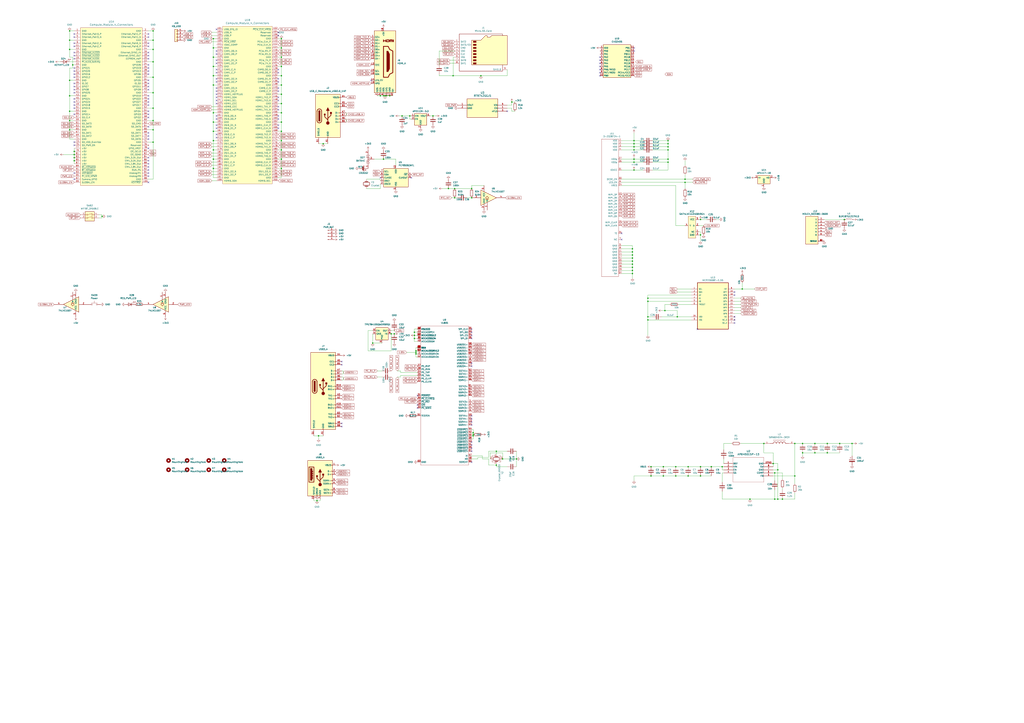
<source format=kicad_sch>
(kicad_sch (version 20231120) (generator "eeschema") (generator_version "8.0")
  (paper "A1")
  (lib_symbols
    (symbol "+5V_1" (power) (pin_numbers hide) (pin_names (offset 0) hide)
      (property "Value" "+5V" (at 0 3.556 0))
      (symbol "+5V_1_1_1"
        (pin power_in line (at 0 0 90) (length 0) (name "~") (number "1"))
      )
    )
    (symbol "+5V_2" (power) (pin_numbers hide) (pin_names (offset 0) hide)
      (property "Value" "+5V" (at 0 3.556 0))
      (symbol "+5V_2_1_1"
        (pin power_in line (at 0 0 90) (length 0) (name "~") (number "1"))
      )
    )
    (symbol "+5V_3" (power) (pin_numbers hide) (pin_names (offset 0) hide)
      (property "Value" "+5V" (at 0 3.556 0))
      (symbol "+5V_3_1_1"
        (pin power_in line (at 0 0 90) (length 0) (name "~") (number "1"))
      )
    )
    (symbol "+5V_4" (power) (pin_numbers hide) (pin_names (offset 0) hide)
      (property "Value" "+5V" (at 0 3.556 0))
      (symbol "+5V_4_1_1"
        (pin power_in line (at 0 0 90) (length 0) (name "~") (number "1"))
      )
    )
    (symbol "74xGxx:74LVC1G07"
      (property "Reference" "U" (at 0 7.62 0))
      (property "Value" "74LVC1G07" (at 3.81 -7.62 0))
      (symbol "74LVC1G07_1_1"
        (pin free line (at -2.54 -10.16 90) (length 6.35) (name "NC") (number "1"))
        (pin input line (at -15.24 0 0) (length 7.62) (name "~") (number "2"))
        (pin power_in line (at -5.08 -10.16 90) (length 5.08) (name "GND") (number "3"))
        (pin open_collector line (at 12.7 0 180) (length 7.62) (name "~") (number "4"))
        (pin power_in line (at -5.08 10.16 270) (length 5.08) (name "VCC") (number "5"))
      )
    )
    (symbol "AP64501SP:AP64501SP-13" (pin_names (offset 0.254))
      (property "Reference" "U" (at 20.32 10.16 0))
      (property "Value" "AP64501SP-13" (at 20.32 7.62 0))
      (symbol "AP64501SP-13_0_1"
        (pin power_in line (at 0 0 0) (length 7.62) (name "BST") (number "1"))
        (pin power_in line (at 0 -2.54 0) (length 7.62) (name "VIN") (number "2"))
        (pin input line (at 0 -5.08 0) (length 7.62) (name "EN") (number "3"))
        (pin input line (at 0 -7.62 0) (length 7.62) (name "SS") (number "4"))
        (pin input line (at 40.64 -10.16 180) (length 7.62) (name "FB") (number "5"))
        (pin unspecified line (at 40.64 -7.62 180) (length 7.62) (name "COMP") (number "6"))
        (pin power_out line (at 40.64 -5.08 180) (length 7.62) (name "GND") (number "7"))
        (pin output line (at 40.64 -2.54 180) (length 7.62) (name "SW") (number "8"))
        (pin power_out line (at 40.64 0 180) (length 7.62) (name "GND") (number "EPAD"))
      )
    )
    (symbol "ASM1042:VL805"
      (property "Reference" "U1" (at -0.635 45.72 0))
      (property "Value" "VL805" (at -0.635 43.18 0))
      (symbol "VL805_1_1"
        (pin input line (at 21.59 -21.59 180) (length 2.54) (name "SSTX3+") (number "1"))
        (pin input line (at 21.59 -33.02 180) (length 2.54) (name "SSTX4+") (number "10"))
        (pin input line (at 21.59 -35.56 180) (length 2.54) (name "SSTX4-") (number "11"))
        (pin input line (at -22.86 15.24 0) (length 2.54) (name "VCCA10SSRX34") (number "12"))
        (pin input line (at 21.59 -38.1 180) (length 2.54) (name "SSRX4+") (number "13"))
        (pin input line (at 21.59 -40.64 180) (length 2.54) (name "SSRX4-") (number "14"))
        (pin input line (at -22.86 30.48 0) (length 2.54) (name "VCCA33SS34") (number "15"))
        (pin input line (at 21.59 10.16 180) (length 2.54) (name "USB2D4+") (number "16"))
        (pin input line (at 21.59 7.62 180) (length 2.54) (name "USB2D4-") (number "17"))
        (pin input line (at -22.86 -24.13 0) (length 2.54) (name "~{SMI}") (number "18"))
        (pin input line (at -22.86 -21.59 0) (length 2.54) (name "~{PE_RST}") (number "19"))
        (pin input line (at 21.59 -24.13 180) (length 2.54) (name "SSTX3-") (number "2"))
        (pin input line (at -22.86 -26.67 0) (length 2.54) (name "~{PE_WAKE}") (number "20"))
        (pin input line (at -22.86 -2.54 0) (length 2.54) (name "PE_CLKP") (number "21"))
        (pin input line (at -22.86 -5.08 0) (length 2.54) (name "PE_CLKN") (number "22"))
        (pin input line (at -22.86 35.56 0) (length 2.54) (name "VCCA33PEX") (number "23"))
        (pin input line (at -22.86 2.54 0) (length 2.54) (name "PE_TXP") (number "24"))
        (pin input line (at -22.86 0 0) (length 2.54) (name "PE_TXN") (number "25"))
        (pin input line (at -22.86 7.62 0) (length 2.54) (name "PE_RXP") (number "27"))
        (pin input line (at -22.86 5.08 0) (length 2.54) (name "PE_RXN") (number "28"))
        (pin input line (at -22.86 22.86 0) (length 2.54) (name "VDD") (number "29"))
        (pin input line (at -22.86 17.78 0) (length 2.54) (name "VCCA10SSRX34") (number "3"))
        (pin input line (at -22.86 -19.05 0) (length 2.54) (name "~{PE_CLKREQ}") (number "30"))
        (pin input line (at -22.86 -16.51 0) (length 2.54) (name "~{PONRST}") (number "31"))
        (pin input line (at -22.86 38.1 0) (length 2.54) (name "VSUS33") (number "32"))
        (pin input line (at 21.59 35.56 180) (length 2.54) (name "SPI_DO") (number "33"))
        (pin input line (at 21.59 33.02 180) (length 2.54) (name "SPI_CS") (number "34"))
        (pin input line (at 21.59 38.1 180) (length 2.54) (name "SPI_CLK") (number "35"))
        (pin input line (at 21.59 30.48 180) (length 2.54) (name "SPI_DI") (number "36"))
        (pin input line (at 21.59 -62.23 180) (length 2.54) (name "~{USBHOC4}") (number "37"))
        (pin input line (at 21.59 -52.07 180) (length 2.54) (name "~{USBHPE4}") (number "38"))
        (pin input line (at 21.59 -59.69 180) (length 2.54) (name "~{USBHOC3}") (number "39"))
        (pin input line (at 21.59 -26.67 180) (length 2.54) (name "SSRX3+") (number "4"))
        (pin input line (at 21.59 -49.53 180) (length 2.54) (name "~{USBHPE3}") (number "40"))
        (pin input line (at 21.59 -57.15 180) (length 2.54) (name "~{USBHOC2}") (number "41"))
        (pin input line (at 21.59 -46.99 180) (length 2.54) (name "~{USBHPE2}") (number "42"))
        (pin input line (at 21.59 -54.61 180) (length 2.54) (name "~{USBHOC1}") (number "43"))
        (pin input line (at 21.59 -44.45 180) (length 2.54) (name "~{USBHPE1}") (number "44"))
        (pin input line (at -22.86 22.86 0) (length 2.54) (name "VDD") (number "45"))
        (pin input line (at -22.86 38.1 0) (length 2.54) (name "VSUS33") (number "46"))
        (pin input line (at 21.59 -66.04 180) (length 2.54) (name "XI") (number "47"))
        (pin input line (at 21.59 -68.58 180) (length 2.54) (name "XO") (number "48"))
        (pin input line (at -22.86 27.94 0) (length 2.54) (name "VCCA33SSM") (number "49"))
        (pin input line (at 21.59 -29.21 180) (length 2.54) (name "SSRX3-") (number "5"))
        (pin input line (at 21.59 -71.12 180) (length 2.54) (name "SSREXT") (number "50"))
        (pin input line (at -22.86 -33.02 0) (length 2.54) (name "TESTEN") (number "51"))
        (pin input line (at 21.59 3.81 180) (length 2.54) (name "SSTX1+") (number "52"))
        (pin input line (at 21.59 1.27 180) (length 2.54) (name "SSTX1-") (number "53"))
        (pin input line (at -22.86 20.32 0) (length 2.54) (name "VCCA10SSRX12") (number "54"))
        (pin input line (at 21.59 -1.27 180) (length 2.54) (name "SSRX1+") (number "55"))
        (pin input line (at 21.59 -3.81 180) (length 2.54) (name "SSRX1-") (number "56"))
        (pin input line (at -22.86 33.02 0) (length 2.54) (name "VCCA33SS12") (number "57"))
        (pin input line (at 21.59 25.4 180) (length 2.54) (name "USB2D1+") (number "58"))
        (pin input line (at 21.59 22.86 180) (length 2.54) (name "USB2D1-") (number "59"))
        (pin input line (at -22.86 30.48 0) (length 2.54) (name "VCCA33SS34") (number "6"))
        (pin input line (at -22.86 22.86 0) (length 2.54) (name "VDD") (number "60"))
        (pin input line (at 21.59 -8.89 180) (length 2.54) (name "SSTX2+") (number "61"))
        (pin input line (at 21.59 -11.43 180) (length 2.54) (name "SSTX2-") (number "62"))
        (pin input line (at -22.86 20.32 0) (length 2.54) (name "VCCA10SSRX12") (number "63"))
        (pin input line (at 21.59 -13.97 180) (length 2.54) (name "SSRX2+") (number "64"))
        (pin input line (at 21.59 -16.51 180) (length 2.54) (name "SSRX2-") (number "65"))
        (pin input line (at -22.86 33.02 0) (length 2.54) (name "VCCA33SS12") (number "66"))
        (pin input line (at 21.59 20.32 180) (length 2.54) (name "USB2D2+") (number "67"))
        (pin input line (at 21.59 17.78 180) (length 2.54) (name "USB2D2-") (number "68"))
        (pin input line (at -22.86 -71.12 0) (length 2.54) (name "GND") (number "69"))
        (pin input line (at 21.59 15.24 180) (length 2.54) (name "USB2D3+") (number "7"))
        (pin input line (at 21.59 12.7 180) (length 2.54) (name "USB2D3-") (number "8"))
        (pin input line (at -22.86 22.86 0) (length 2.54) (name "VDD") (number "9"))
      )
    )
    (symbol "CH32X035F7P6:CH32X035F7P6_me"
      (property "Reference" "U10" (at 1.27 25.4 0))
      (property "Value" "CH32X05" (at 1.27 22.86 0))
      (symbol "CH32X035F7P6_me_1_1"
        (pin bidirectional line (at -12.7 17.78 0) (length 2.54) (name "VDD") (number "1"))
        (pin bidirectional line (at -12.7 -5.08 0) (length 2.54) (name "PB0") (number "10"))
        (pin bidirectional line (at 15.24 17.78 180) (length 2.54) (name "PB1") (number "11"))
        (pin bidirectional line (at 15.24 15.24 180) (length 2.54) (name "PB3") (number "12"))
        (pin bidirectional line (at 15.24 12.7 180) (length 2.54) (name "PB11") (number "13"))
        (pin bidirectional line (at 15.24 10.16 180) (length 2.54) (name "PC18") (number "14"))
        (pin bidirectional line (at 15.24 7.62 180) (length 2.54) (name "PB12") (number "15"))
        (pin bidirectional line (at 15.24 5.08 180) (length 2.54) (name "PC19") (number "16"))
        (pin bidirectional line (at 15.24 2.54 180) (length 2.54) (name "PC16") (number "17"))
        (pin bidirectional line (at 15.24 0 180) (length 2.54) (name "PC17") (number "18"))
        (pin bidirectional line (at 15.24 -2.54 180) (length 2.54) (name "PC14/CC2") (number "19"))
        (pin bidirectional line (at -12.7 15.24 0) (length 2.54) (name "PA0") (number "2"))
        (pin bidirectional line (at 15.24 -5.08 180) (length 2.54) (name "PC15/CC2") (number "20"))
        (pin bidirectional line (at -12.7 12.7 0) (length 2.54) (name "PA1") (number "3"))
        (pin bidirectional line (at -12.7 10.16 0) (length 2.54) (name "PA2") (number "4"))
        (pin bidirectional line (at -12.7 7.62 0) (length 2.54) (name "PA3") (number "5"))
        (pin bidirectional line (at -12.7 5.08 0) (length 2.54) (name "PA4") (number "6"))
        (pin bidirectional line (at -12.7 2.54 0) (length 2.54) (name "PA5") (number "7"))
        (pin bidirectional line (at -12.7 0 0) (length 2.54) (name "PA6/MISO") (number "8"))
        (pin bidirectional line (at -12.7 -2.54 0) (length 2.54) (name "PA7/MOSI") (number "9"))
      )
    )
    (symbol "Connector:Conn_01x04_Pin" (pin_names (offset 1.016) hide)
      (property "Reference" "J" (at 0 5.08 0))
      (property "Value" "Conn_01x04_Pin" (at 0 -7.62 0))
      (symbol "Conn_01x04_Pin_1_1"
        (pin passive line (at 5.08 2.54 180) (length 3.81) (name "Pin_1") (number "1"))
        (pin passive line (at 5.08 0 180) (length 3.81) (name "Pin_2") (number "2"))
        (pin passive line (at 5.08 -2.54 180) (length 3.81) (name "Pin_3") (number "3"))
        (pin passive line (at 5.08 -5.08 180) (length 3.81) (name "Pin_4") (number "4"))
      )
    )
    (symbol "Connector:HDMI_A"
      (property "Reference" "J" (at -6.35 26.67 0))
      (property "Value" "HDMI_A" (at 10.16 26.67 0))
      (symbol "HDMI_A_1_1"
        (pin passive line (at -10.16 20.32 0) (length 2.54) (name "D2+") (number "1"))
        (pin passive line (at -10.16 5.08 0) (length 2.54) (name "CK+") (number "10"))
        (pin power_in line (at 2.54 -27.94 90) (length 2.54) (name "CKS") (number "11"))
        (pin passive line (at -10.16 2.54 0) (length 2.54) (name "CK-") (number "12"))
        (pin bidirectional line (at -10.16 -2.54 0) (length 2.54) (name "CEC") (number "13"))
        (pin passive line (at -10.16 -15.24 0) (length 2.54) (name "UTILITY") (number "14"))
        (pin passive line (at -10.16 -7.62 0) (length 2.54) (name "SCL") (number "15"))
        (pin bidirectional line (at -10.16 -10.16 0) (length 2.54) (name "SDA") (number "16"))
        (pin power_in line (at 5.08 -27.94 90) (length 2.54) (name "GND") (number "17"))
        (pin power_in line (at 0 27.94 270) (length 2.54) (name "+5V") (number "18"))
        (pin passive line (at -10.16 -17.78 0) (length 2.54) (name "HPD") (number "19"))
        (pin power_in line (at -5.08 -27.94 90) (length 2.54) (name "D2S") (number "2"))
        (pin passive line (at -10.16 17.78 0) (length 2.54) (name "D2-") (number "3"))
        (pin passive line (at -10.16 15.24 0) (length 2.54) (name "D1+") (number "4"))
        (pin power_in line (at -2.54 -27.94 90) (length 2.54) (name "D1S") (number "5"))
        (pin passive line (at -10.16 12.7 0) (length 2.54) (name "D1-") (number "6"))
        (pin passive line (at -10.16 10.16 0) (length 2.54) (name "D0+") (number "7"))
        (pin power_in line (at 0 -27.94 90) (length 2.54) (name "D0S") (number "8"))
        (pin passive line (at -10.16 7.62 0) (length 2.54) (name "D0-") (number "9"))
        (pin passive line (at 7.62 -27.94 90) (length 2.54) (name "SH") (number "SH"))
      )
    )
    (symbol "Connector:Micro_SD_Card" (pin_names (offset 1.016))
      (property "Reference" "J" (at -16.51 15.24 0))
      (property "Value" "Micro_SD_Card" (at 16.51 15.24 0))
      (symbol "Micro_SD_Card_1_1"
        (pin bidirectional line (at -22.86 7.62 0) (length 3.81) (name "DAT2") (number "1"))
        (pin bidirectional line (at -22.86 5.08 0) (length 3.81) (name "DAT3/CD") (number "2"))
        (pin input line (at -22.86 2.54 0) (length 3.81) (name "CMD") (number "3"))
        (pin power_in line (at -22.86 0 0) (length 3.81) (name "VDD") (number "4"))
        (pin input line (at -22.86 -2.54 0) (length 3.81) (name "CLK") (number "5"))
        (pin power_in line (at -22.86 -5.08 0) (length 3.81) (name "VSS") (number "6"))
        (pin bidirectional line (at -22.86 -7.62 0) (length 3.81) (name "DAT0") (number "7"))
        (pin bidirectional line (at -22.86 -10.16 0) (length 3.81) (name "DAT1") (number "8"))
        (pin passive line (at 20.32 -15.24 180) (length 3.81) (name "SHIELD") (number "9"))
      )
    )
    (symbol "Connector:USB3_A" (pin_names (offset 1.016))
      (property "Reference" "J" (at -10.16 15.24 0))
      (property "Value" "USB3_A" (at 10.16 15.24 0))
      (symbol "USB3_A_1_1"
        (pin power_in line (at 12.7 10.16 180) (length 2.54) (name "VBUS") (number "1"))
        (pin passive line (at -5.08 -17.78 90) (length 2.54) (name "SHIELD") (number "10"))
        (pin bidirectional line (at 12.7 5.08 180) (length 2.54) (name "D-") (number "2"))
        (pin bidirectional line (at 12.7 2.54 180) (length 2.54) (name "D+") (number "3"))
        (pin power_in line (at 0 -17.78 90) (length 2.54) (name "GND") (number "4"))
        (pin output line (at 12.7 -2.54 180) (length 2.54) (name "SSRX-") (number "5"))
        (pin output line (at 12.7 -5.08 180) (length 2.54) (name "SSRX+") (number "6"))
        (pin passive line (at -2.54 -17.78 90) (length 2.54) (name "DRAIN") (number "7"))
        (pin input line (at 12.7 -10.16 180) (length 2.54) (name "SSTX-") (number "8"))
        (pin input line (at 12.7 -12.7 180) (length 2.54) (name "SSTX+") (number "9"))
      )
    )
    (symbol "Connector:USB_C_Receptacle" (pin_names (offset 1.016))
      (property "Reference" "J" (at -10.16 29.21 0))
      (property "Value" "USB_C_Receptacle" (at 10.16 29.21 0))
      (symbol "USB_C_Receptacle_1_1"
        (pin passive line (at 0 -40.64 90) (length 5.08) (name "GND") (number "A1"))
        (pin bidirectional line (at 15.24 -15.24 180) (length 5.08) (name "RX2-") (number "A10"))
        (pin bidirectional line (at 15.24 -17.78 180) (length 5.08) (name "RX2+") (number "A11"))
        (pin passive line (at 0 -40.64 90) (length 5.08) hide (name "GND") (number "A12"))
        (pin bidirectional line (at 15.24 -10.16 180) (length 5.08) (name "TX1+") (number "A2"))
        (pin bidirectional line (at 15.24 -7.62 180) (length 5.08) (name "TX1-") (number "A3"))
        (pin passive line (at 15.24 25.4 180) (length 5.08) (name "VBUS") (number "A4"))
        (pin bidirectional line (at 15.24 20.32 180) (length 5.08) (name "CC1") (number "A5"))
        (pin bidirectional line (at 15.24 7.62 180) (length 5.08) (name "D+") (number "A6"))
        (pin bidirectional line (at 15.24 12.7 180) (length 5.08) (name "D-") (number "A7"))
        (pin bidirectional line (at 15.24 -30.48 180) (length 5.08) (name "SBU1") (number "A8"))
        (pin passive line (at 15.24 25.4 180) (length 5.08) hide (name "VBUS") (number "A9"))
        (pin passive line (at 0 -40.64 90) (length 5.08) hide (name "GND") (number "B1"))
        (pin bidirectional line (at 15.24 0 180) (length 5.08) (name "RX1-") (number "B10"))
        (pin bidirectional line (at 15.24 -2.54 180) (length 5.08) (name "RX1+") (number "B11"))
        (pin passive line (at 0 -40.64 90) (length 5.08) hide (name "GND") (number "B12"))
        (pin bidirectional line (at 15.24 -25.4 180) (length 5.08) (name "TX2+") (number "B2"))
        (pin bidirectional line (at 15.24 -22.86 180) (length 5.08) (name "TX2-") (number "B3"))
        (pin passive line (at 15.24 25.4 180) (length 5.08) hide (name "VBUS") (number "B4"))
        (pin bidirectional line (at 15.24 17.78 180) (length 5.08) (name "CC2") (number "B5"))
        (pin bidirectional line (at 15.24 5.08 180) (length 5.08) (name "D+") (number "B6"))
        (pin bidirectional line (at 15.24 10.16 180) (length 5.08) (name "D-") (number "B7"))
        (pin bidirectional line (at 15.24 -33.02 180) (length 5.08) (name "SBU2") (number "B8"))
        (pin passive line (at 15.24 25.4 180) (length 5.08) hide (name "VBUS") (number "B9"))
        (pin passive line (at -7.62 -40.64 90) (length 5.08) (name "SHIELD") (number "S1"))
      )
    )
    (symbol "Connector:USB_C_Receptacle_USB2.0_14P" (pin_names (offset 1.016))
      (property "Reference" "J" (at 0 22.225 0))
      (property "Value" "USB_C_Receptacle_USB2.0_14P" (at 0 19.685 0))
      (symbol "USB_C_Receptacle_USB2.0_14P_1_1"
        (pin passive line (at 0 -22.86 90) (length 5.08) (name "GND") (number "A1"))
        (pin passive line (at 0 -22.86 90) (length 5.08) hide (name "GND") (number "A12"))
        (pin passive line (at 15.24 15.24 180) (length 5.08) (name "VBUS") (number "A4"))
        (pin bidirectional line (at 15.24 10.16 180) (length 5.08) (name "CC1") (number "A5"))
        (pin bidirectional line (at 15.24 -2.54 180) (length 5.08) (name "D+") (number "A6"))
        (pin bidirectional line (at 15.24 2.54 180) (length 5.08) (name "D-") (number "A7"))
        (pin passive line (at 15.24 15.24 180) (length 5.08) hide (name "VBUS") (number "A9"))
        (pin passive line (at 0 -22.86 90) (length 5.08) hide (name "GND") (number "B1"))
        (pin passive line (at 0 -22.86 90) (length 5.08) hide (name "GND") (number "B12"))
        (pin passive line (at 15.24 15.24 180) (length 5.08) hide (name "VBUS") (number "B4"))
        (pin bidirectional line (at 15.24 7.62 180) (length 5.08) (name "CC2") (number "B5"))
        (pin bidirectional line (at 15.24 -5.08 180) (length 5.08) (name "D+") (number "B6"))
        (pin bidirectional line (at 15.24 0 180) (length 5.08) (name "D-") (number "B7"))
        (pin passive line (at 15.24 15.24 180) (length 5.08) hide (name "VBUS") (number "B9"))
        (pin passive line (at -7.62 -22.86 90) (length 5.08) (name "SHIELD") (number "S1"))
      )
    )
    (symbol "Connector_Generic:Conn_01x04" (pin_names (offset 1.016) hide)
      (property "Reference" "J" (at 0 5.08 0))
      (property "Value" "Conn_01x04" (at 0 -7.62 0))
      (symbol "Conn_01x04_1_1"
        (pin passive line (at -5.08 2.54 0) (length 3.81) (name "Pin_1") (number "1"))
        (pin passive line (at -5.08 0 0) (length 3.81) (name "Pin_2") (number "2"))
        (pin passive line (at -5.08 -2.54 0) (length 3.81) (name "Pin_3") (number "3"))
        (pin passive line (at -5.08 -5.08 0) (length 3.81) (name "Pin_4") (number "4"))
      )
    )
    (symbol "Device:Battery_Cell" (pin_numbers hide) (pin_names (offset 0) hide)
      (property "Reference" "BT" (at 2.54 2.54 0))
      (property "Value" "Battery_Cell" (at 2.54 0 0))
      (symbol "Battery_Cell_1_1"
        (pin passive line (at 0 5.08 270) (length 2.54) (name "+") (number "1"))
        (pin passive line (at 0 -2.54 90) (length 2.54) (name "-") (number "2"))
      )
    )
    (symbol "Device:C" (pin_numbers hide) (pin_names (offset 0.254))
      (property "Reference" "C" (at 0.635 2.54 0))
      (property "Value" "C" (at 0.635 -2.54 0))
      (symbol "C_1_1"
        (pin passive line (at 0 3.81 270) (length 2.794) (name "~") (number "1"))
        (pin passive line (at 0 -3.81 90) (length 2.794) (name "~") (number "2"))
      )
    )
    (symbol "Device:C_Polarized" (pin_numbers hide) (pin_names (offset 0.254))
      (property "Reference" "C" (at 0.635 2.54 0))
      (property "Value" "C_Polarized" (at 0.635 -2.54 0))
      (symbol "C_Polarized_1_1"
        (pin passive line (at 0 3.81 270) (length 2.794) (name "~") (number "1"))
        (pin passive line (at 0 -3.81 90) (length 2.794) (name "~") (number "2"))
      )
    )
    (symbol "Device:Crystal" (pin_numbers hide) (pin_names (offset 1.016) hide)
      (property "Reference" "Y" (at 0 3.81 0))
      (property "Value" "Crystal" (at 0 -3.81 0))
      (symbol "Crystal_1_1"
        (pin passive line (at -3.81 0 0) (length 1.27) (name "1") (number "1"))
        (pin passive line (at 3.81 0 180) (length 1.27) (name "2") (number "2"))
      )
    )
    (symbol "Device:Crystal_GND23" (pin_names (offset 1.016) hide)
      (property "Reference" "Y" (at 3.175 5.08 0))
      (property "Value" "Crystal_GND23" (at 3.175 3.175 0))
      (symbol "Crystal_GND23_1_1"
        (pin passive line (at -3.81 0 0) (length 1.27) (name "1") (number "1"))
        (pin passive line (at 0 5.08 270) (length 1.27) (name "2") (number "2"))
        (pin passive line (at 0 -5.08 90) (length 1.27) (name "3") (number "3"))
        (pin passive line (at 3.81 0 180) (length 1.27) (name "4") (number "4"))
      )
    )
    (symbol "Device:L" (pin_numbers hide) (pin_names (offset 1.016) hide)
      (property "Reference" "L" (at -1.27 0 90))
      (property "Value" "L" (at 1.905 0 90))
      (symbol "L_1_1"
        (pin passive line (at 0 3.81 270) (length 1.27) (name "1") (number "1"))
        (pin passive line (at 0 -3.81 90) (length 1.27) (name "2") (number "2"))
      )
    )
    (symbol "Device:LED" (pin_numbers hide) (pin_names (offset 1.016) hide)
      (property "Reference" "D" (at 0 2.54 0))
      (property "Value" "LED" (at 0 -2.54 0))
      (symbol "LED_1_1"
        (pin passive line (at -3.81 0 0) (length 2.54) (name "K") (number "1"))
        (pin passive line (at 3.81 0 180) (length 2.54) (name "A") (number "2"))
      )
    )
    (symbol "Device:R" (pin_numbers hide) (pin_names (offset 0))
      (property "Reference" "R" (at 2.032 0 90))
      (property "Value" "R" (at 0 0 90))
      (symbol "R_1_1"
        (pin passive line (at 0 3.81 270) (length 1.27) (name "~") (number "1"))
        (pin passive line (at 0 -3.81 90) (length 1.27) (name "~") (number "2"))
      )
    )
    (symbol "Diode:BAT54C" (pin_names (offset 1.016))
      (property "Reference" "D" (at 0.635 -3.81 0))
      (property "Value" "BAT54C" (at -6.35 3.175 0))
      (symbol "BAT54C_1_1"
        (pin passive line (at -7.62 0 0) (length 3.81) (name "~") (number "1"))
        (pin passive line (at 7.62 0 180) (length 3.81) (name "~") (number "2"))
        (pin passive line (at 0 -5.08 90) (length 5.08) (name "~") (number "3"))
      )
    )
    (symbol "GND_1" (power) (pin_numbers hide) (pin_names (offset 0) hide)
      (property "Value" "GND" (at 0 -3.81 0))
      (symbol "GND_1_1_1"
        (pin power_in line (at 0 0 270) (length 0) (name "~") (number "1"))
      )
    )
    (symbol "GND_3" (power) (pin_numbers hide) (pin_names (offset 0) hide)
      (property "Value" "GND" (at 0 -3.81 0))
      (symbol "GND_3_1_1"
        (pin power_in line (at 0 0 270) (length 0) (name "~") (number "1"))
      )
    )
    (symbol "GND_4" (power) (pin_numbers hide) (pin_names (offset 0) hide)
      (property "Value" "GND" (at 0 -3.81 0))
      (symbol "GND_4_1_1"
        (pin power_in line (at 0 0 270) (length 0) (name "~") (number "1"))
      )
    )
    (symbol "GND_5" (power) (pin_numbers hide) (pin_names (offset 0) hide)
      (property "Value" "GND" (at 0 -3.81 0))
      (symbol "GND_5_1_1"
        (pin power_in line (at 0 0 270) (length 0) (name "~") (number "1"))
      )
    )
    (symbol "GND_6" (power) (pin_numbers hide) (pin_names (offset 0) hide)
      (property "Value" "GND" (at 0 -3.81 0))
      (symbol "GND_6_1_1"
        (pin power_in line (at 0 0 270) (length 0) (name "~") (number "1"))
      )
    )
    (symbol "GND_7" (power) (pin_numbers hide) (pin_names (offset 0) hide)
      (property "Value" "GND" (at 0 -3.81 0))
      (symbol "GND_7_1_1"
        (pin power_in line (at 0 0 270) (length 0) (name "~") (number "1"))
      )
    )
    (symbol "Mechanical:MountingHole" (pin_names (offset 1.016)) (exclude_from_sim yes) (in_bom no)
      (property "Reference" "H" (at 0 5.08 0))
      (property "Value" "MountingHole" (at 0 3.175 0))
    )
    (symbol "RT9742GGJ5:RT9742GGJ5" (pin_names (offset 0.254))
      (property "Reference" "U3" (at 20.32 10.16 0))
      (property "Value" "RT9742GGJ5" (at 20.32 7.62 0))
      (symbol "RT9742GGJ5_0_1"
        (pin unspecified line (at 0 0 0) (length 7.62) (name "VOUT") (number "1"))
        (pin unspecified line (at 0 -2.54 0) (length 7.62) (name "GND") (number "2"))
        (pin unspecified line (at 40.64 -2.54 180) (length 7.62) (name "EN") (number "4"))
      )
      (symbol "RT9742GGJ5_1_1"
        (pin unspecified line (at 40.64 -5.08 180) (length 7.62) (name "nFLG") (number "3"))
        (pin unspecified line (at 40.64 0 180) (length 7.62) (name "VIN") (number "5"))
      )
    )
    (symbol "Raspberry_Pi_Compute_Module_4:Compute_Module_4_Connectors" (pin_names (offset 1.016))
      (property "Reference" "U" (at 5.08 6.35 0))
      (property "Value" "Compute_Module_4_Connectors" (at 5.08 3.81 0))
      (symbol "Compute_Module_4_Connectors_1_1"
        (pin power_in line (at 0 0 0) (length 5.08) (name "GND") (number "1"))
        (pin passive line (at 60.96 -10.16 180) (length 5.08) (name "Ethernet_Pair0_N") (number "10"))
        (pin output line (at 60.96 -124.46 180) (length 5.08) (name "~{nEXTRST}") (number "100"))
        (pin passive line (at 0 -12.7 0) (length 5.08) (name "Ethernet_Pair2_P") (number "11"))
        (pin passive line (at 60.96 -12.7 180) (length 5.08) (name "Ethernet_Pair0_P") (number "12"))
        (pin power_in line (at 0 -15.24 0) (length 5.08) (name "GND") (number "13"))
        (pin power_in line (at 60.96 -15.24 180) (length 5.08) (name "GND") (number "14"))
        (pin output line (at 0 -17.78 0) (length 5.08) (name "~{Ethernet_nLED3}") (number "15"))
        (pin input line (at 60.96 -17.78 180) (length 5.08) (name "Ethernet_SYNC_IN") (number "16"))
        (pin output line (at 0 -20.32 0) (length 5.08) (name "~{Ethernet_nLED2}") (number "17"))
        (pin input line (at 60.96 -20.32 180) (length 5.08) (name "Ethernet_SYNC_OUT") (number "18"))
        (pin output line (at 0 -22.86 0) (length 5.08) (name "~{Ethernet_nLED1}") (number "19"))
        (pin power_in line (at 60.96 0 180) (length 5.08) (name "GND") (number "2"))
        (pin passive line (at 60.96 -22.86 180) (length 5.08) (name "EEPROM_nWP") (number "20"))
        (pin open_collector line (at 0 -25.4 0) (length 5.08) (name "~{Pi_nLED_Activity}") (number "21"))
        (pin power_in line (at 60.96 -25.4 180) (length 5.08) (name "GND") (number "22"))
        (pin power_in line (at 0 -27.94 0) (length 5.08) (name "GND") (number "23"))
        (pin passive line (at 60.96 -27.94 180) (length 5.08) (name "GPIO26") (number "24"))
        (pin passive line (at 0 -30.48 0) (length 5.08) (name "GPIO21") (number "25"))
        (pin passive line (at 60.96 -30.48 180) (length 5.08) (name "GPIO19") (number "26"))
        (pin passive line (at 0 -33.02 0) (length 5.08) (name "GPIO20") (number "27"))
        (pin passive line (at 60.96 -33.02 180) (length 5.08) (name "GPIO13") (number "28"))
        (pin passive line (at 0 -35.56 0) (length 5.08) (name "GPIO16") (number "29"))
        (pin passive line (at 0 -2.54 0) (length 5.08) (name "Ethernet_Pair3_P") (number "3"))
        (pin passive line (at 60.96 -35.56 180) (length 5.08) (name "GPIO6") (number "30"))
        (pin passive line (at 0 -38.1 0) (length 5.08) (name "GPIO12") (number "31"))
        (pin power_in line (at 60.96 -38.1 180) (length 5.08) (name "GND") (number "32"))
        (pin power_in line (at 0 -40.64 0) (length 5.08) (name "GND") (number "33"))
        (pin passive line (at 60.96 -40.64 180) (length 5.08) (name "GPIO5") (number "34"))
        (pin passive line (at 0 -43.18 0) (length 5.08) (name "ID_SC") (number "35"))
        (pin passive line (at 60.96 -43.18 180) (length 5.08) (name "ID_SD") (number "36"))
        (pin passive line (at 0 -45.72 0) (length 5.08) (name "GPIO7") (number "37"))
        (pin passive line (at 60.96 -45.72 180) (length 5.08) (name "GPIO11") (number "38"))
        (pin passive line (at 0 -48.26 0) (length 5.08) (name "GPIO8") (number "39"))
        (pin passive line (at 60.96 -2.54 180) (length 5.08) (name "Ethernet_Pair1_P") (number "4"))
        (pin passive line (at 60.96 -48.26 180) (length 5.08) (name "GPIO9") (number "40"))
        (pin passive line (at 0 -50.8 0) (length 5.08) (name "GPIO25") (number "41"))
        (pin power_in line (at 60.96 -50.8 180) (length 5.08) (name "GND") (number "42"))
        (pin power_in line (at 0 -53.34 0) (length 5.08) (name "GND") (number "43"))
        (pin passive line (at 60.96 -53.34 180) (length 5.08) (name "GPIO10") (number "44"))
        (pin passive line (at 0 -55.88 0) (length 5.08) (name "GPIO24") (number "45"))
        (pin passive line (at 60.96 -55.88 180) (length 5.08) (name "GPIO22") (number "46"))
        (pin passive line (at 0 -58.42 0) (length 5.08) (name "GPIO23") (number "47"))
        (pin passive line (at 60.96 -58.42 180) (length 5.08) (name "GPIO27") (number "48"))
        (pin passive line (at 0 -60.96 0) (length 5.08) (name "GPIO18") (number "49"))
        (pin passive line (at 0 -5.08 0) (length 5.08) (name "Ethernet_Pair3_N") (number "5"))
        (pin passive line (at 60.96 -60.96 180) (length 5.08) (name "GPIO17") (number "50"))
        (pin passive line (at 0 -63.5 0) (length 5.08) (name "GPIO15") (number "51"))
        (pin power_in line (at 60.96 -63.5 180) (length 5.08) (name "GND") (number "52"))
        (pin power_in line (at 0 -66.04 0) (length 5.08) (name "GND") (number "53"))
        (pin passive line (at 60.96 -66.04 180) (length 5.08) (name "GPIO4") (number "54"))
        (pin passive line (at 0 -68.58 0) (length 5.08) (name "GPIO14") (number "55"))
        (pin passive line (at 60.96 -68.58 180) (length 5.08) (name "GPIO3") (number "56"))
        (pin passive line (at 0 -71.12 0) (length 5.08) (name "SD_CLK") (number "57"))
        (pin passive line (at 60.96 -71.12 180) (length 5.08) (name "GPIO2") (number "58"))
        (pin power_in line (at 0 -73.66 0) (length 5.08) (name "GND") (number "59"))
        (pin passive line (at 60.96 -5.08 180) (length 5.08) (name "Ethernet_Pair1_N") (number "6"))
        (pin power_in line (at 60.96 -73.66 180) (length 5.08) (name "GND") (number "60"))
        (pin passive line (at 0 -76.2 0) (length 5.08) (name "SD_DAT3") (number "61"))
        (pin passive line (at 60.96 -76.2 180) (length 5.08) (name "SD_CMD") (number "62"))
        (pin passive line (at 0 -78.74 0) (length 5.08) (name "SD_DAT0") (number "63"))
        (pin passive line (at 60.96 -78.74 180) (length 5.08) (name "SD_DAT5") (number "64"))
        (pin power_in line (at 0 -81.28 0) (length 5.08) (name "GND") (number "65"))
        (pin power_in line (at 60.96 -81.28 180) (length 5.08) (name "GND") (number "66"))
        (pin passive line (at 0 -83.82 0) (length 5.08) (name "SD_DAT1") (number "67"))
        (pin passive line (at 60.96 -83.82 180) (length 5.08) (name "SD_DAT4") (number "68"))
        (pin passive line (at 0 -86.36 0) (length 5.08) (name "SD_DAT2") (number "69"))
        (pin power_in line (at 0 -7.62 0) (length 5.08) (name "GND") (number "7"))
        (pin passive line (at 60.96 -86.36 180) (length 5.08) (name "SD_DAT7") (number "70"))
        (pin power_in line (at 0 -88.9 0) (length 5.08) (name "GND") (number "71"))
        (pin passive line (at 60.96 -88.9 180) (length 5.08) (name "SD_DAT6") (number "72"))
        (pin input line (at 0 -91.44 0) (length 5.08) (name "SD_VDD_Override") (number "73"))
        (pin power_in line (at 60.96 -91.44 180) (length 5.08) (name "GND") (number "74"))
        (pin output line (at 0 -93.98 0) (length 5.08) (name "SD_PWR_ON") (number "75"))
        (pin no_connect line (at 60.96 -93.98 180) (length 5.08) (name "Reserved") (number "76"))
        (pin power_in line (at 0 -96.52 0) (length 5.08) (name "+5V") (number "77"))
        (pin power_in line (at 60.96 -96.52 180) (length 5.08) (name "GPIO_VREF") (number "78"))
        (pin power_in line (at 0 -99.06 0) (length 5.08) (name "+5V") (number "79"))
        (pin power_in line (at 60.96 -7.62 180) (length 5.08) (name "GND") (number "8"))
        (pin bidirectional line (at 60.96 -99.06 180) (length 5.08) (name "I2C_SCL0") (number "80"))
        (pin power_in line (at 0 -101.6 0) (length 5.08) (name "+5V") (number "81"))
        (pin bidirectional line (at 60.96 -101.6 180) (length 5.08) (name "I2C_SDA0") (number "82"))
        (pin power_in line (at 0 -104.14 0) (length 5.08) (name "+5V") (number "83"))
        (pin power_out line (at 60.96 -104.14 180) (length 5.08) (name "CM4_3.3V_Out") (number "84"))
        (pin power_in line (at 0 -106.68 0) (length 5.08) (name "+5V") (number "85"))
        (pin power_out line (at 60.96 -106.68 180) (length 5.08) (name "CM4_3.3V_Out") (number "86"))
        (pin power_in line (at 0 -109.22 0) (length 5.08) (name "+5V") (number "87"))
        (pin power_out line (at 60.96 -109.22 180) (length 5.08) (name "CM4_1.8V_Out") (number "88"))
        (pin input line (at 0 -111.76 0) (length 5.08) (name "~{WL_nDisable}") (number "89"))
        (pin passive line (at 0 -10.16 0) (length 5.08) (name "Ethernet_Pair2_N") (number "9"))
        (pin power_out line (at 60.96 -111.76 180) (length 5.08) (name "CM4_1.8V_Out") (number "90"))
        (pin input line (at 0 -114.3 0) (length 5.08) (name "~{BT_nDisable}") (number "91"))
        (pin passive line (at 60.96 -114.3 180) (length 5.08) (name "RUN_PG") (number "92"))
        (pin input line (at 0 -116.84 0) (length 5.08) (name "~{nRPIBOOT}") (number "93"))
        (pin passive line (at 60.96 -116.84 180) (length 5.08) (name "AnalogIP1") (number "94"))
        (pin output line (at 0 -119.38 0) (length 5.08) (name "~{PI_LED_nPWR}") (number "95"))
        (pin passive line (at 60.96 -119.38 180) (length 5.08) (name "AnalogIP0") (number "96"))
        (pin passive line (at 0 -121.92 0) (length 5.08) (name "Camera_GPIO") (number "97"))
        (pin power_in line (at 60.96 -121.92 180) (length 5.08) (name "GND") (number "98"))
        (pin input line (at 0 -124.46 0) (length 5.08) (name "GLOBAL_EN") (number "99"))
      )
      (symbol "Compute_Module_4_Connectors_2_1"
        (pin input line (at 0 0 0) (length 5.08) (name "USB_OTG_ID") (number "101"))
        (pin input line (at 50.8 0 180) (length 5.08) (name "~{PCIe_CLK_nREQ}") (number "102"))
        (pin passive line (at 0 -2.54 0) (length 5.08) (name "USB_N") (number "103"))
        (pin no_connect line (at 50.8 -2.54 180) (length 5.08) (name "Reserved") (number "104"))
        (pin passive line (at 0 -5.08 0) (length 5.08) (name "USB_P") (number "105"))
        (pin no_connect line (at 50.8 -5.08 180) (length 5.08) (name "Reserved") (number "106"))
        (pin power_in line (at 0 -7.62 0) (length 5.08) (name "GND") (number "107"))
        (pin power_in line (at 50.8 -7.62 180) (length 5.08) (name "GND") (number "108"))
        (pin output line (at 0 -10.16 0) (length 5.08) (name "~{PCIe_nRST}") (number "109"))
        (pin output line (at 50.8 -10.16 180) (length 5.08) (name "PCIe_CLK_P") (number "110"))
        (pin output line (at 0 -12.7 0) (length 5.08) (name "VDAC_COMP") (number "111"))
        (pin output line (at 50.8 -12.7 180) (length 5.08) (name "PCIe_CLK_N") (number "112"))
        (pin power_in line (at 0 -15.24 0) (length 5.08) (name "GND") (number "113"))
        (pin power_in line (at 50.8 -15.24 180) (length 5.08) (name "GND") (number "114"))
        (pin input line (at 0 -17.78 0) (length 5.08) (name "CAM1_D0_N") (number "115"))
        (pin input line (at 50.8 -17.78 180) (length 5.08) (name "PCIe_RX_P") (number "116"))
        (pin input line (at 0 -20.32 0) (length 5.08) (name "CAM1_D0_P") (number "117"))
        (pin input line (at 50.8 -20.32 180) (length 5.08) (name "PCIe_RX_N") (number "118"))
        (pin power_in line (at 0 -22.86 0) (length 5.08) (name "GND") (number "119"))
        (pin power_in line (at 50.8 -22.86 180) (length 5.08) (name "GND") (number "120"))
        (pin input line (at 0 -25.4 0) (length 5.08) (name "CAM1_D1_N") (number "121"))
        (pin output line (at 50.8 -25.4 180) (length 5.08) (name "PCIe_TX_P") (number "122"))
        (pin input line (at 0 -27.94 0) (length 5.08) (name "CAM1_D1_P") (number "123"))
        (pin output line (at 50.8 -27.94 180) (length 5.08) (name "PCIe_TX_N") (number "124"))
        (pin power_in line (at 0 -30.48 0) (length 5.08) (name "GND") (number "125"))
        (pin power_in line (at 50.8 -30.48 180) (length 5.08) (name "GND") (number "126"))
        (pin input line (at 0 -33.02 0) (length 5.08) (name "CAM1_C_N") (number "127"))
        (pin input line (at 50.8 -33.02 180) (length 5.08) (name "CAM0_D0_N") (number "128"))
        (pin input line (at 0 -35.56 0) (length 5.08) (name "CAM1_C_P") (number "129"))
        (pin input line (at 50.8 -35.56 180) (length 5.08) (name "CAM0_D0_P") (number "130"))
        (pin power_in line (at 0 -38.1 0) (length 5.08) (name "GND") (number "131"))
        (pin power_in line (at 50.8 -38.1 180) (length 5.08) (name "GND") (number "132"))
        (pin input line (at 0 -40.64 0) (length 5.08) (name "CAM1_D2_N") (number "133"))
        (pin input line (at 50.8 -40.64 180) (length 5.08) (name "CAM0_D1_N") (number "134"))
        (pin input line (at 0 -43.18 0) (length 5.08) (name "CAM1_D2_P") (number "135"))
        (pin input line (at 50.8 -43.18 180) (length 5.08) (name "CAM0_D1_P") (number "136"))
        (pin power_in line (at 0 -45.72 0) (length 5.08) (name "GND") (number "137"))
        (pin power_in line (at 50.8 -45.72 180) (length 5.08) (name "GND") (number "138"))
        (pin input line (at 0 -48.26 0) (length 5.08) (name "CAM1_D3_N") (number "139"))
        (pin input line (at 50.8 -48.26 180) (length 5.08) (name "CAM0_C_N") (number "140"))
        (pin input line (at 0 -50.8 0) (length 5.08) (name "CAM1_D3_P") (number "141"))
        (pin input line (at 50.8 -50.8 180) (length 5.08) (name "CAM0_C_P") (number "142"))
        (pin input line (at 0 -53.34 0) (length 5.08) (name "HDMI1_HOTPLUG") (number "143"))
        (pin power_in line (at 50.8 -53.34 180) (length 5.08) (name "GND") (number "144"))
        (pin bidirectional line (at 0 -55.88 0) (length 5.08) (name "HDMI1_SDA") (number "145"))
        (pin output line (at 50.8 -55.88 180) (length 5.08) (name "HDMI1_TX2_P") (number "146"))
        (pin open_collector line (at 0 -58.42 0) (length 5.08) (name "HDMI1_SCL") (number "147"))
        (pin output line (at 50.8 -58.42 180) (length 5.08) (name "HDMI1_TX2_N") (number "148"))
        (pin open_collector line (at 0 -60.96 0) (length 5.08) (name "HDMI1_CEC") (number "149"))
        (pin power_in line (at 50.8 -60.96 180) (length 5.08) (name "GND") (number "150"))
        (pin open_collector line (at 0 -63.5 0) (length 5.08) (name "HDMI0_CEC") (number "151"))
        (pin output line (at 50.8 -63.5 180) (length 5.08) (name "HDMI1_TX1_P") (number "152"))
        (pin input line (at 0 -66.04 0) (length 5.08) (name "HDMI0_HOTPLUG") (number "153"))
        (pin output line (at 50.8 -66.04 180) (length 5.08) (name "HDMI1_TX1_N") (number "154"))
        (pin power_in line (at 0 -68.58 0) (length 5.08) (name "GND") (number "155"))
        (pin power_in line (at 50.8 -68.58 180) (length 5.08) (name "GND") (number "156"))
        (pin output line (at 0 -71.12 0) (length 5.08) (name "DSI0_D0_N") (number "157"))
        (pin output line (at 50.8 -71.12 180) (length 5.08) (name "HDMI1_TX0_P") (number "158"))
        (pin output line (at 0 -73.66 0) (length 5.08) (name "DSI0_D0_P") (number "159"))
        (pin output line (at 50.8 -73.66 180) (length 5.08) (name "HDMI1_TX0_N") (number "160"))
        (pin power_in line (at 0 -76.2 0) (length 5.08) (name "GND") (number "161"))
        (pin power_in line (at 50.8 -76.2 180) (length 5.08) (name "GND") (number "162"))
        (pin output line (at 0 -78.74 0) (length 5.08) (name "DSI0_D1_N") (number "163"))
        (pin output line (at 50.8 -78.74 180) (length 5.08) (name "HDMI1_CLK_P") (number "164"))
        (pin output line (at 0 -81.28 0) (length 5.08) (name "DSI0_D1_P") (number "165"))
        (pin output line (at 50.8 -81.28 180) (length 5.08) (name "HDMI1_CLK_N") (number "166"))
        (pin power_in line (at 0 -83.82 0) (length 5.08) (name "GND") (number "167"))
        (pin power_in line (at 50.8 -83.82 180) (length 5.08) (name "GND") (number "168"))
        (pin output line (at 0 -86.36 0) (length 5.08) (name "DSI0_C_N") (number "169"))
        (pin output line (at 50.8 -86.36 180) (length 5.08) (name "HDMI0_TX2_P") (number "170"))
        (pin output line (at 0 -88.9 0) (length 5.08) (name "DSI0_C_P") (number "171"))
        (pin output line (at 50.8 -88.9 180) (length 5.08) (name "HDMI0_TX2_N") (number "172"))
        (pin power_in line (at 0 -91.44 0) (length 5.08) (name "GND") (number "173"))
        (pin power_in line (at 50.8 -91.44 180) (length 5.08) (name "GND") (number "174"))
        (pin output line (at 0 -93.98 0) (length 5.08) (name "DSI1_D0_N") (number "175"))
        (pin output line (at 50.8 -93.98 180) (length 5.08) (name "HDMI0_TX1_P") (number "176"))
        (pin output line (at 0 -96.52 0) (length 5.08) (name "DSI1_D0_P") (number "177"))
        (pin output line (at 50.8 -96.52 180) (length 5.08) (name "HDMI0_TX1_N") (number "178"))
        (pin power_in line (at 0 -99.06 0) (length 5.08) (name "GND") (number "179"))
        (pin power_in line (at 50.8 -99.06 180) (length 5.08) (name "GND") (number "180"))
        (pin output line (at 0 -101.6 0) (length 5.08) (name "DSI1_D1_N") (number "181"))
        (pin output line (at 50.8 -101.6 180) (length 5.08) (name "HDMI0_TX0_P") (number "182"))
        (pin output line (at 0 -104.14 0) (length 5.08) (name "DSI1_D1_P") (number "183"))
        (pin output line (at 50.8 -104.14 180) (length 5.08) (name "HDMI0_TX0_N") (number "184"))
        (pin power_in line (at 0 -106.68 0) (length 5.08) (name "GND") (number "185"))
        (pin power_in line (at 50.8 -106.68 180) (length 5.08) (name "GND") (number "186"))
        (pin output line (at 0 -109.22 0) (length 5.08) (name "DSI1_C_N") (number "187"))
        (pin output line (at 50.8 -109.22 180) (length 5.08) (name "HDMI0_CLK_P") (number "188"))
        (pin output line (at 0 -111.76 0) (length 5.08) (name "DSI1_C_P") (number "189"))
        (pin output line (at 50.8 -111.76 180) (length 5.08) (name "HDMI0_CLK_N") (number "190"))
        (pin power_in line (at 0 -114.3 0) (length 5.08) (name "GND") (number "191"))
        (pin power_in line (at 50.8 -114.3 180) (length 5.08) (name "GND") (number "192"))
        (pin output line (at 0 -116.84 0) (length 5.08) (name "DSI1_D2_N") (number "193"))
        (pin output line (at 50.8 -116.84 180) (length 5.08) (name "DSI1_D3_N") (number "194"))
        (pin output line (at 0 -119.38 0) (length 5.08) (name "DSI1_D2_P") (number "195"))
        (pin output line (at 50.8 -119.38 180) (length 5.08) (name "DSI1_D3_P") (number "196"))
        (pin power_in line (at 0 -121.92 0) (length 5.08) (name "GND") (number "197"))
        (pin power_in line (at 50.8 -121.92 180) (length 5.08) (name "GND") (number "198"))
        (pin bidirectional line (at 0 -124.46 0) (length 5.08) (name "HDMI0_SDA") (number "199"))
        (pin open_collector line (at 50.8 -124.46 180) (length 5.08) (name "HDMI0_SCL") (number "200"))
      )
    )
    (symbol "Regulator_Linear:AP1117-18"
      (property "Reference" "U" (at -3.81 3.175 0))
      (property "Value" "AP1117-18" (at 0 3.175 0))
      (symbol "AP1117-18_1_1"
        (pin power_in line (at 0 -7.62 90) (length 2.54) (name "GND") (number "1"))
        (pin power_out line (at 7.62 0 180) (length 2.54) (name "VO") (number "2"))
        (pin power_in line (at -7.62 0 0) (length 2.54) (name "VI") (number "3"))
      )
    )
    (symbol "Regulator_Linear:AP2112K-3.3" (pin_names (offset 0.254))
      (property "Reference" "U" (at -5.08 5.715 0))
      (property "Value" "AP2112K-3.3" (at 0 5.715 0))
      (symbol "AP2112K-3.3_1_1"
        (pin power_in line (at -7.62 2.54 0) (length 2.54) (name "VIN") (number "1"))
        (pin power_in line (at 0 -7.62 90) (length 2.54) (name "GND") (number "2"))
        (pin input line (at -7.62 0 0) (length 2.54) (name "EN") (number "3"))
        (pin no_connect line (at 5.08 0 180) (length 2.54) hide (name "NC") (number "4"))
        (pin power_out line (at 7.62 2.54 180) (length 2.54) (name "VOUT") (number "5"))
      )
    )
    (symbol "SRN6045TA-3R3Y:SRN6045TA-3R3Y" (pin_names (offset 1.016))
      (property "Reference" "L" (at -5.08 5.08 0))
      (property "Value" "SRN6045TA-3R3Y" (at -5.08 -2.54 0))
      (symbol "SRN6045TA-3R3Y_0_0"
        (pin passive line (at -12.7 0 0) (length 5.08) (name "~") (number "1"))
        (pin passive line (at 12.7 0 180) (length 5.08) (name "~") (number "2"))
      )
    )
    (symbol "Switch:SW_DIP_x02" (pin_names (offset 0) hide)
      (property "Reference" "SW" (at 0 6.35 0))
      (property "Value" "SW_DIP_x02" (at 0 -3.81 0))
      (symbol "SW_DIP_x02_1_1"
        (pin passive line (at -7.62 2.54 0) (length 5.08) (name "~") (number "1"))
        (pin passive line (at -7.62 0 0) (length 5.08) (name "~") (number "2"))
        (pin passive line (at 7.62 0 180) (length 5.08) (name "~") (number "3"))
        (pin passive line (at 7.62 2.54 180) (length 5.08) (name "~") (number "4"))
      )
    )
    (symbol "Switch:SW_Push" (pin_numbers hide) (pin_names (offset 1.016) hide)
      (property "Reference" "SW" (at 1.27 2.54 0))
      (property "Value" "SW_Push" (at 0 -1.524 0))
      (symbol "SW_Push_0_1"
        (pin passive line (at -5.08 0 0) (length 2.54) (name "1") (number "1"))
        (pin passive line (at 5.08 0 180) (length 2.54) (name "2") (number "2"))
      )
    )
    (symbol "TPS784105QWDRBRQ1:TPS784105QWDRBRQ1"
      (property "Reference" "U4" (at 0 10.16 0))
      (property "Value" "TPS784105QWDRBRQ1" (at 0 7.62 0))
      (symbol "TPS784105QWDRBRQ1_1_1"
        (pin power_out line (at 7.62 2.54 180) (length 2.54) (name "OUT") (number "1"))
        (pin no_connect line (at 7.62 -3.81 180) (length 2.54) hide (name "NC") (number "2"))
        (pin power_in line (at -7.62 0 0) (length 2.54) (name "GND") (number "5"))
        (pin power_in line (at -7.62 2.54 0) (length 2.54) (name "EN") (number "6"))
        (pin no_connect line (at -7.62 -3.81 0) (length 2.54) hide (name "NC") (number "7"))
        (pin input line (at 7.62 0 180) (length 2.54) (name "IN") (number "8"))
        (pin passive line (at 0 -7.62 90) (length 2.54) (name "PAD") (number "9"))
      )
    )
    (symbol "Timer_RTC:PCF85063ATL"
      (property "Reference" "U" (at -10.16 8.89 0))
      (property "Value" "PCF85063ATL" (at 6.35 -8.89 0))
      (symbol "PCF85063ATL_1_1"
        (pin input line (at -12.7 -2.54 0) (length 2.54) (name "OSCI") (number "1"))
        (pin power_in line (at 0 10.16 270) (length 2.54) (name "VDD") (number "10"))
        (pin output line (at -12.7 -5.08 0) (length 2.54) (name "OSCO") (number "2"))
        (pin input line (at -12.7 0 0) (length 2.54) (name "CLKOE") (number "3"))
        (pin output line (at 12.7 2.54 180) (length 2.54) (name "~{INT}") (number "4"))
        (pin power_in line (at 0 -10.16 90) (length 2.54) (name "VSS") (number "5"))
        (pin bidirectional line (at -12.7 2.54 0) (length 2.54) (name "SDA") (number "6"))
        (pin input line (at -12.7 5.08 0) (length 2.54) (name "SCL") (number "7"))
        (pin no_connect line (at 10.16 5.08 180) (length 2.54) hide (name "NC") (number "8"))
        (pin output line (at 12.7 0 180) (length 2.54) (name "CLKOUT") (number "9"))
      )
    )
    (symbol "cm4-panel-jdi-lt070me05000-rescue:+1V8-power" (power) (pin_names (offset 0))
      (property "Value" "power_+1V8" (at 0 3.556 0))
      (symbol "+1V8-power_1_1"
        (pin power_in line (at 0 0 90) (length 0) hide (name "+1V8") (number "1"))
      )
    )
    (symbol "cm4-panel-jdi-lt070me05000-rescue:+3V3-power" (power) (pin_names (offset 0))
      (property "Value" "power_+3V3" (at 0 3.556 0))
      (symbol "+3V3-power_1_1"
        (pin power_in line (at 0 0 90) (length 0) hide (name "+3V3") (number "1"))
      )
    )
    (symbol "cm4-panel-jdi-lt070me05000-rescue:+5V-power" (power) (pin_names (offset 0))
      (property "Value" "power_+5V" (at 0 3.556 0))
      (symbol "+5V-power_1_1"
        (pin power_in line (at 0 0 90) (length 0) hide (name "+5V") (number "1"))
      )
    )
    (symbol "cm4-panel-jdi-lt070me05000-rescue:3-2328724-1-Connector" (pin_names (offset 1.016))
      (property "Reference" "J?" (at -7.62 -93.98 0))
      (property "Value" "Connector_3-2328724-1" (at -6.35 25.4 0))
      (symbol "3-2328724-1-Connector_1_1"
        (pin passive line (at 2.54 21.59 180) (length 2.54) (name "VDD") (number "1"))
        (pin passive line (at 2.54 -22.86 180) (length 2.54) (name "MIPI_3P") (number "10"))
        (pin passive line (at 2.54 -69.85 180) (length 2.54) (name "GND") (number "11"))
        (pin passive line (at 2.54 -40.64 180) (length 2.54) (name "MIPI_0N") (number "12"))
        (pin passive line (at 2.54 -38.1 180) (length 2.54) (name "MIPI_0P") (number "13"))
        (pin passive line (at 2.54 -72.39 180) (length 2.54) (name "GND") (number "14"))
        (pin passive line (at 2.54 -48.26 180) (length 2.54) (name "MIPI_CLKN") (number "15"))
        (pin passive line (at 2.54 -45.72 180) (length 2.54) (name "MIPI_CLKP") (number "16"))
        (pin passive line (at 2.54 -74.93 180) (length 2.54) (name "GND") (number "17"))
        (pin passive line (at 2.54 -35.56 180) (length 2.54) (name "MIPI_1N") (number "18"))
        (pin passive line (at 2.54 -33.02 180) (length 2.54) (name "MIPI_1P") (number "19"))
        (pin passive line (at 2.54 19.05 180) (length 2.54) (name "VDD") (number "2"))
        (pin passive line (at 2.54 -77.47 180) (length 2.54) (name "GND") (number "20"))
        (pin passive line (at 2.54 -30.48 180) (length 2.54) (name "MIPI_2N") (number "21"))
        (pin passive line (at 2.54 -27.94 180) (length 2.54) (name "MIPI_2P") (number "22"))
        (pin passive line (at 2.54 -80.01 180) (length 2.54) (name "GND") (number "23"))
        (pin passive line (at 2.54 -15.24 180) (length 2.54) (name "XRES") (number "24"))
        (pin passive line (at 2.54 -54.61 180) (length 2.54) (name "TE") (number "25"))
        (pin passive line (at 2.54 3.81 180) (length 2.54) (name "VDDp") (number "26"))
        (pin passive line (at 2.54 6.35 180) (length 2.54) (name "VDDp") (number "27"))
        (pin passive line (at 2.54 -82.55 180) (length 2.54) (name "GND") (number "28"))
        (pin passive line (at 2.54 -85.09 180) (length 2.54) (name "GND") (number "29"))
        (pin passive line (at 2.54 16.51 180) (length 2.54) (name "VDD") (number "3"))
        (pin passive line (at 2.54 -10.16 180) (length 2.54) (name "DCDC_EN") (number "30"))
        (pin passive line (at 2.54 -2.54 180) (length 2.54) (name "IOVCC") (number "31"))
        (pin passive line (at 2.54 13.97 180) (length 2.54) (name "VDD") (number "4"))
        (pin passive line (at 2.54 -64.77 180) (length 2.54) (name "GND") (number "5"))
        (pin passive line (at 2.54 -12.7 180) (length 2.54) (name "LED_EN") (number "6"))
        (pin passive line (at 2.54 -59.69 180) (length 2.54) (name "NC") (number "7"))
        (pin passive line (at 2.54 -67.31 180) (length 2.54) (name "GND") (number "8"))
        (pin passive line (at 2.54 -25.4 180) (length 2.54) (name "MIPI_3N") (number "9"))
        (pin passive line (at 2.54 -87.63 180) (length 2.54) (name "SH") (number "SH"))
      )
    )
    (symbol "cm4-panel-jdi-lt070me05000-rescue:503480-0600-503480-0600" (pin_names (offset 1.016))
      (property "Reference" "J" (at -5.08 11.43 0))
      (property "Value" "503480-0600_503480-0600" (at -5.08 -15.24 0))
      (symbol "503480-0600-503480-0600_0_0"
        (pin passive line (at -10.16 7.62 0) (length 5.08) (name "1") (number "1"))
        (pin passive line (at -10.16 5.08 0) (length 5.08) (name "2") (number "2"))
        (pin passive line (at -10.16 2.54 0) (length 5.08) (name "3") (number "3"))
        (pin passive line (at -10.16 0 0) (length 5.08) (name "4") (number "4"))
        (pin passive line (at -10.16 -2.54 0) (length 5.08) (name "5") (number "5"))
        (pin passive line (at -10.16 -5.08 0) (length 5.08) (name "6") (number "6"))
        (pin passive line (at -10.16 -10.16 0) (length 5.08) (name "SHIELD") (number "S1"))
        (pin passive line (at -10.16 -10.16 0) (length 5.08) (name "SHIELD") (number "S2"))
      )
    )
    (symbol "cm4-panel-jdi-lt070me05000-rescue:GND-power" (power) (pin_names (offset 0))
      (property "Value" "power_GND" (at 0 -3.81 0))
      (symbol "GND-power_1_1"
        (pin power_in line (at 0 0 270) (length 0) hide (name "GND") (number "1"))
      )
    )
    (symbol "cm4-panel-jdi-lt070me05000-rescue:MCP23008T-E_SS-MCP23008T-E_SS" (pin_names (offset 1.016))
      (property "Reference" "U" (at -4.8006 16.4338 0))
      (property "Value" "MCP23008T-E_SS_MCP23008T-E_SS" (at -5.588 -25.9588 0))
      (symbol "MCP23008T-E_SS-MCP23008T-E_SS_0_0"
        (pin input line (at -17.78 10.16 0) (length 5.08) (name "SCL") (number "1"))
        (pin no_connect line (at 17.78 -15.24 180) (length 5.08) (name "NC_3") (number "10"))
        (pin no_connect line (at 17.78 -12.7 180) (length 5.08) (name "NC") (number "11"))
        (pin bidirectional line (at 17.78 -10.16 180) (length 5.08) (name "GP0") (number "12"))
        (pin bidirectional line (at 17.78 -7.62 180) (length 5.08) (name "GP1") (number "13"))
        (pin bidirectional line (at 17.78 -5.08 180) (length 5.08) (name "GP2") (number "14"))
        (pin bidirectional line (at 17.78 -2.54 180) (length 5.08) (name "GP3") (number "15"))
        (pin bidirectional line (at 17.78 0 180) (length 5.08) (name "GP4") (number "16"))
        (pin bidirectional line (at 17.78 2.54 180) (length 5.08) (name "GP5") (number "17"))
        (pin bidirectional line (at 17.78 5.08 180) (length 5.08) (name "GP6") (number "18"))
        (pin bidirectional line (at 17.78 7.62 180) (length 5.08) (name "GP7") (number "19"))
        (pin bidirectional line (at -17.78 7.62 0) (length 5.08) (name "SDA") (number "2"))
        (pin power_in line (at -17.78 -12.7 0) (length 5.08) (name "VDD") (number "20"))
        (pin bidirectional line (at -17.78 5.08 0) (length 5.08) (name "A2") (number "3"))
        (pin input line (at -17.78 2.54 0) (length 5.08) (name "A1") (number "4"))
        (pin input line (at -17.78 0 0) (length 5.08) (name "A0") (number "5"))
        (pin input line (at -17.78 -2.54 0) (length 5.08) (name "*RESET") (number "6"))
        (pin input line (at 17.78 -17.78 180) (length 5.08) (name "NC_2") (number "7"))
        (pin output line (at 17.78 10.16 180) (length 5.08) (name "INT") (number "8"))
        (pin passive line (at -17.78 -15.24 0) (length 5.08) (name "VSS") (number "9"))
      )
    )
    (symbol "cm4-panel-jdi-lt070me05000-rescue:SN74LVC1G34DBVRG4-Logic_LevelTranslator" (pin_names (offset 1.016))
      (property "Reference" "U?" (at -5.08 -6.35 0))
      (property "Value" "Logic_LevelTranslator_SN74LVC1G34DBVRG4" (at -5.08 15.24 0))
      (symbol "SN74LVC1G34DBVRG4-Logic_LevelTranslator_1_1"
        (pin input line (at -10.16 1.27 0) (length 2.54) (name "NC") (number "1"))
        (pin input line (at -10.16 6.35 0) (length 2.54) (name "A") (number "2"))
        (pin power_out line (at -10.16 -1.27 0) (length 2.54) (name "GND") (number "3"))
        (pin output line (at 1.27 6.35 180) (length 2.54) (name "Y") (number "4"))
        (pin power_in line (at -10.16 11.43 0) (length 2.54) (name "VCC") (number "5"))
      )
    )
    (symbol "power:+3V3" (power) (pin_names (offset 0))
      (property "Value" "+3V3" (at 0 3.556 0))
      (symbol "+3V3_1_1"
        (pin power_in line (at 0 0 90) (length 0) hide (name "+3V3") (number "1"))
      )
    )
    (symbol "power:+5V" (power) (pin_names (offset 0))
      (property "Value" "+5V" (at 0 3.556 0))
      (symbol "+5V_1_1"
        (pin power_in line (at 0 0 90) (length 0) hide (name "+5V") (number "1"))
      )
    )
    (symbol "power:GND" (power) (pin_names (offset 0))
      (property "Value" "GND" (at 0 -3.81 0))
      (symbol "GND_1_1"
        (pin power_in line (at 0 0 270) (length 0) hide (name "GND") (number "1"))
      )
    )
    (symbol "power:VBUS" (power) (pin_numbers hide) (pin_names (offset 0) hide)
      (property "Value" "VBUS" (at 0 3.556 0))
      (symbol "VBUS_1_1"
        (pin power_in line (at 0 0 90) (length 0) (name "~") (number "1"))
      )
    )
  )
  (junction (at 341.63 290.83))
  (junction (at 175.26 100.33))
  (junction (at 593.09 383.54))
  (junction (at 575.31 180.34))
  (junction (at 562.61 149.86))
  (junction (at 231.14 46.99))
  (junction (at 317.5 78.74))
  (junction (at 388.62 357.124))
  (junction (at 57.15 33.02))
  (junction (at 231.14 138.43))
  (junction (at 340.36 273.05))
  (junction (at 340.36 275.59))
  (junction (at 652.78 391.16))
  (junction (at 520.7 133.35))
  (junction (at 638.81 386.08))
  (junction (at 693.42 180.34))
  (junction (at 125.73 33.02))
  (junction (at 261.62 358.14))
  (junction (at 175.26 31.75))
  (junction (at 231.14 39.37))
  (junction (at 125.73 63.5))
  (junction (at 125.73 88.9))
  (junction (at 125.73 106.68))
  (junction (at 519.43 212.09))
  (junction (at 341.63 288.29))
  (junction (at 57.15 91.44))
  (junction (at 125.73 25.4))
  (junction (at 520.7 120.65))
  (junction (at 627.38 364.49))
  (junction (at 330.2 95.25))
  (junction (at 314.96 130.81))
  (junction (at 575.31 193.04))
  (junction (at 609.6 237.49))
  (junction (at 231.14 130.81))
  (junction (at 312.42 78.74))
  (junction (at 689.61 364.49))
  (junction (at 57.15 40.64))
  (junction (at 424.18 377.19))
  (junction (at 532.13 247.65))
  (junction (at 575.31 391.16))
  (junction (at 314.96 78.74))
  (junction (at 532.13 262.89))
  (junction (at 548.64 118.11))
  (junction (at 519.43 207.01))
  (junction (at 548.64 133.35))
  (junction (at 420.37 83.82))
  (junction (at 175.26 92.71))
  (junction (at 548.64 120.65))
  (junction (at 60.96 127))
  (junction (at 175.26 69.85))
  (junction (at 125.73 76.2))
  (junction (at 306.07 281.94))
  (junction (at 57.15 106.68))
  (junction (at 635 381))
  (junction (at 652.78 364.49))
  (junction (at 60.96 124.46))
  (junction (at 57.15 25.4))
  (junction (at 175.26 115.57))
  (junction (at 584.2 383.54))
  (junction (at 373.38 154.94))
  (junction (at 59.69 53.34))
  (junction (at 175.26 54.61))
  (junction (at 546.1 255.27))
  (junction (at 519.43 209.55))
  (junction (at 412.75 377.19))
  (junction (at 556.26 260.35))
  (junction (at 387.35 162.56))
  (junction (at 388.62 358.14))
  (junction (at 669.29 364.49))
  (junction (at 373.38 162.56))
  (junction (at 669.29 372.11))
  (junction (at 175.26 130.81))
  (junction (at 565.15 391.16))
  (junction (at 554.99 383.54))
  (junction (at 520.7 123.19))
  (junction (at 519.43 204.47))
  (junction (at 60.96 129.54))
  (junction (at 534.67 391.16))
  (junction (at 265.43 118.11))
  (junction (at 519.43 214.63))
  (junction (at 534.67 383.54))
  (junction (at 519.43 224.79))
  (junction (at 532.13 245.11))
  (junction (at 565.15 383.54))
  (junction (at 340.36 278.13))
  (junction (at 407.67 382.27))
  (junction (at 231.14 31.75))
  (junction (at 638.81 410.21))
  (junction (at 316.23 78.74))
  (junction (at 260.35 411.48))
  (junction (at 548.64 123.19))
  (junction (at 544.83 391.16))
  (junction (at 231.14 54.61))
  (junction (at 659.13 372.11))
  (junction (at 554.99 391.16))
  (junction (at 562.61 147.32))
  (junction (at 321.31 274.32))
  (junction (at 520.7 130.81))
  (junction (at 388.62 355.6))
  (junction (at 175.26 107.95))
  (junction (at 520.7 118.11))
  (junction (at 532.13 260.35))
  (junction (at 341.63 289.56))
  (junction (at 125.73 116.84))
  (junction (at 520.7 115.57))
  (junction (at 231.14 69.85))
  (junction (at 231.14 123.19))
  (junction (at 60.96 132.08))
  (junction (at 125.73 99.06))
  (junction (at 575.31 383.54))
  (junction (at 355.6 95.25))
  (junction (at 394.97 62.23))
  (junction (at 83.82 177.8))
  (junction (at 519.43 222.25))
  (junction (at 679.45 364.49))
  (junction (at 320.04 78.74))
  (junction (at 175.26 62.23))
  (junction (at 175.26 123.19))
  (junction (at 519.43 219.71))
  (junction (at 699.77 364.49))
  (junction (at 615.95 410.21))
  (junction (at 231.14 115.57))
  (junction (at 231.14 77.47))
  (junction (at 175.26 138.43))
  (junction (at 175.26 39.37))
  (junction (at 125.73 40.64))
  (junction (at 679.45 372.11))
  (junction (at 231.14 85.09))
  (junction (at 520.7 139.7))
  (junction (at 57.15 99.06))
  (junction (at 231.14 107.95))
  (junction (at 231.14 62.23))
  (junction (at 372.11 62.23))
  (junction (at 659.13 364.49))
  (junction (at 548.64 130.81))
  (junction (at 407.67 370.84))
  (junction (at 231.14 100.33))
  (junction (at 642.62 410.21))
  (junction (at 231.14 92.71))
  (junction (at 636.27 388.62))
  (junction (at 368.3 154.94))
  (junction (at 323.85 274.32))
  (junction (at 548.64 115.57))
  (junction (at 519.43 217.17))
  (junction (at 387.35 154.94))
  (junction (at 57.15 78.74))
  (junction (at 57.15 66.04))
  (junction (at 636.27 410.21))
  (junction (at 125.73 50.8))
  (junction (at 544.83 383.54))
  (junction (at 336.55 95.25))
  (junction (at 175.26 46.99))
  (no_connect (at 387.35 275.59))
  (no_connect (at 121.92 132.08))
  (no_connect (at 60.96 48.26))
  (no_connect (at 177.8 77.47))
  (no_connect (at 121.92 109.22))
  (no_connect (at 177.8 82.55))
  (no_connect (at 177.8 67.31))
  (no_connect (at 121.92 137.16))
  (no_connect (at 60.96 81.28))
  (no_connect (at 121.92 53.34))
  (no_connect (at 60.96 63.5))
  (no_connect (at 121.92 45.72))
  (no_connect (at 177.8 72.39))
  (no_connect (at 60.96 60.96))
  (no_connect (at 177.8 24.13))
  (no_connect (at 304.8 66.04))
  (no_connect (at 177.8 105.41))
  (no_connect (at 177.8 85.09))
  (no_connect (at 121.92 73.66))
  (no_connect (at 387.35 278.13))
  (no_connect (at 228.6 74.93))
  (no_connect (at 387.35 300.99))
  (no_connect (at 492.76 57.15))
  (no_connect (at 60.96 45.72))
  (no_connect (at 60.96 73.66))
  (no_connect (at 177.8 80.01))
  (no_connect (at 121.92 38.1))
  (no_connect (at 387.35 341.63))
  (no_connect (at 177.8 57.15))
  (no_connect (at 177.8 44.45))
  (no_connect (at 228.6 29.21))
  (no_connect (at 510.54 196.85))
  (no_connect (at 177.8 102.87))
  (no_connect (at 121.92 81.28))
  (no_connect (at 177.8 110.49))
  (no_connect (at 121.92 104.14))
  (no_connect (at 121.92 96.52))
  (no_connect (at 121.92 60.96))
  (no_connect (at 177.8 49.53))
  (no_connect (at 603.25 242.57))
  (no_connect (at 121.92 83.82))
  (no_connect (at 177.8 97.79))
  (no_connect (at 387.35 273.05))
  (no_connect (at 121.92 149.86))
  (no_connect (at 228.6 59.69))
  (no_connect (at 387.35 379.73))
  (no_connect (at 60.96 93.98))
  (no_connect (at 520.7 39.37))
  (no_connect (at 60.96 76.2))
  (no_connect (at 60.96 86.36))
  (no_connect (at 387.35 365.76))
  (no_connect (at 121.92 68.58))
  (no_connect (at 121.92 48.26))
  (no_connect (at 60.96 30.48))
  (no_connect (at 228.6 26.67))
  (no_connect (at 387.35 346.71))
  (no_connect (at 60.96 38.1))
  (no_connect (at 312.42 146.05))
  (no_connect (at 572.77 270.51))
  (no_connect (at 121.92 78.74))
  (no_connect (at 60.96 55.88))
  (no_connect (at 121.92 114.3))
  (no_connect (at 337.82 146.05))
  (no_connect (at 177.8 113.03))
  (no_connect (at 492.76 59.69))
  (no_connect (at 177.8 74.93))
  (no_connect (at 492.76 46.99))
  (no_connect (at 228.6 95.25))
  (no_connect (at 280.67 350.52))
  (no_connect (at 60.96 88.9))
  (no_connect (at 121.92 66.04))
  (no_connect (at 121.92 86.36))
  (no_connect (at 60.96 58.42))
  (no_connect (at 228.6 87.63))
  (no_connect (at 121.92 58.42))
  (no_connect (at 60.96 68.58))
  (no_connect (at 387.35 370.84))
  (no_connect (at 121.92 55.88))
  (no_connect (at 121.92 30.48))
  (no_connect (at 387.35 363.22))
  (no_connect (at 121.92 139.7))
  (no_connect (at 60.96 142.24))
  (no_connect (at 121.92 134.62))
  (no_connect (at 387.35 344.17))
  (no_connect (at 60.96 35.56))
  (no_connect (at 492.76 62.23))
  (no_connect (at 492.76 52.07))
  (no_connect (at 228.6 72.39))
  (no_connect (at 342.9 332.74))
  (no_connect (at 60.96 27.94))
  (no_connect (at 60.96 71.12))
  (no_connect (at 342.9 335.28))
  (no_connect (at 228.6 102.87))
  (no_connect (at 177.8 64.77))
  (no_connect (at 228.6 82.55))
  (no_connect (at 228.6 57.15))
  (no_connect (at 121.92 111.76))
  (no_connect (at 121.92 93.98))
  (no_connect (at 60.96 116.84))
  (no_connect (at 228.6 105.41))
  (no_connect (at 603.25 262.89))
  (no_connect (at 121.92 43.18))
  (no_connect (at 603.25 265.43))
  (no_connect (at 60.96 147.32))
  (no_connect (at 121.92 35.56))
  (no_connect (at 492.76 49.53))
  (no_connect (at 342.9 325.12))
  (no_connect (at 177.8 95.25))
  (no_connect (at 280.67 299.72))
  (no_connect (at 60.96 43.18))
  (no_connect (at 228.6 67.31))
  (no_connect (at 387.35 270.51))
  (no_connect (at 387.35 368.3))
  (no_connect (at 416.56 91.44))
  (no_connect (at 121.92 142.24))
  (no_connect (at 492.76 54.61))
  (no_connect (at 510.54 191.77))
  (no_connect (at 603.25 260.35))
  (no_connect (at 121.92 144.78))
  (no_connect (at 280.67 297.18))
  (no_connect (at 121.92 71.12))
  (no_connect (at 60.96 83.82))
  (no_connect (at 603.25 240.03))
  (no_connect (at 121.92 129.54))
  (no_connect (at 60.96 119.38))
  (no_connect (at 520.7 41.91))
  (no_connect (at 121.92 27.94))
  (no_connect (at 177.8 52.07))
  (no_connect (at 177.8 59.69))
  (no_connect (at 228.6 90.17))
  (no_connect (at 228.6 80.01))
  (no_connect (at 121.92 91.44))
  (no_connect (at 280.67 347.98))
  (no_connect (at 387.35 349.25))
  (no_connect (at 177.8 41.91))
  (no_connect (at 228.6 97.79))
  (no_connect (at 121.92 121.92))
  (no_connect (at 387.35 298.45))
  (no_connect (at 228.6 64.77))
  (wire (pts (xy 175.26 138.43) (xy 177.8 138.43)))
  (wire (pts (xy 519.43 217.17) (xy 519.43 219.71)))
  (wire (pts (xy 416.56 88.9) (xy 420.37 88.9)))
  (wire (pts (xy 175.26 100.33) (xy 175.26 107.95)))
  (wire (pts (xy 125.73 76.2) (xy 125.73 88.9)))
  (wire (pts (xy 510.54 152.4) (xy 554.99 152.4)))
  (wire (pts (xy 383.54 162.56) (xy 387.35 162.56)))
  (wire (pts (xy 341.63 289.56) (xy 334.01 289.56)))
  (wire (pts (xy 532.13 247.65) (xy 532.13 260.35)))
  (wire (pts (xy 83.82 179.07) (xy 83.82 177.8)))
  (wire (pts (xy 340.36 273.05) (xy 340.36 275.59)))
  (wire (pts (xy 387.35 152.4) (xy 387.35 154.94)))
  (wire (pts (xy 60.96 129.54) (xy 60.96 132.08)))
  (wire (pts (xy 57.15 40.64) (xy 57.15 46.99)))
  (wire (pts (xy 372.11 46.99) (xy 372.11 62.23)))
  (wire (pts (xy 321.31 274.32) (xy 323.85 274.32)))
  (wire (pts (xy 48.26 50.8) (xy 49.53 50.8)))
  (wire (pts (xy 231.14 31.75) (xy 231.14 39.37)))
  (wire (pts (xy 642.62 401.32) (xy 642.62 402.59)))
  (wire (pts (xy 300.99 147.32) (xy 312.42 147.32)))
  (wire (pts (xy 635 388.62) (xy 636.27 388.62)))
  (wire (pts (xy 231.14 107.95) (xy 228.6 107.95)))
  (wire (pts (xy 175.26 130.81) (xy 177.8 130.81)))
  (wire (pts (xy 231.14 92.71) (xy 228.6 92.71)))
  (wire (pts (xy 416.56 86.36) (xy 420.37 86.36)))
  (wire (pts (xy 341.63 290.83) (xy 342.9 290.83)))
  (wire (pts (xy 57.15 114.3) (xy 60.96 114.3)))
  (wire (pts (xy 699.77 364.49) (xy 699.77 374.65)))
  (wire (pts (xy 173.99 133.35) (xy 177.8 133.35)))
  (wire (pts (xy 402.59 377.19) (xy 402.59 372.11)))
  (wire (pts (xy 373.38 162.56) (xy 375.92 162.56)))
  (wire (pts (xy 125.73 88.9) (xy 125.73 99.06)))
  (wire (pts (xy 609.6 232.41) (xy 609.6 237.49)))
  (wire (pts (xy 638.81 410.21) (xy 636.27 410.21)))
  (wire (pts (xy 231.14 123.19) (xy 231.14 130.81)))
  (wire (pts (xy 642.62 410.21) (xy 638.81 410.21)))
  (wire (pts (xy 231.14 138.43) (xy 228.6 138.43)))
  (wire (pts (xy 317.5 78.74) (xy 320.04 78.74)))
  (wire (pts (xy 125.73 40.64) (xy 125.73 50.8)))
  (wire (pts (xy 309.88 309.88) (xy 313.69 309.88)))
  (wire (pts (xy 231.14 46.99) (xy 231.14 54.61)))
  (wire (pts (xy 373.38 154.94) (xy 387.35 154.94)))
  (wire (pts (xy 340.36 278.13) (xy 340.36 280.67)))
  (wire (pts (xy 520.7 129.54) (xy 520.7 130.81)))
  (wire (pts (xy 388.62 353.06) (xy 388.62 355.6)))
  (wire (pts (xy 175.26 130.81) (xy 175.26 138.43)))
  (wire (pts (xy 693.42 180.34) (xy 676.91 180.34)))
  (wire (pts (xy 567.69 237.49) (xy 556.26 237.49)))
  (wire (pts (xy 548.64 115.57) (xy 548.64 118.11)))
  (wire (pts (xy 603.25 252.73) (xy 608.33 252.73)))
  (wire (pts (xy 593.09 383.54) (xy 594.36 383.54)))
  (wire (pts (xy 280.67 312.42) (xy 281.94 312.42)))
  (wire (pts (xy 387.35 374.65) (xy 396.24 374.65)))
  (wire (pts (xy 284.48 92.71) (xy 284.48 95.25)))
  (wire (pts (xy 402.59 372.11) (xy 412.75 372.11)))
  (wire (pts (xy 510.54 130.81) (xy 520.7 130.81)))
  (wire (pts (xy 312.42 154.94) (xy 300.99 154.94)))
  (wire (pts (xy 554.99 383.54) (xy 565.15 383.54)))
  (wire (pts (xy 520.7 130.81) (xy 528.32 130.81)))
  (wire (pts (xy 265.43 358.14) (xy 261.62 358.14)))
  (wire (pts (xy 392.43 377.19) (xy 392.43 375.92)))
  (wire (pts (xy 125.73 106.68) (xy 121.92 106.68)))
  (wire (pts (xy 306.07 271.78) (xy 302.26 271.78)))
  (wire (pts (xy 510.54 212.09) (xy 519.43 212.09)))
  (wire (pts (xy 358.14 95.25) (xy 355.6 95.25)))
  (wire (pts (xy 314.96 78.74) (xy 316.23 78.74)))
  (wire (pts (xy 231.14 46.99) (xy 231.14 39.37)))
  (wire (pts (xy 510.54 149.86) (xy 562.61 149.86)))
  (wire (pts (xy 635 386.08) (xy 638.81 386.08)))
  (wire (pts (xy 370.84 162.56) (xy 373.38 162.56)))
  (wire (pts (xy 125.73 99.06) (xy 121.92 99.06)))
  (wire (pts (xy 125.73 99.06) (xy 125.73 106.68)))
  (wire (pts (xy 125.73 147.32) (xy 121.92 147.32)))
  (wire (pts (xy 175.26 69.85) (xy 175.26 92.71)))
  (wire (pts (xy 510.54 207.01) (xy 519.43 207.01)))
  (wire (pts (xy 59.69 46.99) (xy 59.69 53.34)))
  (wire (pts (xy 280.67 309.88) (xy 281.94 309.88)))
  (wire (pts (xy 231.14 77.47) (xy 231.14 85.09)))
  (wire (pts (xy 284.48 97.79) (xy 284.48 100.33)))
  (wire (pts (xy 642.62 388.62) (xy 642.62 393.7)))
  (wire (pts (xy 416.56 62.23) (xy 416.56 57.15)))
  (wire (pts (xy 387.35 377.19) (xy 392.43 377.19)))
  (wire (pts (xy 302.26 271.78) (xy 302.26 288.29)))
  (wire (pts (xy 562.61 149.86) (xy 562.61 154.94)))
  (wire (pts (xy 562.61 132.08) (xy 562.61 135.89)))
  (wire (pts (xy 510.54 133.35) (xy 520.7 133.35)))
  (wire (pts (xy 175.26 123.19) (xy 177.8 123.19)))
  (wire (pts (xy 510.54 120.65) (xy 520.7 120.65)))
  (wire (pts (xy 575.31 383.54) (xy 584.2 383.54)))
  (wire (pts (xy 574.04 185.42) (xy 577.85 185.42)))
  (wire (pts (xy 584.2 383.54) (xy 593.09 383.54)))
  (wire (pts (xy 125.73 63.5) (xy 121.92 63.5)))
  (wire (pts (xy 652.78 405.13) (xy 652.78 410.21)))
  (wire (pts (xy 535.94 115.57) (xy 548.64 115.57)))
  (wire (pts (xy 341.63 290.83) (xy 341.63 293.37)))
  (wire (pts (xy 125.73 25.4) (xy 125.73 33.02)))
  (wire (pts (xy 388.62 360.68) (xy 387.35 360.68)))
  (wire (pts (xy 57.15 66.04) (xy 57.15 78.74)))
  (wire (pts (xy 638.81 381) (xy 638.81 386.08)))
  (wire (pts (xy 261.62 118.11) (xy 265.43 118.11)))
  (wire (pts (xy 652.78 364.49) (xy 659.13 364.49)))
  (wire (pts (xy 231.14 123.19) (xy 228.6 123.19)))
  (wire (pts (xy 261.62 358.14) (xy 261.62 360.68)))
  (wire (pts (xy 341.63 293.37) (xy 342.9 293.37)))
  (wire (pts (xy 575.31 193.04) (xy 575.31 198.12)))
  (wire (pts (xy 173.99 143.51) (xy 177.8 143.51)))
  (wire (pts (xy 368.3 154.94) (xy 373.38 154.94)))
  (wire (pts (xy 510.54 118.11) (xy 520.7 118.11)))
  (wire (pts (xy 340.36 275.59) (xy 342.9 275.59)))
  (wire (pts (xy 412.75 377.19) (xy 424.18 377.19)))
  (wire (pts (xy 325.12 135.89) (xy 325.12 130.81)))
  (wire (pts (xy 360.68 62.23) (xy 372.11 62.23)))
  (wire (pts (xy 125.73 106.68) (xy 125.73 116.84)))
  (wire (pts (xy 173.99 140.97) (xy 177.8 140.97)))
  (wire (pts (xy 231.14 100.33) (xy 228.6 100.33)))
  (wire (pts (xy 175.26 138.43) (xy 175.26 146.05)))
  (wire (pts (xy 314.96 130.81) (xy 307.34 130.81)))
  (wire (pts (xy 519.43 209.55) (xy 519.43 212.09)))
  (wire (pts (xy 231.14 77.47) (xy 228.6 77.47)))
  (wire (pts (xy 510.54 147.32) (xy 562.61 147.32)))
  (wire (pts (xy 175.26 92.71) (xy 177.8 92.71)))
  (wire (pts (xy 175.26 39.37) (xy 177.8 39.37)))
  (wire (pts (xy 312.42 151.13) (xy 312.42 154.94)))
  (wire (pts (xy 60.96 127) (xy 60.96 129.54)))
  (wire (pts (xy 567.69 242.57) (xy 532.13 242.57)))
  (wire (pts (xy 532.13 260.35) (xy 532.13 262.89)))
  (wire (pts (xy 603.25 247.65) (xy 608.33 247.65)))
  (wire (pts (xy 369.57 49.53) (xy 373.38 49.53)))
  (wire (pts (xy 231.14 69.85) (xy 228.6 69.85)))
  (wire (pts (xy 603.25 237.49) (xy 609.6 237.49)))
  (wire (pts (xy 510.54 222.25) (xy 519.43 222.25)))
  (wire (pts (xy 312.42 78.74) (xy 314.96 78.74)))
  (wire (pts (xy 231.14 115.57) (xy 231.14 123.19)))
  (wire (pts (xy 173.99 87.63) (xy 177.8 87.63)))
  (wire (pts (xy 394.97 62.23) (xy 416.56 62.23)))
  (wire (pts (xy 175.26 115.57) (xy 177.8 115.57)))
  (wire (pts (xy 520.7 133.35) (xy 528.32 133.35)))
  (wire (pts (xy 575.31 180.34) (xy 580.39 180.34)))
  (wire (pts (xy 340.36 270.51) (xy 340.36 273.05)))
  (wire (pts (xy 548.64 123.19) (xy 535.94 123.19)))
  (wire (pts (xy 231.14 85.09) (xy 228.6 85.09)))
  (wire (pts (xy 336.55 95.25) (xy 337.82 95.25)))
  (wire (pts (xy 387.35 355.6) (xy 388.62 355.6)))
  (wire (pts (xy 510.54 139.7) (xy 520.7 139.7)))
  (wire (pts (xy 396.24 374.65) (xy 396.24 377.19)))
  (wire (pts (xy 231.14 69.85) (xy 231.14 77.47)))
  (wire (pts (xy 341.63 289.56) (xy 341.63 290.83)))
  (wire (pts (xy 567.69 247.65) (xy 532.13 247.65)))
  (wire (pts (xy 175.26 92.71) (xy 175.26 100.33)))
  (wire (pts (xy 280.67 304.8) (xy 281.94 304.8)))
  (wire (pts (xy 173.99 29.21) (xy 177.8 29.21)))
  (wire (pts (xy 574.04 180.34) (xy 575.31 180.34)))
  (wire (pts (xy 535.94 260.35) (xy 532.13 260.35)))
  (wire (pts (xy 313.69 304.8) (xy 309.88 304.8)))
  (wire (pts (xy 556.26 260.35) (xy 543.56 260.35)))
  (wire (pts (xy 544.83 391.16) (xy 534.67 391.16)))
  (wire (pts (xy 520.7 123.19) (xy 520.7 120.65)))
  (wire (pts (xy 532.13 262.89) (xy 532.13 275.59)))
  (wire (pts (xy 548.64 139.7) (xy 548.64 133.35)))
  (wire (pts (xy 231.14 130.81) (xy 231.14 138.43)))
  (wire (pts (xy 60.96 132.08) (xy 60.96 134.62)))
  (wire (pts (xy 593.09 396.24) (xy 593.09 388.62)))
  (wire (pts (xy 231.14 54.61) (xy 228.6 54.61)))
  (wire (pts (xy 125.73 33.02) (xy 121.92 33.02)))
  (wire (pts (xy 519.43 219.71) (xy 519.43 222.25)))
  (wire (pts (xy 420.37 88.9) (xy 420.37 91.44)))
  (wire (pts (xy 231.14 62.23) (xy 228.6 62.23)))
  (wire (pts (xy 574.04 190.5) (xy 575.31 190.5)))
  (wire (pts (xy 594.36 369.57) (xy 594.36 364.49)))
  (wire (pts (xy 175.26 146.05) (xy 177.8 146.05)))
  (wire (pts (xy 265.43 118.11) (xy 269.24 118.11)))
  (wire (pts (xy 231.14 138.43) (xy 231.14 146.05)))
  (wire (pts (xy 175.26 46.99) (xy 175.26 54.61)))
  (wire (pts (xy 363.22 154.94) (xy 368.3 154.94)))
  (wire (pts (xy 636.27 410.21) (xy 636.27 402.59)))
  (wire (pts (xy 519.43 201.93) (xy 519.43 204.47)))
  (wire (pts (xy 519.43 204.47) (xy 519.43 207.01)))
  (wire (pts (xy 228.6 31.75) (xy 231.14 31.75)))
  (wire (pts (xy 231.14 115.57) (xy 228.6 115.57)))
  (wire (pts (xy 557.53 250.19) (xy 567.69 250.19)))
  (wire (pts (xy 669.29 364.49) (xy 679.45 364.49)))
  (wire (pts (xy 638.81 386.08) (xy 638.81 410.21)))
  (wire (pts (xy 231.14 92.71) (xy 231.14 100.33)))
  (wire (pts (xy 173.99 26.67) (xy 177.8 26.67)))
  (wire (pts (xy 81.28 179.07) (xy 83.82 179.07)))
  (wire (pts (xy 323.85 271.78) (xy 321.31 271.78)))
  (wire (pts (xy 615.95 410.21) (xy 593.09 410.21)))
  (wire (pts (xy 257.81 358.14) (xy 261.62 358.14)))
  (wire (pts (xy 603.25 245.11) (xy 608.33 245.11)))
  (wire (pts (xy 57.15 40.64) (xy 60.96 40.64)))
  (wire (pts (xy 175.26 54.61) (xy 177.8 54.61)))
  (wire (pts (xy 532.13 242.57) (xy 532.13 245.11)))
  (wire (pts (xy 326.39 304.8) (xy 328.93 304.8)))
  (wire (pts (xy 635 381) (xy 635 372.11)))
  (wire (pts (xy 231.14 146.05) (xy 228.6 146.05)))
  (wire (pts (xy 231.14 130.81) (xy 228.6 130.81)))
  (wire (pts (xy 231.14 100.33) (xy 231.14 107.95)))
  (wire (pts (xy 609.6 237.49) (xy 619.76 237.49)))
  (wire (pts (xy 392.43 375.92) (xy 401.32 375.92)))
  (wire (pts (xy 659.13 364.49) (xy 669.29 364.49)))
  (wire (pts (xy 535.94 130.81) (xy 548.64 130.81)))
  (wire (pts (xy 669.29 372.11) (xy 659.13 372.11)))
  (wire (pts (xy 659.13 372.11) (xy 659.13 374.65)))
  (wire (pts (xy 567.69 262.89) (xy 532.13 262.89)))
  (wire (pts (xy 57.15 33.02) (xy 60.96 33.02)))
  (wire (pts (xy 320.04 78.74) (xy 322.58 78.74)))
  (wire (pts (xy 593.09 386.08) (xy 593.09 383.54)))
  (wire (pts (xy 594.36 364.49) (xy 600.71 364.49)))
  (wire (pts (xy 635 391.16) (xy 652.78 391.16)))
  (wire (pts (xy 125.73 76.2) (xy 121.92 76.2)))
  (wire (pts (xy 57.15 91.44) (xy 57.15 99.06)))
  (wire (pts (xy 534.67 383.54) (xy 544.83 383.54)))
  (wire (pts (xy 328.93 306.07) (xy 342.9 306.07)))
  (wire (pts (xy 173.99 125.73) (xy 177.8 125.73)))
  (wire (pts (xy 520.7 391.16) (xy 520.7 394.97)))
  (wire (pts (xy 520.7 120.65) (xy 520.7 118.11)))
  (wire (pts (xy 548.64 118.11) (xy 548.64 120.65)))
  (wire (pts (xy 340.36 273.05) (xy 342.9 273.05)))
  (wire (pts (xy 567.69 240.03) (xy 556.26 240.03)))
  (wire (pts (xy 125.73 116.84) (xy 125.73 147.32)))
  (wire (pts (xy 401.32 370.84) (xy 401.32 375.92)))
  (wire (pts (xy 175.26 46.99) (xy 177.8 46.99)))
  (wire (pts (xy 262.89 410.21) (xy 262.89 411.48)))
  (wire (pts (xy 519.43 214.63) (xy 519.43 217.17)))
  (wire (pts (xy 567.69 245.11) (xy 532.13 245.11)))
  (wire (pts (xy 548.64 130.81) (xy 548.64 123.19)))
  (wire (pts (xy 412.75 372.11) (xy 412.75 377.19)))
  (wire (pts (xy 60.96 25.4) (xy 57.15 25.4)))
  (wire (pts (xy 510.54 219.71) (xy 519.43 219.71)))
  (wire (pts (xy 510.54 123.19) (xy 520.7 123.19)))
  (wire (pts (xy 548.64 133.35) (xy 548.64 130.81)))
  (wire (pts (xy 568.96 147.32) (xy 562.61 147.32)))
  (wire (pts (xy 387.35 358.14) (xy 388.62 358.14)))
  (wire (pts (xy 175.26 115.57) (xy 175.26 123.19)))
  (wire (pts (xy 175.26 69.85) (xy 177.8 69.85)))
  (wire (pts (xy 424.18 377.19) (xy 424.18 383.54)))
  (wire (pts (xy 125.73 116.84) (xy 121.92 116.84)))
  (wire (pts (xy 121.92 25.4) (xy 125.73 25.4)))
  (wire (pts (xy 636.27 388.62) (xy 636.27 394.97)))
  (wire (pts (xy 407.67 382.27) (xy 407.67 381)))
  (wire (pts (xy 125.73 33.02) (xy 125.73 40.64)))
  (wire (pts (xy 615.95 410.21) (xy 636.27 410.21)))
  (wire (pts (xy 328.93 308.61) (xy 342.9 308.61)))
  (wire (pts (xy 372.11 62.23) (xy 394.97 62.23)))
  (wire (pts (xy 635 372.11) (xy 627.38 372.11)))
  (wire (pts (xy 397.51 152.4) (xy 387.35 152.4)))
  (wire (pts (xy 520.7 115.57) (xy 528.32 115.57)))
  (wire (pts (xy 125.73 63.5) (xy 125.73 76.2)))
  (wire (pts (xy 173.99 120.65) (xy 177.8 120.65)))
  (wire (pts (xy 520.7 139.7) (xy 528.32 139.7)))
  (wire (pts (xy 175.26 107.95) (xy 177.8 107.95)))
  (wire (pts (xy 554.99 391.16) (xy 544.83 391.16)))
  (wire (pts (xy 510.54 217.17) (xy 519.43 217.17)))
  (wire (pts (xy 546.1 250.19) (xy 546.1 255.27)))
  (wire (pts (xy 369.57 52.07) (xy 373.38 52.07)))
  (wire (pts (xy 556.26 255.27) (xy 546.1 255.27)))
  (wire (pts (xy 231.14 54.61) (xy 231.14 62.23)))
  (wire (pts (xy 341.63 288.29) (xy 341.63 289.56)))
  (wire (pts (xy 562.61 185.42) (xy 554.99 185.42)))
  (wire (pts (xy 125.73 50.8) (xy 125.73 63.5)))
  (wire (pts (xy 373.38 46.99) (xy 372.11 46.99)))
  (wire (pts (xy 532.13 245.11) (xy 532.13 247.65)))
  (wire (pts (xy 173.99 34.29) (xy 177.8 34.29)))
  (wire (pts (xy 57.15 25.4) (xy 57.15 33.02)))
  (wire (pts (xy 340.36 275.59) (xy 340.36 278.13)))
  (wire (pts (xy 342.9 285.75) (xy 341.63 285.75)))
  (wire (pts (xy 228.6 46.99) (xy 231.14 46.99)))
  (wire (pts (xy 326.39 309.88) (xy 328.93 309.88)))
  (wire (pts (xy 562.61 143.51) (xy 562.61 147.32)))
  (wire (pts (xy 519.43 207.01) (xy 519.43 209.55)))
  (wire (pts (xy 175.26 62.23) (xy 175.26 69.85)))
  (wire (pts (xy 588.01 180.34) (xy 590.55 180.34)))
  (wire (pts (xy 608.33 364.49) (xy 627.38 364.49)))
  (wire (pts (xy 520.7 115.57) (xy 520.7 109.22)))
  (wire (pts (xy 388.62 355.6) (xy 388.62 357.124)))
  (wire (pts (xy 594.36 377.19) (xy 594.36 381)))
  (wire (pts (xy 231.14 85.09) (xy 231.14 92.71)))
  (wire (pts (xy 593.09 410.21) (xy 593.09 403.86)))
  (wire (pts (xy 231.14 39.37) (xy 228.6 39.37)))
  (wire (pts (xy 574.04 193.04) (xy 575.31 193.04)))
  (wire (pts (xy 689.61 364.49) (xy 699.77 364.49)))
  (wire (pts (xy 535.94 133.35) (xy 548.64 133.35)))
  (wire (pts (xy 567.69 260.35) (xy 556.26 260.35)))
  (wire (pts (xy 340.36 280.67) (xy 342.9 280.67)))
  (wire (pts (xy 534.67 391.16) (xy 520.7 391.16)))
  (wire (pts (xy 306.07 281.94) (xy 306.07 274.32)))
  (wire (pts (xy 689.61 372.11) (xy 679.45 372.11)))
  (wire (pts (xy 510.54 201.93) (xy 519.43 201.93)))
  (wire (pts (xy 420.37 91.44) (xy 422.91 91.44)))
  (wire (pts (xy 424.18 370.84) (xy 424.18 377.19)))
  (wire (pts (xy 510.54 204.47) (xy 519.43 204.47)))
  (wire (pts (xy 328.93 306.07) (xy 328.93 304.8)))
  (wire (pts (xy 260.35 410.21) (xy 260.35 411.48)))
  (wire (pts (xy 281.94 304.8) (xy 281.94 307.34)))
  (wire (pts (xy 407.67 370.84) (xy 407.67 373.38)))
  (wire (pts (xy 325.12 130.81) (xy 314.96 130.81)))
  (wire (pts (xy 231.14 107.95) (xy 231.14 115.57)))
  (wire (pts (xy 519.43 212.09) (xy 519.43 214.63)))
  (wire (pts (xy 125.73 88.9) (xy 121.92 88.9)))
  (wire (pts (xy 173.99 90.17) (xy 177.8 90.17)))
  (wire (pts (xy 416.56 370.84) (xy 407.67 370.84)))
  (wire (pts (xy 520.7 123.19) (xy 528.32 123.19)))
  (wire (pts (xy 336.55 97.79) (xy 336.55 95.25)))
  (wire (pts (xy 125.73 50.8) (xy 121.92 50.8)))
  (wire (pts (xy 59.69 53.34) (xy 59.69 55.88)))
  (wire (pts (xy 257.81 411.48) (xy 257.81 410.21)))
  (wire (pts (xy 556.26 260.35) (xy 556.26 255.27)))
  (wire (pts (xy 535.94 120.65) (xy 548.64 120.65)))
  (wire (pts (xy 420.37 83.82) (xy 422.91 83.82)))
  (wire (pts (xy 57.15 99.06) (xy 60.96 99.06)))
  (wire (pts (xy 548.64 120.65) (xy 548.64 123.19)))
  (wire (pts (xy 312.42 147.32) (xy 312.42 148.59)))
  (wire (pts (xy 360.68 41.91) (xy 360.68 53.34)))
  (wire (pts (xy 519.43 224.79) (xy 519.43 228.6)))
  (wire (pts (xy 699.77 364.49) (xy 701.04 364.49)))
  (wire (pts (xy 635 381) (xy 638.81 381)))
  (wire (pts (xy 125.73 40.64) (xy 121.92 40.64)))
  (wire (pts (xy 519.43 222.25) (xy 519.43 224.79)))
  (wire (pts (xy 175.26 107.95) (xy 175.26 115.57)))
  (wire (pts (xy 510.54 115.57) (xy 520.7 115.57)))
  (wire (pts (xy 420.37 86.36) (xy 420.37 83.82)))
  (wire (pts (xy 281.94 309.88) (xy 281.94 312.42)))
  (wire (pts (xy 407.67 382.27) (xy 407.67 383.54)))
  (wire (pts (xy 173.99 148.59) (xy 177.8 148.59)))
  (wire (pts (xy 262.89 411.48) (xy 260.35 411.48)))
  (wire (pts (xy 302.26 288.29) (xy 321.31 288.29)))
  (wire (pts (xy 510.54 224.79) (xy 519.43 224.79)))
  (wire (pts (xy 57.15 99.06) (xy 57.15 106.68)))
  (wire (pts (xy 342.9 270.51) (xy 340.36 270.51)))
  (wire (pts (xy 575.31 391.16) (xy 565.15 391.16)))
  (wire (pts (xy 627.38 372.11) (xy 627.38 364.49)))
  (wire (pts (xy 328.93 308.61) (xy 328.93 309.88)))
  (wire (pts (xy 575.31 190.5) (xy 575.31 193.04)))
  (wire (pts (xy 175.26 31.75) (xy 175.26 39.37)))
  (wire (pts (xy 636.27 388.62) (xy 642.62 388.62)))
  (wire (pts (xy 81.28 176.53) (xy 83.82 176.53)))
  (wire (pts (xy 387.35 353.06) (xy 388.62 353.06)))
  (wire (pts (xy 316.23 78.74) (xy 317.5 78.74)))
  (wire (pts (xy 327.66 95.25) (xy 330.2 95.25)))
  (wire (pts (xy 584.2 391.16) (xy 575.31 391.16)))
  (wire (pts (xy 52.07 127) (xy 60.96 127)))
  (wire (pts (xy 510.54 209.55) (xy 519.43 209.55)))
  (wire (pts (xy 652.78 364.49) (xy 652.78 391.16)))
  (wire (pts (xy 57.15 55.88) (xy 57.15 66.04)))
  (wire (pts (xy 57.15 106.68) (xy 57.15 114.3)))
  (wire (pts (xy 679.45 364.49) (xy 689.61 364.49)))
  (wire (pts (xy 83.82 176.53) (xy 83.82 177.8)))
  (wire (pts (xy 603.25 255.27) (xy 608.33 255.27)))
  (wire (pts (xy 603.25 257.81) (xy 608.33 257.81)))
  (wire (pts (xy 635 383.54) (xy 635 381)))
  (wire (pts (xy 396.24 377.19) (xy 401.32 377.19)))
  (wire (pts (xy 520.7 118.11) (xy 528.32 118.11)))
  (wire (pts (xy 603.25 250.19) (xy 608.33 250.19)))
  (wire (pts (xy 337.82 97.79) (xy 336.55 97.79)))
  (wire (pts (xy 373.38 41.91) (xy 360.68 41.91)))
  (wire (pts (xy 544.83 383.54) (xy 554.99 383.54)))
  (wire (pts (xy 340.36 278.13) (xy 342.9 278.13)))
  (wire (pts (xy 177.8 31.75) (xy 175.26 31.75)))
  (wire (pts (xy 401.32 382.27) (xy 407.67 382.27)))
  (wire (pts (xy 175.26 54.61) (xy 175.26 62.23)))
  (wire (pts (xy 554.99 185.42) (xy 554.99 152.4)))
  (wire (pts (xy 652.78 410.21) (xy 642.62 410.21)))
  (wire (pts (xy 60.96 121.92) (xy 60.96 124.46)))
  (wire (pts (xy 388.62 358.14) (xy 388.62 360.68)))
  (wire (pts (xy 652.78 391.16) (xy 652.78 397.51)))
  (wire (pts (xy 173.99 135.89) (xy 177.8 135.89)))
  (wire (pts (xy 510.54 214.63) (xy 519.43 214.63)))
  (wire (pts (xy 313.69 281.94) (xy 306.07 281.94)))
  (wire (pts (xy 59.69 53.34) (xy 60.96 53.34)))
  (wire (pts (xy 175.26 62.23) (xy 177.8 62.23)))
  (wire (pts (xy 175.26 100.33) (xy 177.8 100.33)))
  (wire (pts (xy 535.94 118.11) (xy 548.64 118.11)))
  (wire (pts (xy 520.7 118.11) (xy 520.7 115.57)))
  (wire (pts (xy 416.56 383.54) (xy 407.67 383.54)))
  (wire (pts (xy 565.15 391.16) (xy 554.99 391.16)))
  (wire (pts (xy 593.09 388.62) (xy 594.36 388.62)))
  (wire (pts (xy 341.63 285.75) (xy 341.63 288.29)))
  (wire (pts (xy 546.1 255.27) (xy 543.56 255.27)))
  (wire (pts (xy 57.15 91.44) (xy 60.96 91.44)))
  (wire (pts (xy 388.62 357.124) (xy 388.62 358.14)))
  (wire (pts (xy 520.7 130.81) (xy 520.7 133.35)))
  (wire (pts (xy 231.14 62.23) (xy 231.14 69.85)))
  (wire (pts (xy 401.32 370.84) (xy 407.67 370.84)))
  (wire (pts (xy 59.69 55.88) (xy 57.15 55.88)))
  (wire (pts (xy 173.99 118.11) (xy 177.8 118.11)))
  (wire (pts (xy 549.91 250.19) (xy 546.1 250.19)))
  (wire (pts (xy 175.26 123.19) (xy 175.26 130.81)))
  (wire (pts (xy 57.15 66.04) (xy 60.96 66.04)))
  (wire (pts (xy 57.15 106.68) (xy 60.96 106.68)))
  (wire (pts (xy 594.36 386.08) (xy 593.09 386.08)))
  (wire (pts (xy 57.15 78.74) (xy 57.15 91.44)))
  (wire (pts (xy 57.15 33.02) (xy 57.15 40.64)))
  (wire (pts (xy 309.88 78.74) (xy 312.42 78.74)))
  (wire (pts (xy 360.68 60.96) (xy 360.68 62.23)))
  (wire (pts (xy 60.96 124.46) (xy 60.96 127)))
  (wire (pts (xy 173.99 128.27) (xy 177.8 128.27)))
  (wire (pts (xy 57.15 78.74) (xy 60.96 78.74)))
  (wire (pts (xy 562.61 149.86) (xy 568.96 149.86)))
  (wire (pts (xy 57.15 50.8) (xy 60.96 50.8)))
  (wire (pts (xy 679.45 372.11) (xy 669.29 372.11)))
  (wire (pts (xy 175.26 39.37) (xy 175.26 46.99)))
  (wire (pts (xy 57.15 46.99) (xy 59.69 46.99)))
  (wire (pts (xy 260.35 411.48) (xy 257.81 411.48)))
  (wire (pts (xy 330.2 95.25) (xy 336.55 95.25)))
  (wire (pts (xy 565.15 383.54) (xy 575.31 383.54)))
  (wire (pts (xy 520.7 120.65) (xy 528.32 120.65)))
  (wire (pts (xy 280.67 307.34) (xy 281.94 307.34)))
  (wire (pts (xy 341.63 288.29) (xy 342.9 288.29)))
  (wire (pts (xy 355.6 95.25) (xy 353.06 95.25)))
  (wire (pts (xy 535.94 139.7) (xy 548.64 139.7)))
  (wire (pts (xy 321.31 288.29) (xy 321.31 274.32)))
  (wire (pts (xy 401.32 377.19) (xy 401.32 382.27)))
  (global_label "1.05v" (shape input) (at 334.01 289.56 180) (property "Intersheetrefs" "${INTERSHEET_REFS}" (effects (hide yes))))
  (global_label "HDMI_TX1_P" (shape input) (at 228.6 118.11 0) (property "Intersheetrefs" "${INTERSHEET_REFS}" (effects (hide yes))))
  (global_label "HDMI_SCL" (shape input) (at 228.6 148.59 0) (property "Intersheetrefs" "${INTERSHEET_REFS}" (effects (hide yes))))
  (global_label "USB_N" (shape input) (at 173.99 26.67 180) (property "Intersheetrefs" "${INTERSHEET_REFS}" (effects (hide yes))))
  (global_label "SD_DAT2" (shape input) (at 60.96 111.76 180) (property "Intersheetrefs" "${INTERSHEET_REFS}" (effects (hide yes))))
  (global_label "SD_DAT2" (shape input) (at 373.38 34.29 180) (property "Intersheetrefs" "${INTERSHEET_REFS}" (effects (hide yes))))
  (global_label "HDMI_CLK_P" (shape input) (at 228.6 133.35 0) (property "Intersheetrefs" "${INTERSHEET_REFS}" (effects (hide yes))))
  (global_label "GLOBAL_EN" (shape input) (at 415.29 162.56 0) (property "Intersheetrefs" "${INTERSHEET_REFS}" (effects (hide yes))))
  (global_label "HDMI_TX1_N" (shape input) (at 304.8 38.1 180) (property "Intersheetrefs" "${INTERSHEET_REFS}" (effects (hide yes))))
  (global_label "SDA" (shape input) (at 312.42 143.51 180) (property "Intersheetrefs" "${INTERSHEET_REFS}" (effects (hide yes))))
  (global_label "1.05v" (shape input) (at 323.85 271.78 0) (property "Intersheetrefs" "${INTERSHEET_REFS}" (effects (hide yes))))
  (global_label "SSTX3+" (shape input) (at 387.35 330.2 0) (property "Intersheetrefs" "${INTERSHEET_REFS}" (effects (hide yes))))
  (global_label "USB2D3-" (shape input) (at 387.35 295.91 0) (property "Intersheetrefs" "${INTERSHEET_REFS}" (effects (hide yes))))
  (global_label "PE_RX_P" (shape input) (at 228.6 49.53 0) (property "Intersheetrefs" "${INTERSHEET_REFS}" (effects (hide yes))))
  (global_label "PWR_LED" (shape input) (at 60.96 144.78 180) (property "Intersheetrefs" "${INTERSHEET_REFS}" (effects (hide yes))))
  (global_label "HDMI_TX2_P" (shape input) (at 228.6 110.49 0) (property "Intersheetrefs" "${INTERSHEET_REFS}" (effects (hide yes))))
  (global_label "SSRX3+" (shape input) (at 275.59 397.51 0) (property "Intersheetrefs" "${INTERSHEET_REFS}" (effects (hide yes))))
  (global_label "LCD_RESET" (shape input) (at 608.33 247.65 0) (property "Intersheetrefs" "${INTERSHEET_REFS}" (effects (hide yes))))
  (global_label "BT_OFF" (shape input) (at 60.96 139.7 180) (property "Intersheetrefs" "${INTERSHEET_REFS}" (effects (hide yes))))
  (global_label "HDMI_TX2_N" (shape input) (at 304.8 33.02 180) (property "Intersheetrefs" "${INTERSHEET_REFS}" (effects (hide yes))))
  (global_label "SCL" (shape input) (at 312.42 140.97 180) (property "Intersheetrefs" "${INTERSHEET_REFS}" (effects (hide yes))))
  (global_label "SD_DAT0" (shape input) (at 60.96 104.14 180) (property "Intersheetrefs" "${INTERSHEET_REFS}" (effects (hide yes))))
  (global_label "SSTX2-" (shape input) (at 387.35 320.04 0) (property "Intersheetrefs" "${INTERSHEET_REFS}" (effects (hide yes))))
  (global_label "MIPI_0_P" (shape input) (at 510.54 175.26 0) (property "Intersheetrefs" "${INTERSHEET_REFS}" (effects (hide yes))))
  (global_label "MIPI_2_N" (shape input) (at 510.54 167.64 0) (property "Intersheetrefs" "${INTERSHEET_REFS}" (effects (hide yes))))
  (global_label "CC2" (shape input) (at 520.7 62.23 0) (property "Intersheetrefs" "${INTERSHEET_REFS}" (effects (hide yes))))
  (global_label "MIPI_CLK_N" (shape input) (at 510.54 185.42 0) (property "Intersheetrefs" "${INTERSHEET_REFS}" (effects (hide yes))))
  (global_label "USB2D2+" (shape input) (at 275.59 389.89 0) (property "Intersheetrefs" "${INTERSHEET_REFS}" (effects (hide yes))))
  (global_label "USB_P" (shape input) (at 173.99 29.21 180) (property "Intersheetrefs" "${INTERSHEET_REFS}" (effects (hide yes))))
  (global_label "PE_RX_C_P" (shape input) (at 326.39 304.8 90) (property "Intersheetrefs" "${INTERSHEET_REFS}" (effects (hide yes))))
  (global_label "MIPI_3_N" (shape input) (at 510.54 162.56 0) (property "Intersheetrefs" "${INTERSHEET_REFS}" (effects (hide yes))))
  (global_label "SSTX3-" (shape input) (at 275.59 402.59 0) (property "Intersheetrefs" "${INTERSHEET_REFS}" (effects (hide yes))))
  (global_label "LCD_RESET" (shape input) (at 577.85 185.42 0) (property "Intersheetrefs" "${INTERSHEET_REFS}" (effects (hide yes))))
  (global_label "USB2D1-" (shape input) (at 387.35 285.75 0) (property "Intersheetrefs" "${INTERSHEET_REFS}" (effects (hide yes))))
  (global_label "CC1" (shape input) (at 520.7 59.69 0) (property "Intersheetrefs" "${INTERSHEET_REFS}" (effects (hide yes))))
  (global_label "PE_TX_P" (shape input) (at 342.9 300.99 180) (property "Intersheetrefs" "${INTERSHEET_REFS}" (effects (hide yes))))
  (global_label "SCL" (shape input) (at 521.97 50.8 0) (property "Intersheetrefs" "${INTERSHEET_REFS}" (effects (hide yes))))
  (global_label "SDA" (shape input) (at 556.26 240.03 180) (property "Intersheetrefs" "${INTERSHEET_REFS}" (effects (hide yes))))
  (global_label "MIPI_CLK_P" (shape input) (at 510.54 182.88 0) (property "Intersheetrefs" "${INTERSHEET_REFS}" (effects (hide yes))))
  (global_label "SCL" (shape input) (at 556.26 237.49 180) (property "Intersheetrefs" "${INTERSHEET_REFS}" (effects (hide yes))))
  (global_label "SSTX1+" (shape input) (at 280.67 327.66 0) (property "Intersheetrefs" "${INTERSHEET_REFS}" (effects (hide yes))))
  (global_label "SSTX2+" (shape input) (at 280.67 342.9 0) (property "Intersheetrefs" "${INTERSHEET_REFS}" (effects (hide yes))))
  (global_label "MIPI_0_N" (shape input) (at 173.99 118.11 180) (property "Intersheetrefs" "${INTERSHEET_REFS}" (effects (hide yes))))
  (global_label "PE_CLK_nREQ" (shape input) (at 228.6 24.13 0) (property "Intersheetrefs" "${INTERSHEET_REFS}" (effects (hide yes))))
  (global_label "LCD_PWR_EN" (shape input) (at 568.96 147.32 0) (property "Intersheetrefs" "${INTERSHEET_REFS}" (effects (hide yes))))
  (global_label "SDA" (shape input) (at 676.91 190.5 0) (property "Intersheetrefs" "${INTERSHEET_REFS}" (effects (hide yes))))
  (global_label "MIPI_2_P" (shape input) (at 173.99 143.51 180) (property "Intersheetrefs" "${INTERSHEET_REFS}" (effects (hide yes))))
  (global_label "HDMI_SDA" (shape input) (at 173.99 148.59 180) (property "Intersheetrefs" "${INTERSHEET_REFS}" (effects (hide yes))))
  (global_label "PE_RX_N" (shape input) (at 228.6 52.07 0) (property "Intersheetrefs" "${INTERSHEET_REFS}" (effects (hide yes))))
  (global_label "MIPI_2_P" (shape input) (at 510.54 165.1 0) (property "Intersheetrefs" "${INTERSHEET_REFS}" (effects (hide yes))))
  (global_label "SD_DAT3" (shape input) (at 373.38 36.83 180) (property "Intersheetrefs" "${INTERSHEET_REFS}" (effects (hide yes))))
  (global_label "HDMI_TX1_P" (shape input) (at 304.8 35.56 180) (property "Intersheetrefs" "${INTERSHEET_REFS}" (effects (hide yes))))
  (global_label "SDA" (shape input) (at 121.92 127 0) (property "Intersheetrefs" "${INTERSHEET_REFS}" (effects (hide yes))))
  (global_label "MIPI_2_N" (shape input) (at 173.99 140.97 180) (property "Intersheetrefs" "${INTERSHEET_REFS}" (effects (hide yes))))
  (global_label "MIPI_3_P" (shape input) (at 228.6 143.51 0) (property "Intersheetrefs" "${INTERSHEET_REFS}" (effects (hide yes))))
  (global_label "MIPI_0_P" (shape input) (at 173.99 120.65 180) (property "Intersheetrefs" "${INTERSHEET_REFS}" (effects (hide yes))))
  (global_label "SD_PWR" (shape input) (at 373.38 41.91 180) (property "Intersheetrefs" "${INTERSHEET_REFS}" (effects (hide yes))))
  (global_label "USB2D2+" (shape input) (at 387.35 288.29 0) (property "Intersheetrefs" "${INTERSHEET_REFS}" (effects (hide yes))))
  (global_label "CH32_USB_N" (shape input) (at 284.48 93.98 0) (property "Intersheetrefs" "${INTERSHEET_REFS}" (effects (hide yes))))
  (global_label "MIPI_CLK_P" (shape input) (at 173.99 135.89 180) (property "Intersheetrefs" "${INTERSHEET_REFS}" (effects (hide yes))))
  (global_label "VBUS" (shape input) (at 284.48 80.01 0) (property "Intersheetrefs" "${INTERSHEET_REFS}" (effects (hide yes))))
  (global_label "SD_CLK" (shape input) (at 373.38 44.45 180) (property "Intersheetrefs" "${INTERSHEET_REFS}" (effects (hide yes))))
  (global_label "HDMI_TX0_P" (shape input) (at 228.6 125.73 0) (property "Intersheetrefs" "${INTERSHEET_REFS}" (effects (hide yes))))
  (global_label "PE_RX_P" (shape input) (at 309.88 304.8 180) (property "Intersheetrefs" "${INTERSHEET_REFS}" (effects (hide yes))))
  (global_label "SSRX3-" (shape input) (at 387.35 337.82 0) (property "Intersheetrefs" "${INTERSHEET_REFS}" (effects (hide yes))))
  (global_label "HDMI_TX0_N" (shape input) (at 304.8 43.18 180) (property "Intersheetrefs" "${INTERSHEET_REFS}" (effects (hide yes))))
  (global_label "EXP_INT" (shape input) (at 619.76 237.49 0) (property "Intersheetrefs" "${INTERSHEET_REFS}" (effects (hide yes))))
  (global_label "USB2D2-" (shape input) (at 275.59 387.35 0) (property "Intersheetrefs" "${INTERSHEET_REFS}" (effects (hide yes))))
  (global_label "HDMI_TX0_P" (shape input) (at 304.8 40.64 180) (property "Intersheetrefs" "${INTERSHEET_REFS}" (effects (hide yes))))
  (global_label "WLAN_OFF" (shape input) (at 66.04 176.53 180) (property "Intersheetrefs" "${INTERSHEET_REFS}" (effects (hide yes))))
  (global_label "HDMI_TX2_N" (shape input) (at 228.6 113.03 0) (property "Intersheetrefs" "${INTERSHEET_REFS}" (effects (hide yes))))
  (global_label "MIPI_3_N" (shape input) (at 228.6 140.97 0) (property "Intersheetrefs" "${INTERSHEET_REFS}" (effects (hide yes))))
  (global_label "HDMI_CLK_P" (shape input) (at 304.8 45.72 180) (property "Intersheetrefs" "${INTERSHEET_REFS}" (effects (hide yes))))
  (global_label "SSRX1-" (shape input) (at 280.67 317.5 0) (property "Intersheetrefs" "${INTERSHEET_REFS}" (effects (hide yes))))
  (global_label "SSTX2+" (shape input) (at 387.35 317.5 0) (property "Intersheetrefs" "${INTERSHEET_REFS}" (effects (hide yes))))
  (global_label "PWR_LED" (shape input) (at 146.05 250.19 0) (property "Intersheetrefs" "${INTERSHEET_REFS}" (effects (hide yes))))
  (global_label "SD_DAT1" (shape input) (at 369.57 52.07 180) (property "Intersheetrefs" "${INTERSHEET_REFS}" (effects (hide yes))))
  (global_label "SSTX2-" (shape input) (at 280.67 340.36 0) (property "Intersheetrefs" "${INTERSHEET_REFS}" (effects (hide yes))))
  (global_label "PE_CLK_P" (shape input) (at 342.9 311.15 180) (property "Intersheetrefs" "${INTERSHEET_REFS}" (effects (hide yes))))
  (global_label "PE_TX_N" (shape input) (at 228.6 44.45 0) (property "Intersheetrefs" "${INTERSHEET_REFS}" (effects (hide yes))))
  (global_label "SSTX3-" (shape input) (at 387.35 332.74 0) (property "Intersheetrefs" "${INTERSHEET_REFS}" (effects (hide yes))))
  (global_label "MIPI_1_P" (shape input) (at 173.99 128.27 180) (property "Intersheetrefs" "${INTERSHEET_REFS}" (effects (hide yes))))
  (global_label "SSRX3+" (shape input) (at 387.35 335.28 0) (property "Intersheetrefs" "${INTERSHEET_REFS}" (effects (hide yes))))
  (global_label "CH32_USB_N" (shape input) (at 520.7 54.61 0) (property "Intersheetrefs" "${INTERSHEET_REFS}" (effects (hide yes))))
  (global_label "SD_CMD" (shape input) (at 121.92 101.6 0) (property "Intersheetrefs" "${INTERSHEET_REFS}" (effects (hide yes))))
  (global_label "EXP_P2" (shape input) (at 608.33 252.73 0) (property "Intersheetrefs" "${INTERSHEET_REFS}" (effects (hide yes))))
  (global_label "CH32_USB_P" (shape input) (at 520.7 57.15 0) (property "Intersheetrefs" "${INTERSHEET_REFS}" (effects (hide yes))))
  (global_label "HDMI_SDA" (shape input) (at 304.8 60.96 180) (property "Intersheetrefs" "${INTERSHEET_REFS}" (effects (hide yes))))
  (global_label "USB2D3+" (shape input) (at 387.35 293.37 0) (property "Intersheetrefs" "${INTERSHEET_REFS}" (effects (hide yes))))
  (global_label "TOUCH_INT" (shape input) (at 608.33 255.27 0) (property "Intersheetrefs" "${INTERSHEET_REFS}" (effects (hide yes))))
  (global_label "SD_CMD" (shape input) (at 373.38 39.37 180) (property "Intersheetrefs" "${INTERSHEET_REFS}" (effects (hide yes))))
  (global_label "MIPI_CLK_N" (shape input) (at 173.99 133.35 180) (property "Intersheetrefs" "${INTERSHEET_REFS}" (effects (hide yes))))
  (global_label "SDA" (shape input) (at 546.1 60.96 0) (property "Intersheetrefs" "${INTERSHEET_REFS}" (effects (hide yes))))
  (global_label "LCD_PWR_EN" (shape input) (at 608.33 250.19 0) (property "Intersheetrefs" "${INTERSHEET_REFS}" (effects (hide yes))))
  (global_label "SD_DAT0" (shape input) (at 369.57 49.53 180) (property "Intersheetrefs" "${INTERSHEET_REFS}" (effects (hide yes))))
  (global_label "SSTX1-" (shape input) (at 387.35 307.34 0) (property "Intersheetrefs" "${INTERSHEET_REFS}" (effects (hide yes))))
  (global_label "PE_CLK_N" (shape input) (at 228.6 36.83 0) (property "Intersheetrefs" "${INTERSHEET_REFS}" (effects (hide yes))))
  (global_label "USB_P" (shape input) (at 149.86 27.94 0) (property "Intersheetrefs" "${INTERSHEET_REFS}" (effects (hide yes))))
  (global_label "BL_CNTRL" (shape input) (at 568.96 149.86 0) (property "Intersheetrefs" "${INTERSHEET_REFS}" (effects (hide yes))))
  (global_label "PE_RX_C_N" (shape input) (at 326.39 309.88 270) (property "Intersheetrefs" "${INTERSHEET_REFS}" (effects (hide yes))))
  (global_label "WLAN_OFF" (shape input) (at 60.96 137.16 180) (property "Intersheetrefs" "${INTERSHEET_REFS}" (effects (hide yes))))
  (global_label "HDMI_HOTPLUG" (shape input) (at 173.99 90.17 180) (property "Intersheetrefs" "${INTERSHEET_REFS}" (effects (hide yes))))
  (global_label "SD_DAT1" (shape input) (at 60.96 109.22 180) (property "Intersheetrefs" "${INTERSHEET_REFS}" (effects (hide yes))))
  (global_label "HDMI_CLK_N" (shape input) (at 304.8 48.26 180) (property "Intersheetrefs" "${INTERSHEET_REFS}" (effects (hide yes))))
  (global_label "CC1" (shape input) (at 284.48 85.09 0) (property "Intersheetrefs" "${INTERSHEET_REFS}" (effects (hide yes))))
  (global_label "SCL" (shape input) (at 121.92 124.46 0) (property "Intersheetrefs" "${INTERSHEET_REFS}" (effects (hide yes))))
  (global_label "PE_CLK_N" (shape input) (at 342.9 313.69 180) (property "Intersheetrefs" "${INTERSHEET_REFS}" (effects (hide yes))))
  (global_label "SSRX1+" (shape input) (at 280.67 320.04 0) (property "Intersheetrefs" "${INTERSHEET_REFS}" (effects (hide yes))))
  (global_label "USB2D1+" (shape input) (at 281.94 311.15 0) (property "Intersheetrefs" "${INTERSHEET_REFS}" (effects (hide yes))))
  (global_label "HDMI_TX1_N" (shape input) (at 228.6 120.65 0) (property "Intersheetrefs" "${INTERSHEET_REFS}" (effects (hide yes))))
  (global_label "HDMI_CEC" (shape input) (at 173.99 87.63 180) (property "Intersheetrefs" "${INTERSHEET_REFS}" (effects (hide yes))))
  (global_label "HDMI_SCL" (shape input) (at 304.8 58.42 180) (property "Intersheetrefs" "${INTERSHEET_REFS}" (effects (hide yes))))
  (global_label "RTC_INT" (shape input) (at 370.84 162.56 180) (property "Intersheetrefs" "${INTERSHEET_REFS}" (effects (hide yes))))
  (global_label "CC2" (shape input) (at 284.48 87.63 0) (property "Intersheetrefs" "${INTERSHEET_REFS}" (effects (hide yes))))
  (global_label "HDMI_TX0_N" (shape input) (at 228.6 128.27 0) (property "Intersheetrefs" "${INTERSHEET_REFS}" (effects (hide yes))))
  (global_label "SSRX2-" (shape input) (at 280.67 332.74 0) (property "Intersheetrefs" "${INTERSHEET_REFS}" (effects (hide yes))))
  (global_label "SSTX1+" (shape input) (at 387.35 304.8 0) (property "Intersheetrefs" "${INTERSHEET_REFS}" (effects (hide yes))))
  (global_label "SSTX3+" (shape input) (at 275.59 405.13 0) (property "Intersheetrefs" "${INTERSHEET_REFS}" (effects (hide yes))))
  (global_label "GLOBAL_EN" (shape input) (at 44.45 250.19 180) (property "Intersheetrefs" "${INTERSHEET_REFS}" (effects (hide yes))))
  (global_label "MIPI_0_N" (shape input) (at 510.54 177.8 0) (property "Intersheetrefs" "${INTERSHEET_REFS}" (effects (hide yes))))
  (global_label "TOUCH_INT" (shape input) (at 676.91 182.88 0) (property "Intersheetrefs" "${INTERSHEET_REFS}" (effects (hide yes))))
  (global_label "SSRX2+" (shape input) (at 280.67 335.28 0) (property "Intersheetrefs" "${INTERSHEET_REFS}" (effects (hide yes))))
  (global_label "TOUCH_RST" (shape input) (at 608.33 257.81 0) (property "Intersheetrefs" "${INTERSHEET_REFS}" (effects (hide yes))))
  (global_label "TOUCH_RST" (shape input) (at 676.91 185.42 0) (property "Intersheetrefs" "${INTERSHEET_REFS}" (effects (hide yes))))
  (global_label "PE_CLK_P" (shape input) (at 228.6 34.29 0) (property "Intersheetrefs" "${INTERSHEET_REFS}" (effects (hide yes))))
  (global_label "PE_TX_P" (shape input) (at 228.6 41.91 0) (property "Intersheetrefs" "${INTERSHEET_REFS}" (effects (hide yes))))
  (global_label "USB2D1-" (shape input) (at 281.94 306.07 0) (property "Intersheetrefs" "${INTERSHEET_REFS}" (effects (hide yes))))
  (global_label "SD_CLK" (shape input) (at 60.96 96.52 180) (property "Intersheetrefs" "${INTERSHEET_REFS}" (effects (hide yes))))
  (global_label "RTC_INT" (shape input) (at 337.82 143.51 0) (property "Intersheetrefs" "${INTERSHEET_REFS}" (effects (hide yes))))
  (global_label "USB2D2-" (shape input) (at 387.35 290.83 0) (property "Intersheetrefs" "${INTERSHEET_REFS}" (effects (hide yes))))
  (global_label "SSTX1-" (shape input) (at 280.67 325.12 0) (property "Intersheetrefs" "${INTERSHEET_REFS}" (effects (hide yes))))
  (global_label "SSRX1-" (shape input) (at 387.35 312.42 0) (property "Intersheetrefs" "${INTERSHEET_REFS}" (effects (hide yes))))
  (global_label "CH32_USB_P" (shape input) (at 284.48 99.06 0) (property "Intersheetrefs" "${INTERSHEET_REFS}" (effects (hide yes))))
  (global_label "SSRX3-" (shape input) (at 275.59 394.97 0) (property "Intersheetrefs" "${INTERSHEET_REFS}" (effects (hide yes))))
  (global_label "SSRX2-" (shape input) (at 387.35 325.12 0) (property "Intersheetrefs" "${INTERSHEET_REFS}" (effects (hide yes))))
  (global_label "SSRX2+" (shape input) (at 387.35 322.58 0) (property "Intersheetrefs" "${INTERSHEET_REFS}" (effects (hide yes))))
  (global_label "SD_DAT3" (shape input) (at 60.96 101.6 180) (property "Intersheetrefs" "${INTERSHEET_REFS}" (effects (hide yes))))
  (global_label "SD_PWR" (shape input) (at 375.92 86.36 180) (property "Intersheetrefs" "${INTERSHEET_REFS}" (effects (hide yes))))
  (global_label "BT_OFF" (shape input) (at 66.04 179.07 180) (property "Intersheetrefs" "${INTERSHEET_REFS}" (effects (hide yes))))
  (global_label "MIPI_1_P" (shape input) (at 510.54 170.18 0) (property "Intersheetrefs" "${INTERSHEET_REFS}" (effects (hide yes))))
  (global_label "MIPI_1_N" (shape input) (at 173.99 125.73 180) (property "Intersheetrefs" "${INTERSHEET_REFS}" (effects (hide yes))))
  (global_label "SCL" (shape input) (at 676.91 193.04 0) (property "Intersheetrefs" "${INTERSHEET_REFS}" (effects (hide yes))))
  (global_label "HDMI_CEC" (shape input) (at 304.8 53.34 180) (property "Intersheetrefs" "${INTERSHEET_REFS}" (effects (hide yes))))
  (global_label "HDMI_HOTPLUG" (shape input) (at 304.8 68.58 180) (property "Intersheetrefs" "${INTERSHEET_REFS}" (effects (hide yes))))
  (global_label "PE_CLK_nREQ" (shape input) (at 342.9 327.66 180) (property "Intersheetrefs" "${INTERSHEET_REFS}" (effects (hide yes))))
  (global_label "PE_RX_C_P" (shape input) (at 321.31 304.8 90) (property "Intersheetrefs" "${INTERSHEET_REFS}" (effects (hide yes))))
  (global_label "PE_nRST" (shape input) (at 342.9 330.2 180) (property "Intersheetrefs" "${INTERSHEET_REFS}" (effects (hide yes))))
  (global_label "PE_RX_C_N" (shape input) (at 321.31 309.88 270) (property "Intersheetrefs" "${INTERSHEET_REFS}" (effects (hide yes))))
  (global_label "BL_CNTRL" (shape input) (at 608.33 245.11 0) (property "Intersheetrefs" "${INTERSHEET_REFS}" (effects (hide yes))))
  (global_label "USB_N" (shape input) (at 149.86 30.48 0) (property "Intersheetrefs" "${INTERSHEET_REFS}" (effects (hide yes))))
  (global_label "PE_RX_N" (shape input) (at 309.88 309.88 180) (property "Intersheetrefs" "${INTERSHEET_REFS}" (effects (hide yes))))
  (global_label "USB2D1+" (shape input) (at 387.35 283.21 0) (property "Intersheetrefs" "${INTERSHEET_REFS}" (effects (hide yes))))
  (global_label "MIPI_1_N" (shape input) (at 510.54 172.72 0) (property "Intersheetrefs" "${INTERSHEET_REFS}" (effects (hide yes))))
  (global_label "MIPI_3_P" (shape input) (at 510.54 160.02 0) (property "Intersheetrefs" "${INTERSHEET_REFS}" (effects (hide yes))))
  (global_label "PE_nRST" (shape input) (at 173.99 34.29 180) (property "Intersheetrefs" "${INTERSHEET_REFS}" (effects (hide yes))))
  (global_label "SSRX1+" (shape input) (at 387.35 309.88 0) (property "Intersheetrefs" "${INTERSHEET_REFS}" (effects (hide yes))))
  (global_label "GLOBAL_EN" (shape input) (at 60.96 149.86 180) (property "Intersheetrefs" "${INTERSHEET_REFS}" (effects (hide yes))))
  (global_label "PE_TX_N" (shape input) (at 342.9 303.53 180) (property "Intersheetrefs" "${INTERSHEET_REFS}" (effects (hide yes))))
  (global_label "HDMI_TX2_P" (shape input) (at 304.8 30.48 180) (property "Intersheetrefs" "${INTERSHEET_REFS}" (effects (hide yes))))
  (global_label "HDMI_CLK_N" (shape input) (at 228.6 135.89 0) (property "Intersheetrefs" "${INTERSHEET_REFS}" (effects (hide yes))))
  (symbol (lib_name "GND_4") (lib_id "power:GND") (at 323.85 264.16 180) (unit 1)
    (property "Reference" "#PWR028" (effects (hide yes)))
    (property "Value" "GND" (at 323.85 259.08 0))
    (property "Description" "Power symbol creates a global label with name \"GND\" , ground" (effects (hide yes)))
  )
  (symbol (lib_name "GND_3") (lib_id "power:GND") (at 57.15 25.4 180) (unit 1)
    (property "Reference" "#PWR052" (effects (hide yes)))
    (property "Value" "GND" (at 57.15 20.32 0))
    (property "Description" "Power symbol creates a global label with name \"GND\" , ground" (effects (hide yes)))
  )
  (symbol (lib_id "Device:C") (at 584.2 387.35 0) (unit 1)
    (property "Reference" "C9" (at 588.01 386.0799 0) (effects (justify left)))
    (property "Value" "10u" (at 588.01 388.6199 0) (effects (justify left)))
    (property "Footprint" "Capacitor_SMD:C_0603_1608Metric" (effects (hide yes)))
    (property "Description" "Unpolarized capacitor" (effects (hide yes)))
  )
  (symbol (lib_id "cm4-panel-jdi-lt070me05000-rescue:GND-power") (at 562.61 132.08 180) (unit 1)
    (property "Reference" "#PWR037" (effects (hide yes)))
    (property "Value" "GND" (at 562.483 127.6858 0))
  )
  (symbol (lib_id "Device:R") (at 114.3 250.19 90) (unit 1)
    (property "Reference" "R25" (at 114.3 247.65 90))
    (property "Value" "1.5k" (at 114.3 250.19 90))
    (property "Footprint" "Resistor_SMD:R_0603_1608Metric" (effects (hide yes)))
  )
  (symbol (lib_id "Device:R") (at 609.6 228.6 0) (unit 1)
    (property "Reference" "R21" (at 609.6 230.124 90) (effects (justify left)))
    (property "Value" "10k" (at 607.06 233.68 90) (effects (justify left)))
    (property "Footprint" "Resistor_SMD:R_0402_1005Metric" (effects (hide yes)))
  )
  (symbol (lib_id "Timer_RTC:PCF85063ATL") (at 325.12 146.05 0) (unit 1)
    (property "Reference" "U5" (at 327.3141 133.35 0) (effects (justify left)))
    (property "Value" "PCF85063ATL" (at 327.3141 135.89 0) (effects (justify left)))
    (property "Footprint" "Package_DFN_QFN:DFN-10-1EP_2.6x2.6mm_P0.5mm_EP1.3x2.2mm" (effects (hide yes)))
    (property "Datasheet" "https://www.nxp.com/docs/en/data-sheet/PCF85063A.pdf" (effects (hide yes)))
  )
  (symbol (lib_id "power:+5V") (at 280.67 292.1 270) (unit 1)
    (property "Reference" "#PWR01" (effects (hide yes)))
    (property "Value" "+5V" (at 284.48 292.0999 90) (effects (justify left)))
  )
  (symbol (lib_id "power:GND") (at 231.14 31.75 180) (unit 1)
    (property "Reference" "#PWR057" (effects (hide yes)))
    (property "Value" "GND" (at 231.14 26.67 0))
    (property "Description" "Power symbol creates a global label with name \"GND\" , ground" (effects (hide yes)))
  )
  (symbol (lib_id "Connector:Micro_SD_Card") (at 396.24 41.91 0) (unit 1)
    (property "Reference" "J1" (at 396.875 22.86 0))
    (property "Value" "Micro_SD_Card" (at 396.875 25.4 0))
    (property "Footprint" "Connector_Card:microSD_HC_Molex_104031-0811" (effects (hide yes)))
    (property "Datasheet" "http://katalog.we-online.de/em/datasheet/693072010801.pdf" (effects (hide yes)))
  )
  (symbol (lib_id "cm4-panel-jdi-lt070me05000-rescue:GND-power") (at 590.55 180.34 90) (unit 1)
    (property "Reference" "#PWR077" (effects (hide yes)))
    (property "Value" "GND" (at 594.9442 180.213 0))
  )
  (symbol (lib_id "power:+3V3") (at 48.26 50.8 90) (unit 1)
    (property "Reference" "#PWR04" (effects (hide yes)))
    (property "Value" "+3V3" (at 44.45 50.8 90) (effects (justify left)))
  )
  (symbol (lib_id "power:GND") (at 314.96 123.19 180) (unit 1)
    (property "Reference" "#PWR063" (effects (hide yes)))
    (property "Value" "GND" (at 314.96 118.11 0))
  )
  (symbol (lib_id "cm4-panel-jdi-lt070me05000-rescue:+3V3-power") (at 492.76 39.37 90) (unit 1)
    (property "Reference" "#PWR011" (effects (hide yes)))
    (property "Value" "+5V" (at 486.918 39.37 90))
  )
  (symbol (lib_name "+5V_1") (lib_id "power:+5V") (at 52.07 127 90) (unit 1)
    (property "Reference" "#PWR021" (effects (hide yes)))
    (property "Value" "+5V" (at 48.26 126.9999 90) (effects (justify left)))
    (property "Description" "Power symbol creates a global label with name \"+5V\"" (effects (hide yes)))
  )
  (symbol (lib_id "Mechanical:MountingHole") (at 184.15 378.46 0) (unit 1) (exclude_from_sim yes) (in_bom no)
    (property "Reference" "H4" (at 186.69 377.1899 0) (effects (justify left)))
    (property "Value" "MountingHole" (at 186.69 379.7299 0) (effects (justify left)))
    (property "Footprint" "MountingHole:MountingHole_2.2mm_M2_Pad" (effects (hide yes)))
    (property "Description" "Mounting Hole without connection" (effects (hide yes)))
  )
  (symbol (lib_name "GND_1") (lib_id "power:GND") (at 699.77 382.27 0) (unit 1)
    (property "Reference" "#PWR019" (effects (hide yes)))
    (property "Value" "GND" (at 699.77 387.35 0))
    (property "Description" "Power symbol creates a global label with name \"GND\" , ground" (effects (hide yes)))
  )
  (symbol (lib_id "cm4-panel-jdi-lt070me05000-rescue:+1V8-power") (at 635 146.05 270) (unit 1)
    (property "Reference" "#PWR086" (effects (hide yes)))
    (property "Value" "+1V8" (at 639.3942 146.431 0))
  )
  (symbol (lib_name "+5V_1") (lib_id "power:+5V") (at 149.86 25.4 270) (unit 1)
    (property "Reference" "#PWR023" (effects (hide yes)))
    (property "Value" "+5V" (at 153.67 25.3999 90) (effects (justify left)))
    (property "Description" "Power symbol creates a global label with name \"+5V\"" (effects (hide yes)))
  )
  (symbol (lib_id "Device:C") (at 314.96 127 0) (unit 1)
    (property "Reference" "C35" (at 316.23 124.46 0) (effects (justify left)))
    (property "Value" "100n" (at 316.23 129.54 0) (effects (justify left)))
    (property "Footprint" "Capacitor_SMD:C_0603_1608Metric" (effects (hide yes)))
  )
  (symbol (lib_id "power:GND") (at 325.12 156.21 0) (unit 1)
    (property "Reference" "#PWR060" (effects (hide yes)))
    (property "Value" "GND" (at 325.12 161.29 0))
  )
  (symbol (lib_id "Device:Crystal_GND23") (at 407.67 377.19 90) (unit 1)
    (property "Reference" "Y2" (at 412.6231 388.62 0))
    (property "Value" "Crystal_GND23" (at 410.0831 388.62 0))
    (property "Footprint" "Crystal:Crystal_SMD_3225-4Pin_3.2x2.5mm" (effects (hide yes)))
  )
  (symbol (lib_id "cm4-panel-jdi-lt070me05000-rescue:GND-power") (at 577.85 193.04 0) (unit 1)
    (property "Reference" "#PWR059" (effects (hide yes)))
    (property "Value" "GND" (at 577.977 197.4342 0))
  )
  (symbol (lib_name "GND_6") (lib_id "power:GND") (at 149.86 33.02 90) (unit 1)
    (property "Reference" "#PWR022" (effects (hide yes)))
    (property "Value" "GND" (at 153.67 33.0199 90) (effects (justify right)))
    (property "Description" "Power symbol creates a global label with name \"GND\" , ground" (effects (hide yes)))
  )
  (symbol (lib_id "Device:C") (at 368.3 151.13 0) (unit 1)
    (property "Reference" "C37" (at 372.11 149.86 0) (effects (justify left)))
    (property "Value" "100n" (at 372.11 152.4 0) (effects (justify left)))
    (property "Footprint" "Capacitor_SMD:C_0603_1608Metric" (effects (hide yes)))
  )
  (symbol (lib_name "GND_7") (lib_id "power:GND") (at 274.32 191.77 90) (unit 1)
    (property "Reference" "#PWR09" (effects (hide yes)))
    (property "Value" "GND" (at 278.13 191.7699 90) (effects (justify right)))
    (property "Description" "Power symbol creates a global label with name \"GND\" , ground" (effects (hide yes)))
  )
  (symbol (lib_id "Device:C") (at 669.29 368.3 0) (unit 1)
    (property "Reference" "C11" (at 673.1 367.0299 0) (effects (justify left)))
    (property "Value" "10u" (at 673.1 369.5699 0) (effects (justify left)))
    (property "Footprint" "Capacitor_SMD:C_0603_1608Metric" (effects (hide yes)))
    (property "Description" "Unpolarized capacitor" (effects (hide yes)))
  )
  (symbol (lib_id "power:GND") (at 375.92 88.9 270) (unit 1)
    (property "Reference" "#PWR08" (effects (hide yes)))
    (property "Value" "GND" (at 372.11 88.9 90) (effects (justify right)))
  )
  (symbol (lib_id "Device:C") (at 323.85 267.97 0) (unit 1)
    (property "Reference" "C33" (at 327.66 266.6999 0) (effects (justify left)))
    (property "Value" "10uF" (at 327.66 269.2399 0) (effects (justify left)))
    (property "Footprint" "Capacitor_SMD:C_0402_1005Metric" (effects (hide yes)))
    (property "Description" "Unpolarized capacitor" (effects (hide yes)))
  )
  (symbol (lib_name "GND_1") (lib_id "power:GND") (at 615.95 410.21 0) (unit 1)
    (property "Reference" "#PWR017" (effects (hide yes)))
    (property "Value" "GND" (at 615.95 415.29 0))
    (property "Description" "Power symbol creates a global label with name \"GND\" , ground" (effects (hide yes)))
  )
  (symbol (lib_name "GND_4") (lib_id "power:GND") (at 323.85 281.94 0) (unit 1)
    (property "Reference" "#PWR029" (effects (hide yes)))
    (property "Value" "GND" (at 323.85 287.02 0))
    (property "Description" "Power symbol creates a global label with name \"GND\" , ground" (effects (hide yes)))
  )
  (symbol (lib_id "Device:C") (at 565.15 387.35 0) (unit 1)
    (property "Reference" "C7" (at 568.96 386.0799 0) (effects (justify left)))
    (property "Value" "10u" (at 568.96 388.6199 0) (effects (justify left)))
    (property "Footprint" "Capacitor_SMD:C_0603_1608Metric" (effects (hide yes)))
    (property "Description" "Unpolarized capacitor" (effects (hide yes)))
  )
  (symbol (lib_id "Device:C") (at 532.13 115.57 270) (unit 1)
    (property "Reference" "C4" (at 527.4818 114.2746 90))
    (property "Value" "22uF" (at 538.48 114.2746 90))
    (property "Footprint" "Capacitor_SMD:C_0402_1005Metric" (effects (hide yes)))
  )
  (symbol (lib_id "Regulator_Linear:AP1117-18") (at 627.38 146.05 0) (unit 1)
    (property "Reference" "U14" (at 627.38 139.7 0))
    (property "Value" "AP1117-18" (at 627.38 142.24 0))
    (property "Footprint" "Package_TO_SOT_SMD:SOT-223-3_TabPin2" (effects (hide yes)))
    (property "Datasheet" "http://www.diodes.com/datasheets/AP1117.pdf" (effects (hide yes)))
    (property "Description" "1A Low Dropout regulator, positive, 1.8V fixed output, SOT-223" (effects (hide yes)))
  )
  (symbol (lib_id "ASM1042:VL805") (at 365.76 308.61 0) (unit 1)
    (property "Reference" "U9" (at 365.125 262.89 0))
    (property "Value" "VL805" (at 365.125 265.43 0))
    (property "Footprint" "Package_DFN_QFN:QFN-68-1EP_8x8mm_P0.4mm_EP5.2x5.2mm" (effects (hide yes)))
  )
  (symbol (lib_id "Device:R") (at 642.62 397.51 180) (unit 1)
    (property "Reference" "R7" (at 645.16 396.2399 0) (effects (justify right)))
    (property "Value" "20k" (at 645.16 398.7799 0) (effects (justify right)))
    (property "Footprint" "Resistor_SMD:R_0603_1608Metric" (effects (hide yes)))
    (property "Description" "Resistor" (effects (hide yes)))
  )
  (symbol (lib_name "+5V_1") (lib_id "power:+5V") (at 701.04 364.49 270) (unit 1)
    (property "Reference" "#PWR016" (effects (hide yes)))
    (property "Value" "+5V" (at 704.85 364.4899 90) (effects (justify left)))
    (property "Description" "Power symbol creates a global label with name \"+5V\"" (effects (hide yes)))
  )
  (symbol (lib_id "cm4-panel-jdi-lt070me05000-rescue:GND-power") (at 532.13 275.59 0) (unit 1)
    (property "Reference" "#PWR078" (effects (hide yes)))
    (property "Value" "GND" (at 532.257 279.9842 0))
  )
  (symbol (lib_id "Device:C_Polarized") (at 699.77 378.46 0) (unit 1)
    (property "Reference" "C31" (at 703.58 376.3009 0) (effects (justify left)))
    (property "Value" "100uF" (at 703.58 378.8409 0) (effects (justify left)))
    (property "Footprint" "Capacitor_SMD:CP_Elec_4x4.5" (effects (hide yes)))
    (property "Description" "Polarized capacitor" (effects (hide yes)))
  )
  (symbol (lib_id "Connector_Generic:Conn_01x04") (at 144.78 30.48 180) (unit 1)
    (property "Reference" "J10" (at 144.78 19.05 0))
    (property "Value" "KB_USB" (at 144.78 21.59 0))
    (property "Footprint" "Connector_PinHeader_2.54mm:PinHeader_1x04_P2.54mm_Vertical" (effects (hide yes)))
    (property "Description" "Generic connector, single row, 01x04, script generated (kicad-library-utils/schlib/autogen/connector/)" (effects (hide yes)))
  )
  (symbol (lib_name "+5V_4") (lib_id "power:+5V") (at 274.32 196.85 270) (unit 1)
    (property "Reference" "#PWR06" (effects (hide yes)))
    (property "Value" "+5V" (at 278.13 196.8499 90) (effects (justify left)))
    (property "Description" "Power symbol creates a global label with name \"+5V\"" (effects (hide yes)))
  )
  (symbol (lib_id "power:+5V") (at 275.59 382.27 270) (unit 1)
    (property "Reference" "#PWR02" (effects (hide yes)))
    (property "Value" "+5V" (at 279.4 382.2699 90) (effects (justify left)))
  )
  (symbol (lib_id "Device:C") (at 679.45 368.3 0) (unit 1)
    (property "Reference" "C12" (at 683.26 367.0299 0) (effects (justify left)))
    (property "Value" "10u" (at 683.26 369.5699 0) (effects (justify left)))
    (property "Footprint" "Capacitor_SMD:C_0603_1608Metric" (effects (hide yes)))
    (property "Description" "Unpolarized capacitor" (effects (hide yes)))
  )
  (symbol (lib_id "power:GND") (at 394.97 62.23 0) (unit 1)
    (property "Reference" "#PWR041" (effects (hide yes)))
    (property "Value" "GND" (at 394.97 67.31 0))
  )
  (symbol (lib_id "Connector:USB3_A") (at 262.89 392.43 0) (unit 1)
    (property "Reference" "J8" (at 262.89 373.38 0))
    (property "Value" "USB3_A" (at 262.89 375.92 0))
    (property "Footprint" "Connector_USB:USB3_A_Receptacle_Wuerth_692122030100" (effects (hide yes)))
  )
  (symbol (lib_id "Mechanical:MountingHole") (at 138.43 386.08 0) (unit 1) (exclude_from_sim yes) (in_bom no)
    (property "Reference" "H5" (at 140.97 384.8099 0) (effects (justify left)))
    (property "Value" "MountingHole" (at 140.97 387.3499 0) (effects (justify left)))
    (property "Footprint" "MountingHole:MountingHole_2.2mm_M2_Pad" (effects (hide yes)))
    (property "Description" "Mounting Hole without connection" (effects (hide yes)))
  )
  (symbol (lib_id "Device:C") (at 532.13 120.65 270) (unit 1)
    (property "Reference" "C20" (at 527.4818 119.3546 90))
    (property "Value" "0.1uF" (at 538.861 119.3546 90))
    (property "Footprint" "Capacitor_SMD:C_0402_1005Metric" (effects (hide yes)))
  )
  (symbol (lib_id "Regulator_Linear:AP2112K-3.3") (at 345.44 97.79 0) (unit 1)
    (property "Reference" "U11" (at 345.44 88.9 0))
    (property "Value" "AP2112K-3.3" (at 345.44 91.44 0))
    (property "Footprint" "Package_TO_SOT_SMD:SOT-23-5" (effects (hide yes)))
    (property "Datasheet" "https://www.diodes.com/assets/Datasheets/AP2112.pdf" (effects (hide yes)))
    (property "Description" "600mA low dropout linear regulator, with enable pin, 3.8V-6V input voltage range, 3.3V fixed positive output, SOT-23-5" (effects (hide yes)))
  )
  (symbol (lib_id "power:GND") (at 82.55 250.19 90) (unit 1)
    (property "Reference" "#PWR069" (effects (hide yes)))
    (property "Value" "GND" (at 86.36 250.19 90) (effects (justify right)))
  )
  (symbol (lib_id "power:GND") (at 265.43 118.11 0) (unit 1)
    (property "Reference" "#PWR03" (effects (hide yes)))
    (property "Value" "GND" (at 265.43 123.19 0))
  )
  (symbol (lib_id "Device:LED") (at 106.68 250.19 180) (unit 1)
    (property "Reference" "D28" (at 108.2675 242.57 0))
    (property "Value" "RED_PWR_LED" (at 105.41 245.11 0))
    (property "Footprint" "LED_SMD:LED_0805_2012Metric" (effects (hide yes)))
  )
  (symbol (lib_id "Connector:Conn_01x04_Pin") (at 269.24 191.77 0) (unit 1)
    (property "Reference" "J3" (at 269.875 184.15 0))
    (property "Value" "PWR_BAT" (at 269.875 186.69 0))
    (property "Footprint" "Connector_PinHeader_2.54mm:PinHeader_1x04_P2.54mm_Vertical" (effects (hide yes)))
    (property "Description" "Generic connector, single row, 01x04, script generated" (effects (hide yes)))
  )
  (symbol (lib_id "Device:C") (at 554.99 387.35 0) (unit 1)
    (property "Reference" "C6" (at 558.8 386.0799 0) (effects (justify left)))
    (property "Value" "10u" (at 558.8 388.6199 0) (effects (justify left)))
    (property "Footprint" "Capacitor_SMD:C_0603_1608Metric" (effects (hide yes)))
    (property "Description" "Unpolarized capacitor" (effects (hide yes)))
  )
  (symbol (lib_id "Device:C") (at 532.13 139.7 270) (unit 1)
    (property "Reference" "C24" (at 527.4818 138.4046 90))
    (property "Value" "0.1uF" (at 538.861 138.4046 90))
    (property "Footprint" "Capacitor_SMD:C_0402_1005Metric" (effects (hide yes)))
  )
  (symbol (lib_id "74xGxx:74LVC1G07") (at 130.81 250.19 180) (unit 1)
    (property "Reference" "U8" (at 127 252.73 0))
    (property "Value" "74LVC1G07" (at 127 255.27 0))
    (property "Footprint" "Package_TO_SOT_SMD:SOT-353_SC-70-5" (effects (hide yes)))
    (property "Datasheet" "https://www.ti.com/lit/ds/symlink/sn74lvc1g07.pdf" (effects (hide yes)))
  )
  (symbol (lib_id "Device:R") (at 553.72 250.19 90) (unit 1)
    (property "Reference" "R20" (at 555.752 250.19 90) (effects (justify left)))
    (property "Value" "10k" (at 557.53 252.73 90) (effects (justify left)))
    (property "Footprint" "Resistor_SMD:R_0402_1005Metric" (effects (hide yes)))
  )
  (symbol (lib_name "+5V_2") (lib_id "power:+5V") (at 323.85 274.32 270) (unit 1)
    (property "Reference" "#PWR05" (effects (hide yes)))
    (property "Value" "+5V" (at 327.66 274.3199 90) (effects (justify left)))
    (property "Description" "Power symbol creates a global label with name \"+5V\"" (effects (hide yes)))
  )
  (symbol (lib_name "+5V_4") (lib_id "power:+5V") (at 274.32 194.31 270) (unit 1)
    (property "Reference" "#PWR07" (effects (hide yes)))
    (property "Value" "+5V" (at 278.13 194.3099 90) (effects (justify left)))
    (property "Description" "Power symbol creates a global label with name \"+5V\"" (effects (hide yes)))
  )
  (symbol (lib_id "cm4-panel-jdi-lt070me05000-rescue:+1V8-power") (at 575.31 180.34 0) (unit 1)
    (property "Reference" "#PWR050" (effects (hide yes)))
    (property "Value" "+1V8" (at 578.612 178.816 0))
  )
  (symbol (lib_id "Device:C") (at 594.36 373.38 0) (unit 1)
    (property "Reference" "C14" (at 598.17 372.1099 0) (effects (justify left)))
    (property "Value" "100n" (at 598.17 374.6499 0) (effects (justify left)))
    (property "Footprint" "Capacitor_SMD:C_0603_1608Metric" (effects (hide yes)))
    (property "Description" "Unpolarized capacitor" (effects (hide yes)))
  )
  (symbol (lib_id "Mechanical:MountingHole") (at 138.43 378.46 0) (unit 1) (exclude_from_sim yes) (in_bom no)
    (property "Reference" "H1" (at 140.97 377.1899 0) (effects (justify left)))
    (property "Value" "MountingHole" (at 140.97 379.7299 0) (effects (justify left)))
    (property "Footprint" "MountingHole:MountingHole_2.2mm_M2_Pad" (effects (hide yes)))
    (property "Description" "Mounting Hole without connection" (effects (hide yes)))
  )
  (symbol (lib_id "power:+3V3") (at 396.24 357.124 270) (unit 1)
    (property "Reference" "#PWR049" (effects (hide yes)))
    (property "Value" "+3V3" (at 401.32 357.124 0))
  )
  (symbol (lib_id "Device:C") (at 636.27 398.78 0) (unit 1)
    (property "Reference" "C28" (at 630.174 398.018 0) (effects (justify left)))
    (property "Value" "10n" (at 630.428 401.574 0) (effects (justify left)))
    (property "Footprint" "Capacitor_SMD:C_0603_1608Metric" (effects (hide yes)))
    (property "Description" "Unpolarized capacitor" (effects (hide yes)))
  )
  (symbol (lib_name "GND_1") (lib_id "power:GND") (at 659.13 374.65 0) (unit 1)
    (property "Reference" "#PWR018" (effects (hide yes)))
    (property "Value" "GND" (at 659.13 379.73 0))
    (property "Description" "Power symbol creates a global label with name \"GND\" , ground" (effects (hide yes)))
  )
  (symbol (lib_id "Device:C") (at 575.31 387.35 0) (unit 1)
    (property "Reference" "C8" (at 579.12 386.0799 0) (effects (justify left)))
    (property "Value" "10u" (at 579.12 388.6199 0) (effects (justify left)))
    (property "Footprint" "Capacitor_SMD:C_0603_1608Metric" (effects (hide yes)))
    (property "Description" "Unpolarized capacitor" (effects (hide yes)))
  )
  (symbol (lib_id "power:GND") (at 316.23 78.74 0) (unit 1)
    (property "Reference" "#PWR042" (effects (hide yes)))
    (property "Value" "GND" (at 316.23 83.82 0))
  )
  (symbol (lib_id "Device:C") (at 323.85 278.13 180) (unit 1)
    (property "Reference" "C32" (at 327.66 276.8599 0) (effects (justify right)))
    (property "Value" "10uF" (at 327.66 279.3999 0) (effects (justify right)))
    (property "Footprint" "Capacitor_SMD:C_0402_1005Metric" (effects (hide yes)))
    (property "Description" "Unpolarized capacitor" (effects (hide yes)))
  )
  (symbol (lib_id "Connector:HDMI_A") (at 314.96 50.8 0) (unit 1)
    (property "Reference" "J6" (at 326.39 49.53 0) (effects (justify left)))
    (property "Value" "HDMI_A" (at 326.39 52.07 0) (effects (justify left)))
    (property "Footprint" "Connector_HDMI:HDMI_A_Amphenol_10029449-x01xLF_Horizontal" (effects (hide yes)))
    (property "Datasheet" "https://en.wikipedia.org/wiki/HDMI" (effects (hide yes)))
  )
  (symbol (lib_id "Device:C") (at 532.13 130.81 270) (unit 1)
    (property "Reference" "C22" (at 527.4818 129.5146 90))
    (property "Value" "22uF" (at 538.48 129.5146 90))
    (property "Footprint" "Capacitor_SMD:C_0402_1005Metric" (effects (hide yes)))
  )
  (symbol (lib_name "GND_5") (lib_id "power:GND") (at 355.6 102.87 0) (unit 1)
    (property "Reference" "#PWR038" (effects (hide yes)))
    (property "Value" "GND" (at 355.6 107.95 0))
    (property "Description" "Power symbol creates a global label with name \"GND\" , ground" (effects (hide yes)))
  )
  (symbol (lib_id "cm4-panel-jdi-lt070me05000-rescue:+5V-power") (at 520.7 109.22 0) (unit 1)
    (property "Reference" "#PWR027" (effects (hide yes)))
    (property "Value" "+5V" (at 521.081 104.8258 0))
  )
  (symbol (lib_id "power:GND") (at 335.28 341.63 270) (unit 1)
    (property "Reference" "#PWR046" (effects (hide yes)))
    (property "Value" "GND" (at 331.47 341.63 90) (effects (justify right)))
  )
  (symbol (lib_id "cm4-panel-jdi-lt070me05000-rescue:GND-power") (at 519.43 228.6 0) (unit 1)
    (property "Reference" "#PWR020" (effects (hide yes)))
    (property "Value" "GND" (at 519.557 232.9942 0))
  )
  (symbol (lib_id "power:+3V3") (at 302.26 123.19 0) (unit 1)
    (property "Reference" "#PWR061" (effects (hide yes)))
    (property "Value" "+3V3" (at 302.26 118.11 0))
  )
  (symbol (lib_name "GND_5") (lib_id "power:GND") (at 330.2 102.87 0) (unit 1)
    (property "Reference" "#PWR035" (effects (hide yes)))
    (property "Value" "GND" (at 330.2 107.95 0))
    (property "Description" "Power symbol creates a global label with name \"GND\" , ground" (effects (hide yes)))
  )
  (symbol (lib_id "Device:C") (at 317.5 304.8 90) (unit 1)
    (property "Reference" "C18" (at 314.96 304.8 0) (effects (justify left)))
    (property "Value" "100n" (at 317.5 302.26 0) (effects (justify left)))
    (property "Footprint" "Capacitor_SMD:C_0402_1005Metric" (effects (hide yes)))
  )
  (symbol (lib_id "Device:R") (at 392.43 357.124 270) (unit 1)
    (property "Reference" "R18" (at 393.7 359.664 0) (effects (justify left)))
    (property "Value" "15k" (at 391.16 357.124 90) (effects (justify left)))
    (property "Footprint" "Resistor_SMD:R_0603_1608Metric" (effects (hide yes)))
  )
  (symbol (lib_id "Device:C") (at 532.13 118.11 270) (unit 1)
    (property "Reference" "C19" (at 527.4818 116.8146 90))
    (property "Value" "0.1uF" (at 538.861 116.8146 90))
    (property "Footprint" "Capacitor_SMD:C_0402_1005Metric" (effects (hide yes)))
  )
  (symbol (lib_id "cm4-panel-jdi-lt070me05000-rescue:+3V3-power") (at 543.56 255.27 90) (unit 1)
    (property "Reference" "#PWR079" (effects (hide yes)))
    (property "Value" "+3V3" (at 539.1658 254.889 0))
  )
  (symbol (lib_id "Device:C") (at 360.68 57.15 180) (unit 1)
    (property "Reference" "C38" (at 364.49 55.88 0) (effects (justify right)))
    (property "Value" "10u" (at 364.49 58.42 0) (effects (justify right)))
    (property "Footprint" "Capacitor_SMD:C_0603_1608Metric" (effects (hide yes)))
  )
  (symbol (lib_name "GND_5") (lib_id "power:GND") (at 345.44 105.41 0) (unit 1)
    (property "Reference" "#PWR033" (effects (hide yes)))
    (property "Value" "GND" (at 345.44 110.49 0))
    (property "Description" "Power symbol creates a global label with name \"GND\" , ground" (effects (hide yes)))
  )
  (symbol (lib_id "Mechanical:MountingHole") (at 153.67 378.46 0) (unit 1) (exclude_from_sim yes) (in_bom no)
    (property "Reference" "H2" (at 156.21 377.1899 0) (effects (justify left)))
    (property "Value" "MountingHole" (at 156.21 379.7299 0) (effects (justify left)))
    (property "Footprint" "MountingHole:MountingHole_2.2mm_M2_Pad" (effects (hide yes)))
    (property "Description" "Mounting Hole without connection" (effects (hide yes)))
  )
  (symbol (lib_id "Device:R") (at 422.91 87.63 180) (unit 1)
    (property "Reference" "R16" (at 425.45 86.3599 0) (effects (justify right)))
    (property "Value" "12k" (at 425.45 88.8999 0) (effects (justify right)))
    (property "Footprint" "Resistor_SMD:R_0603_1608Metric" (effects (hide yes)))
  )
  (symbol (lib_id "Device:R") (at 652.78 401.32 180) (unit 1)
    (property "Reference" "R2" (at 655.32 400.0499 0) (effects (justify right)))
    (property "Value" "20k" (at 655.32 402.5899 0) (effects (justify right)))
    (property "Footprint" "Resistor_SMD:R_0603_1608Metric" (effects (hide yes)))
    (property "Description" "Resistor" (effects (hide yes)))
  )
  (symbol (lib_id "Device:R") (at 562.61 158.75 0) (unit 1)
    (property "Reference" "R10" (at 564.388 157.5816 0) (effects (justify left)))
    (property "Value" "10k" (at 564.388 159.893 0) (effects (justify left)))
    (property "Footprint" "Resistor_SMD:R_0402_1005Metric" (effects (hide yes)))
  )
  (symbol (lib_id "cm4-panel-jdi-lt070me05000-rescue:503480-0600-503480-0600") (at 666.75 187.96 0) (mirror y) (unit 1)
    (property "Reference" "J12" (at 669.4678 173.5582 0))
    (property "Value" "MOLEX_503480-0600" (at 669.4678 175.8696 0))
    (property "Footprint" "moth:screen_conn_2_nexus" (effects (hide yes)))
    (property "MAXIMUM_PACKAGE_HEIGHT" "1.87 mm" (effects (hide yes)))
    (property "PARTREV" "H" (effects (hide yes)))
    (property "MANUFACTURER" "Molex" (effects (hide yes)))
    (property "STANDARD" "Manufacturer Recommendations" (effects (hide yes)))
  )
  (symbol (lib_id "power:GND") (at 368.3 147.32 180) (unit 1)
    (property "Reference" "#PWR066" (effects (hide yes)))
    (property "Value" "GND" (at 368.3 142.24 0))
  )
  (symbol (lib_id "Mechanical:MountingHole") (at 171.45 386.08 0) (unit 1) (exclude_from_sim yes) (in_bom no)
    (property "Reference" "H7" (at 173.99 384.8099 0) (effects (justify left)))
    (property "Value" "MountingHole" (at 173.99 387.3499 0) (effects (justify left)))
    (property "Footprint" "MountingHole:MountingHole_2.2mm_M2_Pad" (effects (hide yes)))
    (property "Description" "Mounting Hole without connection" (effects (hide yes)))
  )
  (symbol (lib_id "power:GND") (at 102.87 250.19 270) (unit 1)
    (property "Reference" "#PWR074" (effects (hide yes)))
    (property "Value" "GND" (at 99.06 250.19 90) (effects (justify right)))
  )
  (symbol (lib_id "74xGxx:74LVC1G07") (at 57.15 250.19 180) (unit 1)
    (property "Reference" "U7" (at 53.34 252.73 0))
    (property "Value" "74LVC1G07" (at 53.34 255.27 0))
    (property "Footprint" "Package_TO_SOT_SMD:SOT-353_SC-70-5" (effects (hide yes)))
    (property "Datasheet" "https://www.ti.com/lit/ds/symlink/sn74lvc1g07.pdf" (effects (hide yes)))
  )
  (symbol (lib_id "power:GND") (at 260.35 411.48 0) (unit 1)
    (property "Reference" "#PWR055" (effects (hide yes)))
    (property "Value" "GND" (at 260.35 416.56 0))
  )
  (symbol (lib_id "Device:C") (at 689.61 368.3 0) (unit 1)
    (property "Reference" "C13" (at 693.42 367.0299 0) (effects (justify left)))
    (property "Value" "10u" (at 693.42 369.5699 0) (effects (justify left)))
    (property "Footprint" "Capacitor_SMD:C_0603_1608Metric" (effects (hide yes)))
    (property "Description" "Unpolarized capacitor" (effects (hide yes)))
  )
  (symbol (lib_id "power:GND") (at 294.64 138.43 270) (unit 1)
    (property "Reference" "#PWR062" (effects (hide yes)))
    (property "Value" "GND" (at 290.83 138.43 90) (effects (justify right)))
  )
  (symbol (lib_id "Device:C") (at 355.6 99.06 0) (unit 1)
    (property "Reference" "C39" (at 359.41 97.7899 0) (effects (justify left)))
    (property "Value" "1uF" (at 359.41 100.3299 0) (effects (justify left)))
    (property "Footprint" "Capacitor_SMD:C_0402_1005Metric" (effects (hide yes)))
    (property "Description" "Unpolarized capacitor" (effects (hide yes)))
  )
  (symbol (lib_id "SRN6045TA-3R3Y:SRN6045TA-3R3Y") (at 640.08 364.49 0) (unit 1)
    (property "Reference" "L2" (at 640.08 356.87 0))
    (property "Value" "SRN6045TA-3R3Y" (at 640.08 359.41 0))
    (property "Footprint" "SRN6045TA_3R3Y:IND_SRN6045TA-3R3Y" (effects (hide yes)))
    (property "MANUFACTURER" "BOURNS" (effects (hide yes)))
    (property "STANDARD" "Manufacturer Recommendations" (effects (hide yes)))
  )
  (symbol (lib_name "GND_1") (lib_id "power:GND") (at 520.7 394.97 0) (unit 1)
    (property "Reference" "#PWR013" (effects (hide yes)))
    (property "Value" "GND" (at 520.7 400.05 0))
    (property "Description" "Power symbol creates a global label with name \"GND\" , ground" (effects (hide yes)))
  )
  (symbol (lib_id "power:GND") (at 397.51 172.72 0) (unit 1)
    (property "Reference" "#PWR064" (effects (hide yes)))
    (property "Value" "GND" (at 397.51 177.8 0))
  )
  (symbol (lib_id "Mechanical:MountingHole") (at 153.67 386.08 0) (unit 1) (exclude_from_sim yes) (in_bom no)
    (property "Reference" "H6" (at 156.21 384.8099 0) (effects (justify left)))
    (property "Value" "MountingHole" (at 156.21 387.3499 0) (effects (justify left)))
    (property "Footprint" "MountingHole:MountingHole_2.2mm_M2_Pad" (effects (hide yes)))
    (property "Description" "Mounting Hole without connection" (effects (hide yes)))
  )
  (symbol (lib_id "Diode:BAT54C") (at 302.26 130.81 90) (unit 1)
    (property "Reference" "D27" (at 299.72 129.54 90) (effects (justify left)))
    (property "Value" "BAT54C" (at 299.72 132.08 90) (effects (justify left)))
    (property "Footprint" "Package_TO_SOT_SMD:SOT-23" (effects (hide yes)))
    (property "Datasheet" "http://www.diodes.com/_files/datasheets/ds11005.pdf" (effects (hide yes)))
  )
  (symbol (lib_id "Device:C") (at 317.5 309.88 90) (unit 1)
    (property "Reference" "C17" (at 320.04 309.88 0) (effects (justify right)))
    (property "Value" "100n" (at 314.96 309.88 0) (effects (justify right)))
    (property "Footprint" "Capacitor_SMD:C_0402_1005Metric" (effects (hide yes)))
  )
  (symbol (lib_id "power:+3V3") (at 358.14 95.25 270) (unit 1)
    (property "Reference" "#PWR030" (effects (hide yes)))
    (property "Value" "+3V3" (at 361.95 95.25 90) (effects (justify left)))
  )
  (symbol (lib_id "Device:C") (at 584.2 180.34 270) (unit 1)
    (property "Reference" "C25" (at 583.692 176.276 90))
    (property "Value" "0.1uF" (at 588.518 178.816 90))
    (property "Footprint" "Capacitor_SMD:C_0402_1005Metric" (effects (hide yes)))
  )
  (symbol (lib_id "Device:R") (at 577.85 189.23 0) (unit 1)
    (property "Reference" "R19" (at 579.628 188.0616 0) (effects (justify left)))
    (property "Value" "10k" (at 579.628 190.373 0) (effects (justify left)))
    (property "Footprint" "Resistor_SMD:R_0402_1005Metric" (effects (hide yes)))
  )
  (symbol (lib_id "power:GND") (at 135.89 240.03 180) (unit 1)
    (property "Reference" "#PWR072" (effects (hide yes)))
    (property "Value" "GND" (at 135.89 234.95 0))
  )
  (symbol (lib_id "power:GND") (at 62.23 240.03 180) (unit 1)
    (property "Reference" "#PWR067" (effects (hide yes)))
    (property "Value" "GND" (at 62.23 234.95 0))
  )
  (symbol (lib_id "Mechanical:MountingHole") (at 184.15 386.08 0) (unit 1) (exclude_from_sim yes) (in_bom no)
    (property "Reference" "H8" (at 186.69 384.8099 0) (effects (justify left)))
    (property "Value" "MountingHole" (at 186.69 387.3499 0) (effects (justify left)))
    (property "Footprint" "MountingHole:MountingHole_2.2mm_M2_Pad" (effects (hide yes)))
    (property "Description" "Mounting Hole without connection" (effects (hide yes)))
  )
  (symbol (lib_id "Device:LED") (at 53.34 50.8 180) (unit 1)
    (property "Reference" "D24" (at 52.07 48.26 0))
    (property "Value" "ACTIVITY_LED" (at 50.8 53.34 0))
    (property "Footprint" "LED_SMD:LED_0805_2012Metric" (effects (hide yes)))
  )
  (symbol (lib_id "Device:R") (at 387.35 158.75 0) (unit 1)
    (property "Reference" "R24" (at 389.89 157.48 0) (effects (justify left)))
    (property "Value" "510k" (at 389.89 160.02 0) (effects (justify left)))
    (property "Footprint" "Resistor_SMD:R_0603_1608Metric" (effects (hide yes)))
  )
  (symbol (lib_id "Device:C") (at 659.13 368.3 0) (unit 1)
    (property "Reference" "C10" (at 662.94 367.0299 0) (effects (justify left)))
    (property "Value" "10u" (at 662.94 369.5699 0) (effects (justify left)))
    (property "Footprint" "Capacitor_SMD:C_0603_1608Metric" (effects (hide yes)))
    (property "Description" "Unpolarized capacitor" (effects (hide yes)))
  )
  (symbol (lib_id "Switch:SW_Push") (at 77.47 250.19 0) (unit 1)
    (property "Reference" "SW20" (at 77.47 242.57 0))
    (property "Value" "Power" (at 77.47 245.11 0))
    (property "Footprint" "Connector_PinHeader_2.54mm:PinHeader_1x02_P2.54mm_Vertical" (effects (hide yes)))
  )
  (symbol (lib_id "74xGxx:74LVC1G07") (at 402.59 162.56 0) (unit 1)
    (property "Reference" "U6" (at 405.13 154.94 0))
    (property "Value" "74LVC1G07" (at 408.94 157.48 0))
    (property "Footprint" "Package_TO_SOT_SMD:SOT-353_SC-70-5" (effects (hide yes)))
    (property "Datasheet" "https://www.ti.com/lit/ds/symlink/sn74lvc1g07.pdf" (effects (hide yes)))
  )
  (symbol (lib_id "Switch:SW_DIP_x02") (at 73.66 179.07 0) (unit 1)
    (property "Reference" "SW62" (at 73.66 168.91 0))
    (property "Value" "WIFIBT_DISABLE" (at 73.66 171.45 0))
    (property "Footprint" "Connector_PinHeader_2.54mm:PinHeader_2x02_P2.54mm_Vertical" (effects (hide yes)))
  )
  (symbol (lib_id "power:+5V") (at 62.23 260.35 180) (unit 1)
    (property "Reference" "#PWR068" (effects (hide yes)))
    (property "Value" "+5V" (at 62.23 265.43 0))
  )
  (symbol (lib_id "power:+3V3") (at 420.37 83.82 0) (unit 1)
    (property "Reference" "#PWR043" (effects (hide yes)))
    (property "Value" "+3V3" (at 422.91 82.5499 0) (effects (justify left)))
  )
  (symbol (lib_id "Device:Battery_Cell") (at 297.18 138.43 270) (unit 1)
    (property "Reference" "BT3" (at 295.91 137.16 90))
    (property "Value" "CR2032" (at 298.45 142.24 90))
    (property "Footprint" "Battery:BatteryHolder_MPD_BC2003_1x2032" (effects (hide yes)))
  )
  (symbol (lib_id "cm4-panel-jdi-lt070me05000-rescue:GND-power") (at 548.64 115.57 180) (unit 1)
    (property "Reference" "#PWR036" (effects (hide yes)))
    (property "Value" "GND" (at 548.513 111.1758 0))
  )
  (symbol (lib_name "+5V_1") (lib_id "power:+5V") (at 314.96 22.86 0) (unit 1)
    (property "Reference" "#PWR014" (effects (hide yes)))
    (property "Value" "+5V" (at 314.96 17.78 0))
    (property "Description" "Power symbol creates a global label with name \"+5V\"" (effects (hide yes)))
  )
  (symbol (lib_id "Device:R") (at 339.09 341.63 90) (unit 1)
    (property "Reference" "R17" (at 339.09 339.09 90))
    (property "Value" "6.04k" (at 339.09 341.63 90))
    (property "Footprint" "Resistor_SMD:R_0603_1608Metric" (effects (hide yes)))
  )
  (symbol (lib_id "Device:C") (at 544.83 387.35 0) (unit 1)
    (property "Reference" "C5" (at 548.64 386.0799 0) (effects (justify left)))
    (property "Value" "10u" (at 548.64 388.6199 0) (effects (justify left)))
    (property "Footprint" "Capacitor_SMD:C_0603_1608Metric" (effects (hide yes)))
    (property "Description" "Unpolarized capacitor" (effects (hide yes)))
  )
  (symbol (lib_id "Device:C") (at 593.09 400.05 0) (unit 1)
    (property "Reference" "C30" (at 596.9 398.7799 0) (effects (justify left)))
    (property "Value" "100n" (at 596.9 401.3199 0) (effects (justify left)))
    (property "Footprint" "Capacitor_SMD:C_0603_1608Metric" (effects (hide yes)))
    (property "Description" "Unpolarized capacitor" (effects (hide yes)))
  )
  (symbol (lib_id "Device:C") (at 693.42 184.15 180) (unit 1)
    (property "Reference" "C27" (at 696.341 182.9816 0) (effects (justify right)))
    (property "Value" "0.1uF" (at 696.341 185.293 0) (effects (justify right)))
    (property "Footprint" "Capacitor_SMD:C_0402_1005Metric" (effects (hide yes)))
  )
  (symbol (lib_id "Device:R") (at 604.52 364.49 90) (unit 1)
    (property "Reference" "R1" (at 604.52 358.14 90))
    (property "Value" "10r" (at 604.52 360.68 90))
    (property "Footprint" "Resistor_SMD:R_0603_1608Metric" (effects (hide yes)))
    (property "Description" "Resistor" (effects (hide yes)))
  )
  (symbol (lib_id "Device:C") (at 642.62 406.4 0) (unit 1)
    (property "Reference" "C29" (at 646.43 405.1299 0) (effects (justify left)))
    (property "Value" "1.2n" (at 646.43 407.6699 0) (effects (justify left)))
    (property "Footprint" "Capacitor_SMD:C_0603_1608Metric" (effects (hide yes)))
    (property "Description" "Unpolarized capacitor" (effects (hide yes)))
  )
  (symbol (lib_id "cm4-panel-jdi-lt070me05000-rescue:+3V3-power") (at 520.7 129.54 0) (unit 1)
    (property "Reference" "#PWR032" (effects (hide yes)))
    (property "Value" "+3V3" (at 521.081 125.1458 0))
  )
  (symbol (lib_id "cm4-panel-jdi-lt070me05000-rescue:+3V3-power") (at 609.6 224.79 0) (unit 1)
    (property "Reference" "#PWR080" (effects (hide yes)))
    (property "Value" "+3V3" (at 609.981 220.3958 0))
  )
  (symbol (lib_id "Device:C") (at 379.73 162.56 270) (unit 1)
    (property "Reference" "C36" (at 383.54 163.83 90))
    (property "Value" "100n" (at 377.19 163.83 90))
    (property "Footprint" "Capacitor_SMD:C_0603_1608Metric" (effects (hide yes)))
  )
  (symbol (lib_id "Connector:USB_C_Receptacle") (at 265.43 317.5 0) (unit 1)
    (property "Reference" "J7" (at 265.43 284.48 0))
    (property "Value" "USB3_A" (at 265.43 287.02 0))
    (property "Footprint" "Connector_USB:USB_C_Receptacle_CNCTech_C-ARA1-AK51X" (effects (hide yes)))
    (property "Datasheet" "https://www.usb.org/sites/default/files/documents/usb_type-c.zip" (effects (hide yes)))
    (property "Description" "USB Full-Featured Type-C Receptacle connector" (effects (hide yes)))
  )
  (symbol (lib_id "Raspberry_Pi_Compute_Module_4:Compute_Module_4_Connectors") (at 60.96 25.4 0) (unit 1)
    (property "Reference" "U1" (at 91.44 17.78 0) (effects (font (size 1.524 1.524))))
    (property "Value" "Compute_Module_4_Connectors" (at 91.44 20.32 0) (effects (font (size 1.524 1.524))))
    (property "Footprint" "CM4IO:Raspberry-Pi-4-Compute-Module" (effects (hide yes)))
  )
  (symbol (lib_id "Raspberry_Pi_Compute_Module_4:Compute_Module_4_Connectors") (at 177.8 24.13 0) (unit 2)
    (property "Reference" "U1" (at 203.2 16.51 0) (effects (font (size 1.524 1.524))))
    (property "Value" "Compute_Module_4_Connectors" (at 203.2 19.05 0) (effects (font (size 1.524 1.524))))
    (property "Footprint" "CM4IO:Raspberry-Pi-4-Compute-Module" (effects (hide yes)))
  )
  (symbol (lib_id "cm4-panel-jdi-lt070me05000-rescue:+1V8-power") (at 520.7 139.7 0) (unit 1)
    (property "Reference" "#PWR034" (effects (hide yes)))
    (property "Value" "+1V8" (at 521.081 135.3058 0))
  )
  (symbol (lib_id "power:+5V") (at 363.22 154.94 90) (unit 1)
    (property "Reference" "#PWR065" (effects (hide yes)))
    (property "Value" "+5V" (at 359.41 154.94 90) (effects (justify left)))
  )
  (symbol (lib_id "cm4-panel-jdi-lt070me05000-rescue:GND-power") (at 676.91 198.12 0) (unit 1)
    (property "Reference" "#PWR081" (effects (hide yes)))
    (property "Value" "GND" (at 677.037 202.5142 0))
  )
  (symbol (lib_id "CH32X035F7P6:CH32X035F7P6_me") (at 505.46 57.15 0) (unit 1)
    (property "Reference" "U10" (at 506.73 31.75 0))
    (property "Value" "CH32X05" (at 506.73 34.29 0))
    (property "Footprint" "Package_SO:TSSOP-20_4.4x6.5mm_P0.65mm" (effects (hide yes)))
    (property "Datasheet" "." (effects (hide yes)))
    (property "Description" "." (effects (hide yes)))
  )
  (symbol (lib_id "TPS784105QWDRBRQ1:TPS784105QWDRBRQ1") (at 313.69 274.32 0) (unit 1)
    (property "Reference" "U4" (at 313.69 264.16 0))
    (property "Value" "TPS784105QWDRBRQ1" (at 310.134 266.7 0))
    (property "Footprint" "Package_SON:SON-8-1EP_3x2mm_P0.5mm_EP1.4x1.6mm" (effects (hide yes)))
    (property "Datasheet" "." (effects (hide yes)))
    (property "Description" "." (effects (hide yes)))
  )
  (symbol (lib_id "cm4-panel-jdi-lt070me05000-rescue:GND-power") (at 693.42 187.96 0) (unit 1)
    (property "Reference" "#PWR083" (effects (hide yes)))
    (property "Value" "GND" (at 693.547 192.3542 0))
  )
  (symbol (lib_id "Device:L") (at 697.23 180.34 90) (unit 1)
    (property "Reference" "L1" (at 697.23 175.514 90))
    (property "Value" "BLM18TG121TN1D" (at 697.23 177.8254 90))
    (property "Footprint" "Inductor_SMD:L_0603_1608Metric" (effects (hide yes)))
  )
  (symbol (lib_id "AP64501SP:AP64501SP-13") (at 594.36 381 0) (unit 1)
    (property "Reference" "U2" (at 614.68 370.84 0) (effects (font (size 1.524 1.524))))
    (property "Value" "AP64501SP-13" (at 614.68 373.38 0) (effects (font (size 1.524 1.524))))
    (property "Footprint" "Package_SO:Diodes_SO-8EP" (effects (hide yes)))
    (property "Datasheet" "AP64501SP-13" (effects (hide yes)))
  )
  (symbol (lib_id "power:+3V3") (at 340.36 275.59 90) (unit 1)
    (property "Reference" "#PWR076" (effects (hide yes)))
    (property "Value" "+3V3" (at 336.55 275.59 90) (effects (justify left)))
  )
  (symbol (lib_id "Device:R") (at 562.61 139.7 0) (unit 1)
    (property "Reference" "R9" (at 564.388 138.5316 0) (effects (justify left)))
    (property "Value" "10k" (at 564.388 140.843 0) (effects (justify left)))
    (property "Footprint" "Resistor_SMD:R_0402_1005Metric" (effects (hide yes)))
  )
  (symbol (lib_id "power:+3V3") (at 135.89 260.35 180) (unit 1)
    (property "Reference" "#PWR073" (effects (hide yes)))
    (property "Value" "+3V3" (at 135.89 265.43 0))
  )
  (symbol (lib_id "power:GND") (at 83.82 177.8 90) (unit 1)
    (property "Reference" "#PWR075" (effects (hide yes)))
    (property "Value" "GND" (at 87.63 177.8 90) (effects (justify right)))
  )
  (symbol (lib_name "GND_7") (lib_id "power:GND") (at 274.32 189.23 90) (unit 1)
    (property "Reference" "#PWR010" (effects (hide yes)))
    (property "Value" "GND" (at 278.13 189.2299 90) (effects (justify right)))
    (property "Description" "Power symbol creates a global label with name \"GND\" , ground" (effects (hide yes)))
  )
  (symbol (lib_id "Connector:USB_C_Receptacle_USB2.0_14P") (at 269.24 95.25 0) (unit 1)
    (property "Reference" "J2" (at 269.24 72.39 0))
    (property "Value" "USB_C_Receptacle_USB2.0_14P" (at 269.24 74.93 0))
    (property "Footprint" "Connector_USB:USB_C_Receptacle_HRO_TYPE-C-31-M-12" (effects (hide yes)))
    (property "Datasheet" "https://www.usb.org/sites/default/files/documents/usb_type-c.zip" (effects (hide yes)))
  )
  (symbol (lib_id "power:GND") (at 424.18 377.19 90) (unit 1)
    (property "Reference" "#PWR048" (effects (hide yes)))
    (property "Value" "GND" (at 429.26 377.19 0))
  )
  (symbol (lib_id "cm4-panel-jdi-lt070me05000-rescue:SN74LVC1G34DBVRG4-Logic_LevelTranslator") (at 563.88 191.77 0) (mirror y) (unit 1)
    (property "Reference" "U12" (at 568.325 173.609 0))
    (property "Value" "SN74LVC1G34DBVRG4" (at 568.325 175.9204 0))
    (property "Footprint" "Package_TO_SOT_SMD:SOT-23-5" (effects (hide yes)))
  )
  (symbol (lib_id "cm4-panel-jdi-lt070me05000-rescue:GND-power") (at 676.91 187.96 90) (unit 1)
    (property "Reference" "#PWR082" (effects (hide yes)))
    (property "Value" "GND" (at 680.1612 187.833 90) (effects (justify right)))
  )
  (symbol (lib_id "cm4-panel-jdi-lt070me05000-rescue:3-2328724-1-Connector") (at 508 137.16 0) (unit 1)
    (property "Reference" "J11" (at 502.4882 109.855 0))
    (property "Value" "3-2328724-1" (at 502.4882 112.1664 0))
    (property "Footprint" "moth:3-2328724-1" (effects (hide yes)))
  )
  (symbol (lib_name "GND_4") (lib_id "power:GND") (at 306.07 281.94 0) (unit 1)
    (property "Reference" "#PWR026" (effects (hide yes)))
    (property "Value" "GND" (at 306.07 287.02 0))
    (property "Description" "Power symbol creates a global label with name \"GND\" , ground" (effects (hide yes)))
  )
  (symbol (lib_name "+5V_3") (lib_id "power:+5V") (at 327.66 95.25 90) (unit 1)
    (property "Reference" "#PWR031" (effects (hide yes)))
    (property "Value" "+5V" (at 323.85 95.2499 90) (effects (justify left)))
    (property "Description" "Power symbol creates a global label with name \"+5V\"" (effects (hide yes)))
  )
  (symbol (lib_id "RT9742GGJ5:RT9742GGJ5") (at 375.92 86.36 0) (unit 1)
    (property "Reference" "U3" (at 396.24 76.2 0) (effects (font (size 1.524 1.524))))
    (property "Value" "RT9742GGJ5" (at 396.24 78.74 0) (effects (font (size 1.524 1.524))))
    (property "Footprint" "Package_TO_SOT_SMD:TSOT-23-5" (effects (hide yes)))
    (property "Datasheet" "RT9742GGJ5" (effects (hide yes)))
  )
  (symbol (lib_id "cm4-panel-jdi-lt070me05000-rescue:GND-power") (at 575.31 198.12 0) (unit 1)
    (property "Reference" "#PWR058" (effects (hide yes)))
    (property "Value" "GND" (at 575.437 202.5142 0))
  )
  (symbol (lib_id "Device:C") (at 532.13 123.19 270) (unit 1)
    (property "Reference" "C21" (at 527.4818 121.8946 90))
    (property "Value" "0.1uF" (at 538.861 121.8946 90))
    (property "Footprint" "Capacitor_SMD:C_0402_1005Metric" (effects (hide yes)))
  )
  (symbol (lib_id "power:GND") (at 175.26 31.75 270) (unit 1)
    (property "Reference" "#PWR056" (effects (hide yes)))
    (property "Value" "GND" (at 171.45 31.7499 90) (effects (justify right)))
    (property "Description" "Power symbol creates a global label with name \"GND\" , ground" (effects (hide yes)))
  )
  (symbol (lib_id "Device:C") (at 420.37 370.84 270) (unit 1)
    (property "Reference" "C15" (at 421.64 374.65 0) (effects (justify left)))
    (property "Value" "22pF" (at 419.1 374.65 0) (effects (justify left)))
    (property "Footprint" "Capacitor_SMD:C_0603_1608Metric" (effects (hide yes)))
  )
  (symbol (lib_id "cm4-panel-jdi-lt070me05000-rescue:GND-power") (at 627.38 153.67 0) (unit 1)
    (property "Reference" "#PWR087" (effects (hide yes)))
    (property "Value" "GND" (at 627.507 158.0642 0))
  )
  (symbol (lib_id "Device:Crystal") (at 300.99 151.13 90) (unit 1)
    (property "Reference" "Y3" (at 304.8 149.86 90) (effects (justify right)))
    (property "Value" "Crystal" (at 304.8 152.4 90) (effects (justify right)))
    (property "Footprint" "Crystal:Crystal_SMD_3215-2Pin_3.2x1.5mm" (effects (hide yes)))
  )
  (symbol (lib_id "power:GND") (at 261.62 360.68 0) (unit 1)
    (property "Reference" "#PWR054" (effects (hide yes)))
    (property "Value" "GND" (at 261.62 365.76 0))
  )
  (symbol (lib_id "cm4-panel-jdi-lt070me05000-rescue:+3V3-power") (at 701.04 180.34 270) (unit 1)
    (property "Reference" "#PWR084" (effects (hide yes)))
    (property "Value" "+3V3" (at 706.374 180.594 90))
  )
  (symbol (lib_id "Device:C") (at 420.37 383.54 270) (unit 1)
    (property "Reference" "C16" (at 421.64 387.35 0) (effects (justify left)))
    (property "Value" "22pF" (at 419.1 387.35 0) (effects (justify left)))
    (property "Footprint" "Capacitor_SMD:C_0603_1608Metric" (effects (hide yes)))
  )
  (symbol (lib_id "cm4-panel-jdi-lt070me05000-rescue:MCP23008T-E_SS-MCP23008T-E_SS") (at 585.47 247.65 0) (unit 1)
    (property "Reference" "U13" (at 585.47 228.092 0))
    (property "Value" "MCP23008T-E_SS" (at 585.47 230.4034 0))
    (property "Footprint" "Package_SO:SSOP-20_5.3x7.2mm_P0.65mm" (effects (hide yes)))
    (property "PACKAGE" "SSOP-20" (effects (hide yes)))
    (property "OC_NEWARK" "08J8739" (effects (hide yes)))
    (property "MPN" "MCP23008T-E/SS" (effects (hide yes)))
    (property "OC_FARNELL" "1605564" (effects (hide yes)))
    (property "SUPPLIER" "Microchip" (effects (hide yes)))
  )
  (symbol (lib_id "power:GND") (at 342.9 379.73 270) (unit 1)
    (property "Reference" "#PWR047" (effects (hide yes)))
    (property "Value" "GND" (at 339.09 379.73 90) (effects (justify right)))
  )
  (symbol (lib_id "Device:R") (at 373.38 158.75 0) (unit 1)
    (property "Reference" "R23" (at 375.92 157.48 0) (effects (justify left)))
    (property "Value" "510k" (at 375.92 160.02 0) (effects (justify left)))
    (property "Footprint" "Resistor_SMD:R_0603_1608Metric" (effects (hide yes)))
  )
  (symbol (lib_id "Device:C") (at 534.67 387.35 0) (unit 1)
    (property "Reference" "C3" (at 538.48 386.0799 0) (effects (justify left)))
    (property "Value" "10u" (at 538.48 388.6199 0) (effects (justify left)))
    (property "Footprint" "Capacitor_SMD:C_0603_1608Metric" (effects (hide yes)))
    (property "Description" "Unpolarized capacitor" (effects (hide yes)))
  )
  (symbol (lib_id "power:VBUS") (at 534.67 383.54 90) (unit 1)
    (property "Reference" "#PWR015" (effects (hide yes)))
    (property "Value" "VBUS" (at 530.86 383.5399 90) (effects (justify left)))
    (property "Description" "Power symbol creates a global label with name \"VBUS\"" (effects (hide yes)))
  )
  (symbol (lib_id "Device:C") (at 532.13 133.35 270) (unit 1)
    (property "Reference" "C23" (at 527.4818 132.0546 90))
    (property "Value" "0.1uF" (at 538.861 132.0546 90))
    (property "Footprint" "Capacitor_SMD:C_0402_1005Metric" (effects (hide yes)))
  )
  (symbol (lib_id "power:GND") (at 125.73 25.4 180) (unit 1)
    (property "Reference" "#PWR053" (effects (hide yes)))
    (property "Value" "GND" (at 125.73 20.32 0))
    (property "Description" "Power symbol creates a global label with name \"GND\" , ground" (effects (hide yes)))
  )
  (symbol (lib_id "Device:C") (at 330.2 99.06 0) (unit 1)
    (property "Reference" "C34" (at 330.962 97.028 0) (effects (justify left)))
    (property "Value" "1uF" (at 331.216 101.346 0) (effects (justify left)))
    (property "Footprint" "Capacitor_SMD:C_0402_1005Metric" (effects (hide yes)))
    (property "Description" "Unpolarized capacitor" (effects (hide yes)))
  )
  (symbol (lib_id "cm4-panel-jdi-lt070me05000-rescue:GND-power") (at 562.61 162.56 0) (unit 1)
    (property "Reference" "#PWR039" (effects (hide yes)))
    (property "Value" "GND" (at 562.737 166.9542 0))
  )
  (symbol (lib_id "cm4-panel-jdi-lt070me05000-rescue:+3V3-power") (at 619.76 146.05 90) (unit 1)
    (property "Reference" "#PWR012" (effects (hide yes)))
    (property "Value" "+3V3" (at 613.918 146.05 90))
  )
  (symbol (lib_id "Device:C") (at 539.75 260.35 90) (unit 1)
    (property "Reference" "C26" (at 537.972 258.826 90) (effects (justify left)))
    (property "Value" "0.1uF" (at 553.4152 258.953 90) (effects (justify left)))
    (property "Footprint" "Capacitor_SMD:C_0603_1608Metric" (effects (hide yes)))
  )
  (symbol (lib_id "Mechanical:MountingHole") (at 171.45 378.46 0) (unit 1) (exclude_from_sim yes) (in_bom no)
    (property "Reference" "H3" (at 173.99 377.1899 0) (effects (justify left)))
    (property "Value" "MountingHole" (at 173.99 379.7299 0) (effects (justify left)))
    (property "Footprint" "MountingHole:MountingHole_2.2mm_M2_Pad" (effects (hide yes)))
    (property "Description" "Mounting Hole without connection" (effects (hide yes)))
  )
)
</source>
